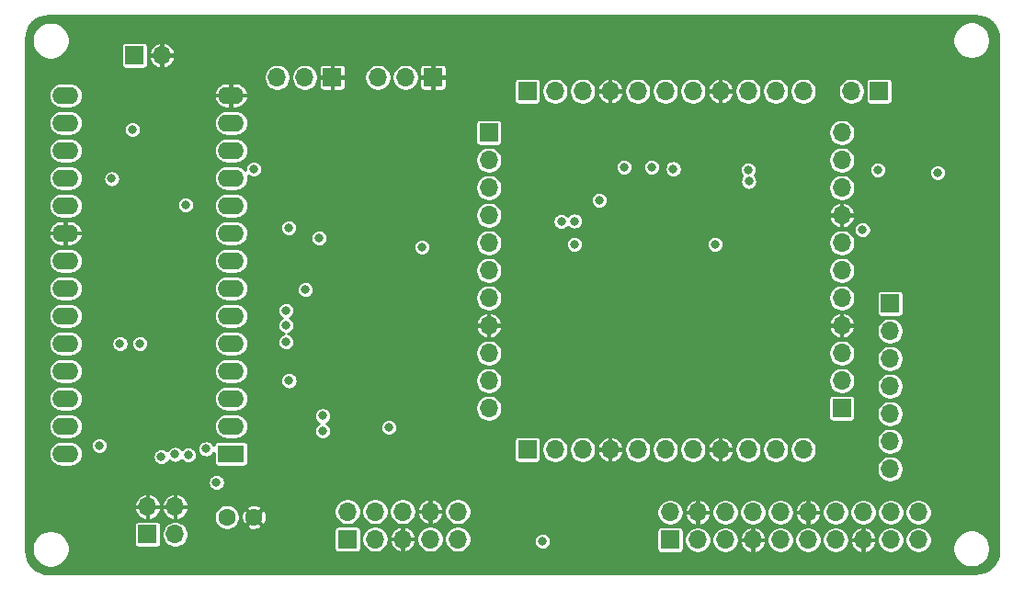
<source format=gbr>
%TF.GenerationSoftware,KiCad,Pcbnew,(5.1.10)-1*%
%TF.CreationDate,2021-06-15T10:47:19-05:00*%
%TF.ProjectId,gd 6502 proto pcb,67642036-3530-4322-9070-726f746f2070,rev?*%
%TF.SameCoordinates,Original*%
%TF.FileFunction,Copper,L3,Inr*%
%TF.FilePolarity,Positive*%
%FSLAX46Y46*%
G04 Gerber Fmt 4.6, Leading zero omitted, Abs format (unit mm)*
G04 Created by KiCad (PCBNEW (5.1.10)-1) date 2021-06-15 10:47:19*
%MOMM*%
%LPD*%
G01*
G04 APERTURE LIST*
%TA.AperFunction,ComponentPad*%
%ADD10O,1.700000X1.700000*%
%TD*%
%TA.AperFunction,ComponentPad*%
%ADD11R,1.700000X1.700000*%
%TD*%
%TA.AperFunction,ComponentPad*%
%ADD12O,2.400000X1.600000*%
%TD*%
%TA.AperFunction,ComponentPad*%
%ADD13R,2.400000X1.600000*%
%TD*%
%TA.AperFunction,ComponentPad*%
%ADD14C,1.600000*%
%TD*%
%TA.AperFunction,ViaPad*%
%ADD15C,0.800000*%
%TD*%
%TA.AperFunction,Conductor*%
%ADD16C,0.254000*%
%TD*%
%TA.AperFunction,Conductor*%
%ADD17C,0.100000*%
%TD*%
G04 APERTURE END LIST*
D10*
%TO.N,GND*%
%TO.C,J1*%
X147510500Y-107886500D03*
%TO.N,+5V*%
X147510500Y-110426500D03*
%TO.N,GND*%
X144970500Y-107886500D03*
D11*
%TO.N,+5V*%
X144970500Y-110426500D03*
%TD*%
D10*
%TO.N,/3A*%
%TO.C,J10*%
X213360000Y-104394000D03*
%TO.N,/3B*%
X213360000Y-101854000D03*
%TO.N,/3Y*%
X213360000Y-99314000D03*
%TO.N,/4A*%
X213360000Y-96774000D03*
%TO.N,/4B*%
X213360000Y-94234000D03*
%TO.N,/4Y*%
X213360000Y-91694000D03*
D11*
%TO.N,/PH1*%
X213360000Y-89154000D03*
%TD*%
D10*
%TO.N,/A6*%
%TO.C,J2*%
X176403000Y-98806000D03*
%TO.N,/A5*%
X176403000Y-96266000D03*
%TO.N,/A4*%
X176403000Y-93726000D03*
%TO.N,GND*%
X176403000Y-91186000D03*
%TO.N,/A3*%
X176403000Y-88646000D03*
%TO.N,/A2*%
X176403000Y-86106000D03*
%TO.N,/A1*%
X176403000Y-83566000D03*
%TO.N,/A0*%
X176403000Y-81026000D03*
%TO.N,+5V*%
X176403000Y-78486000D03*
%TO.N,/~SYNC*%
X176403000Y-75946000D03*
D11*
%TO.N,/~NMI*%
X176403000Y-73406000D03*
%TD*%
D10*
%TO.N,/A15*%
%TO.C,J11*%
X205359000Y-102616000D03*
%TO.N,/A14*%
X202819000Y-102616000D03*
%TO.N,/A13*%
X200279000Y-102616000D03*
%TO.N,GND*%
X197739000Y-102616000D03*
%TO.N,/A12*%
X195199000Y-102616000D03*
%TO.N,/A11*%
X192659000Y-102616000D03*
%TO.N,/A10*%
X190119000Y-102616000D03*
%TO.N,GND*%
X187579000Y-102616000D03*
%TO.N,/A9*%
X185039000Y-102616000D03*
%TO.N,/A8*%
X182499000Y-102616000D03*
D11*
%TO.N,/A7*%
X179959000Y-102616000D03*
%TD*%
D10*
%TO.N,/PH0*%
%TO.C,J4*%
X205359000Y-69596000D03*
%TO.N,/SOB*%
X202819000Y-69596000D03*
%TO.N,/PHI2O*%
X200279000Y-69596000D03*
%TO.N,GND*%
X197739000Y-69596000D03*
%TO.N,/~RES*%
X195199000Y-69596000D03*
%TO.N,/VPB*%
X192659000Y-69596000D03*
%TO.N,/RDY*%
X190119000Y-69596000D03*
%TO.N,GND*%
X187579000Y-69596000D03*
%TO.N,/PHI1O*%
X185039000Y-69596000D03*
%TO.N,/~IRQ*%
X182499000Y-69596000D03*
D11*
%TO.N,/MLB*%
X179959000Y-69596000D03*
%TD*%
D10*
%TO.N,/RWB*%
%TO.C,J3*%
X208915000Y-73406000D03*
%TO.N,/D0*%
X208915000Y-75946000D03*
%TO.N,/D1*%
X208915000Y-78486000D03*
%TO.N,GND*%
X208915000Y-81026000D03*
%TO.N,/D2*%
X208915000Y-83566000D03*
%TO.N,/D3*%
X208915000Y-86106000D03*
%TO.N,/D4*%
X208915000Y-88646000D03*
%TO.N,GND*%
X208915000Y-91186000D03*
%TO.N,/D5*%
X208915000Y-93726000D03*
%TO.N,/D6*%
X208915000Y-96266000D03*
D11*
%TO.N,/D7*%
X208915000Y-98806000D03*
%TD*%
D10*
%TO.N,GND*%
%TO.C,J12*%
X146304000Y-66294000D03*
D11*
%TO.N,/~RCMEN*%
X143764000Y-66294000D03*
%TD*%
D12*
%TO.N,+5V*%
%TO.C,U1*%
X137414000Y-102997000D03*
%TO.N,GND*%
X152654000Y-69977000D03*
%TO.N,+5V*%
X137414000Y-100457000D03*
%TO.N,/D2*%
X152654000Y-72517000D03*
%TO.N,/BA13*%
X137414000Y-97917000D03*
%TO.N,/D1*%
X152654000Y-75057000D03*
%TO.N,/BA8*%
X137414000Y-95377000D03*
%TO.N,/D0*%
X152654000Y-77597000D03*
%TO.N,/BA9*%
X137414000Y-92837000D03*
%TO.N,/BA0*%
X152654000Y-80137000D03*
%TO.N,/BA11*%
X137414000Y-90297000D03*
%TO.N,/BA1*%
X152654000Y-82677000D03*
%TO.N,/~RCMEN*%
X137414000Y-87757000D03*
%TO.N,/BA2*%
X152654000Y-85217000D03*
%TO.N,/BA10*%
X137414000Y-85217000D03*
%TO.N,/BA3*%
X152654000Y-87757000D03*
%TO.N,GND*%
X137414000Y-82677000D03*
%TO.N,/BA4*%
X152654000Y-90297000D03*
%TO.N,/D7*%
X137414000Y-80137000D03*
%TO.N,/BA5*%
X152654000Y-92837000D03*
%TO.N,/D6*%
X137414000Y-77597000D03*
%TO.N,/BA6*%
X152654000Y-95377000D03*
%TO.N,/D5*%
X137414000Y-75057000D03*
%TO.N,/BA7*%
X152654000Y-97917000D03*
%TO.N,/D4*%
X137414000Y-72517000D03*
%TO.N,/BA12*%
X152654000Y-100457000D03*
%TO.N,/D3*%
X137414000Y-69977000D03*
D13*
%TO.N,+5V*%
X152654000Y-102997000D03*
%TD*%
D10*
%TO.N,/PH0_ALT*%
%TO.C,J9*%
X209804000Y-69596000D03*
D11*
%TO.N,/DMA*%
X212344000Y-69596000D03*
%TD*%
D10*
%TO.N,+5V*%
%TO.C,J8*%
X156908500Y-68326000D03*
%TO.N,/ROMG*%
X159448500Y-68326000D03*
D11*
%TO.N,GND*%
X161988500Y-68326000D03*
%TD*%
D10*
%TO.N,+5V*%
%TO.C,J7*%
X166179500Y-68326000D03*
%TO.N,/ROMDIR*%
X168719500Y-68326000D03*
D11*
%TO.N,GND*%
X171259500Y-68326000D03*
%TD*%
D10*
%TO.N,/D7*%
%TO.C,J6*%
X173545500Y-108331000D03*
%TO.N,/D6*%
X173545500Y-110871000D03*
%TO.N,GND*%
X171005500Y-108331000D03*
%TO.N,/D4*%
X171005500Y-110871000D03*
%TO.N,/D5*%
X168465500Y-108331000D03*
%TO.N,GND*%
X168465500Y-110871000D03*
%TO.N,/D3*%
X165925500Y-108331000D03*
%TO.N,/D2*%
X165925500Y-110871000D03*
%TO.N,/D1*%
X163385500Y-108331000D03*
D11*
%TO.N,/D0*%
X163385500Y-110871000D03*
%TD*%
D10*
%TO.N,/A15*%
%TO.C,J5*%
X215963500Y-108394500D03*
%TO.N,/A14*%
X215963500Y-110934500D03*
%TO.N,/A13*%
X213423500Y-108394500D03*
%TO.N,/A12*%
X213423500Y-110934500D03*
%TO.N,/A11*%
X210883500Y-108394500D03*
%TO.N,GND*%
X210883500Y-110934500D03*
%TO.N,/A9*%
X208343500Y-108394500D03*
%TO.N,/A10*%
X208343500Y-110934500D03*
%TO.N,GND*%
X205803500Y-108394500D03*
%TO.N,/A8*%
X205803500Y-110934500D03*
%TO.N,/A7*%
X203263500Y-108394500D03*
%TO.N,/A6*%
X203263500Y-110934500D03*
%TO.N,/A5*%
X200723500Y-108394500D03*
%TO.N,GND*%
X200723500Y-110934500D03*
%TO.N,/A3*%
X198183500Y-108394500D03*
%TO.N,/A4*%
X198183500Y-110934500D03*
%TO.N,GND*%
X195643500Y-108394500D03*
%TO.N,/A2*%
X195643500Y-110934500D03*
%TO.N,/A1*%
X193103500Y-108394500D03*
D11*
%TO.N,/A0*%
X193103500Y-110934500D03*
%TD*%
D14*
%TO.N,GND*%
%TO.C,C2*%
X154773000Y-108839000D03*
%TO.N,+5V*%
X152273000Y-108839000D03*
%TD*%
D15*
%TO.N,GND*%
X192913000Y-93599000D03*
X192659000Y-81661000D03*
X202565000Y-85471000D03*
X181991000Y-85979000D03*
X215773000Y-76771500D03*
X212598000Y-86804500D03*
X155892500Y-105791000D03*
X165671500Y-101155500D03*
X166179500Y-85090000D03*
X170688000Y-71628000D03*
%TO.N,+5V*%
X184277000Y-83693000D03*
X186563000Y-79629000D03*
X193389210Y-76743694D03*
X197231000Y-83693000D03*
X200352709Y-77908964D03*
X217741500Y-77089000D03*
X212217000Y-76835000D03*
X151320500Y-105664000D03*
X161099500Y-100901500D03*
X160782000Y-83121500D03*
%TO.N,/A0*%
X181356000Y-111061500D03*
%TO.N,/D7*%
X150368000Y-102552500D03*
X148463000Y-80073500D03*
%TO.N,/D6*%
X140525500Y-102235000D03*
X141668500Y-77660500D03*
%TO.N,/D5*%
X147510500Y-103060500D03*
%TO.N,/D4*%
X148717000Y-103124000D03*
%TO.N,/D3*%
X146240500Y-103251000D03*
X143582846Y-73144673D03*
%TO.N,/D2*%
X154749500Y-76771500D03*
%TO.N,/~IRQ*%
X188849000Y-76581002D03*
%TO.N,/~NMI*%
X184277000Y-81557500D03*
X183078837Y-81589163D03*
%TO.N,/RDY*%
X191389000Y-76581000D03*
%TO.N,/ROMDIR*%
X170243500Y-83947000D03*
X167195500Y-100584000D03*
%TO.N,/ROMG*%
X157988000Y-82169000D03*
X161099500Y-99504500D03*
%TO.N,/PH0_ALT*%
X210825411Y-82359500D03*
%TO.N,Net-(JP1-Pad2)*%
X200279000Y-76835000D03*
%TO.N,/BA9*%
X157734000Y-89789000D03*
X142430500Y-92837000D03*
%TO.N,/BA8*%
X159512000Y-87884000D03*
X144272000Y-92837000D03*
%TO.N,/BA10*%
X157734000Y-91186000D03*
%TO.N,/BA11*%
X157734000Y-92710000D03*
%TO.N,/BA13*%
X157996337Y-96274337D03*
%TD*%
D16*
%TO.N,GND*%
X221648115Y-62678551D02*
X222046462Y-62798819D01*
X222413864Y-62994170D01*
X222736317Y-63257157D01*
X223001553Y-63577773D01*
X223199460Y-63943795D01*
X223322506Y-64341291D01*
X223368000Y-64774137D01*
X223368001Y-111867136D01*
X223325449Y-112301115D01*
X223205181Y-112699464D01*
X223009831Y-113066862D01*
X222746845Y-113389315D01*
X222426226Y-113654554D01*
X222060204Y-113852461D01*
X221662708Y-113975506D01*
X221229843Y-114021002D01*
X135909794Y-114046394D01*
X135475885Y-114003849D01*
X135077536Y-113883581D01*
X134710138Y-113688231D01*
X134387685Y-113425245D01*
X134122446Y-113104626D01*
X133924539Y-112738604D01*
X133801494Y-112341108D01*
X133756000Y-111908263D01*
X133756000Y-111589511D01*
X134319000Y-111589511D01*
X134319000Y-111930489D01*
X134385521Y-112264914D01*
X134516007Y-112579936D01*
X134705444Y-112863448D01*
X134946552Y-113104556D01*
X135230064Y-113293993D01*
X135545086Y-113424479D01*
X135879511Y-113491000D01*
X136220489Y-113491000D01*
X136554914Y-113424479D01*
X136869936Y-113293993D01*
X137153448Y-113104556D01*
X137394556Y-112863448D01*
X137583993Y-112579936D01*
X137714479Y-112264914D01*
X137781000Y-111930489D01*
X137781000Y-111589511D01*
X137714479Y-111255086D01*
X137583993Y-110940064D01*
X137394556Y-110656552D01*
X137153448Y-110415444D01*
X136869936Y-110226007D01*
X136554914Y-110095521D01*
X136220489Y-110029000D01*
X135879511Y-110029000D01*
X135545086Y-110095521D01*
X135230064Y-110226007D01*
X134946552Y-110415444D01*
X134705444Y-110656552D01*
X134516007Y-110940064D01*
X134385521Y-111255086D01*
X134319000Y-111589511D01*
X133756000Y-111589511D01*
X133756000Y-109576500D01*
X143737657Y-109576500D01*
X143737657Y-111276500D01*
X143745013Y-111351189D01*
X143766799Y-111423008D01*
X143802178Y-111489196D01*
X143849789Y-111547211D01*
X143907804Y-111594822D01*
X143973992Y-111630201D01*
X144045811Y-111651987D01*
X144120500Y-111659343D01*
X145820500Y-111659343D01*
X145895189Y-111651987D01*
X145967008Y-111630201D01*
X146033196Y-111594822D01*
X146091211Y-111547211D01*
X146138822Y-111489196D01*
X146174201Y-111423008D01*
X146195987Y-111351189D01*
X146203343Y-111276500D01*
X146203343Y-110305257D01*
X146279500Y-110305257D01*
X146279500Y-110547743D01*
X146326807Y-110785569D01*
X146419602Y-111009597D01*
X146554320Y-111211217D01*
X146725783Y-111382680D01*
X146927403Y-111517398D01*
X147151431Y-111610193D01*
X147389257Y-111657500D01*
X147631743Y-111657500D01*
X147869569Y-111610193D01*
X148093597Y-111517398D01*
X148295217Y-111382680D01*
X148466680Y-111211217D01*
X148601398Y-111009597D01*
X148694193Y-110785569D01*
X148741500Y-110547743D01*
X148741500Y-110305257D01*
X148694193Y-110067431D01*
X148601398Y-109843403D01*
X148466680Y-109641783D01*
X148295217Y-109470320D01*
X148093597Y-109335602D01*
X147869569Y-109242807D01*
X147631743Y-109195500D01*
X147389257Y-109195500D01*
X147151431Y-109242807D01*
X146927403Y-109335602D01*
X146725783Y-109470320D01*
X146554320Y-109641783D01*
X146419602Y-109843403D01*
X146326807Y-110067431D01*
X146279500Y-110305257D01*
X146203343Y-110305257D01*
X146203343Y-109576500D01*
X146195987Y-109501811D01*
X146174201Y-109429992D01*
X146138822Y-109363804D01*
X146091211Y-109305789D01*
X146033196Y-109258178D01*
X145967008Y-109222799D01*
X145895189Y-109201013D01*
X145820500Y-109193657D01*
X144120500Y-109193657D01*
X144045811Y-109201013D01*
X143973992Y-109222799D01*
X143907804Y-109258178D01*
X143849789Y-109305789D01*
X143802178Y-109363804D01*
X143766799Y-109429992D01*
X143745013Y-109501811D01*
X143737657Y-109576500D01*
X133756000Y-109576500D01*
X133756000Y-108141533D01*
X143766205Y-108141533D01*
X143839100Y-108371579D01*
X143955474Y-108582984D01*
X144110855Y-108767623D01*
X144299271Y-108918401D01*
X144513482Y-109029524D01*
X144715467Y-109090792D01*
X144907000Y-109020473D01*
X144907000Y-107950000D01*
X145034000Y-107950000D01*
X145034000Y-109020473D01*
X145225533Y-109090792D01*
X145427518Y-109029524D01*
X145641729Y-108918401D01*
X145830145Y-108767623D01*
X145985526Y-108582984D01*
X146101900Y-108371579D01*
X146174795Y-108141533D01*
X146306205Y-108141533D01*
X146379100Y-108371579D01*
X146495474Y-108582984D01*
X146650855Y-108767623D01*
X146839271Y-108918401D01*
X147053482Y-109029524D01*
X147255467Y-109090792D01*
X147447000Y-109020473D01*
X147447000Y-107950000D01*
X147574000Y-107950000D01*
X147574000Y-109020473D01*
X147765533Y-109090792D01*
X147967518Y-109029524D01*
X148181729Y-108918401D01*
X148370145Y-108767623D01*
X148407964Y-108722682D01*
X151092000Y-108722682D01*
X151092000Y-108955318D01*
X151137386Y-109183485D01*
X151226412Y-109398413D01*
X151355658Y-109591843D01*
X151520157Y-109756342D01*
X151713587Y-109885588D01*
X151928515Y-109974614D01*
X152156682Y-110020000D01*
X152389318Y-110020000D01*
X152617485Y-109974614D01*
X152832413Y-109885588D01*
X153025843Y-109756342D01*
X153127810Y-109654375D01*
X154047427Y-109654375D01*
X154127839Y-109835021D01*
X154334549Y-109941747D01*
X154558108Y-110006096D01*
X154789926Y-110025594D01*
X154830611Y-110021000D01*
X162152657Y-110021000D01*
X162152657Y-111721000D01*
X162160013Y-111795689D01*
X162181799Y-111867508D01*
X162217178Y-111933696D01*
X162264789Y-111991711D01*
X162322804Y-112039322D01*
X162388992Y-112074701D01*
X162460811Y-112096487D01*
X162535500Y-112103843D01*
X164235500Y-112103843D01*
X164310189Y-112096487D01*
X164382008Y-112074701D01*
X164448196Y-112039322D01*
X164506211Y-111991711D01*
X164553822Y-111933696D01*
X164589201Y-111867508D01*
X164610987Y-111795689D01*
X164618343Y-111721000D01*
X164618343Y-110749757D01*
X164694500Y-110749757D01*
X164694500Y-110992243D01*
X164741807Y-111230069D01*
X164834602Y-111454097D01*
X164969320Y-111655717D01*
X165140783Y-111827180D01*
X165342403Y-111961898D01*
X165566431Y-112054693D01*
X165804257Y-112102000D01*
X166046743Y-112102000D01*
X166284569Y-112054693D01*
X166508597Y-111961898D01*
X166710217Y-111827180D01*
X166881680Y-111655717D01*
X167016398Y-111454097D01*
X167109193Y-111230069D01*
X167129887Y-111126033D01*
X167261205Y-111126033D01*
X167334100Y-111356079D01*
X167450474Y-111567484D01*
X167605855Y-111752123D01*
X167794271Y-111902901D01*
X168008482Y-112014024D01*
X168210467Y-112075292D01*
X168402000Y-112004973D01*
X168402000Y-110934500D01*
X168529000Y-110934500D01*
X168529000Y-112004973D01*
X168720533Y-112075292D01*
X168922518Y-112014024D01*
X169136729Y-111902901D01*
X169325145Y-111752123D01*
X169480526Y-111567484D01*
X169596900Y-111356079D01*
X169669795Y-111126033D01*
X169599614Y-110934500D01*
X168529000Y-110934500D01*
X168402000Y-110934500D01*
X167331386Y-110934500D01*
X167261205Y-111126033D01*
X167129887Y-111126033D01*
X167156500Y-110992243D01*
X167156500Y-110749757D01*
X167129888Y-110615967D01*
X167261205Y-110615967D01*
X167331386Y-110807500D01*
X168402000Y-110807500D01*
X168402000Y-109737027D01*
X168529000Y-109737027D01*
X168529000Y-110807500D01*
X169599614Y-110807500D01*
X169620772Y-110749757D01*
X169774500Y-110749757D01*
X169774500Y-110992243D01*
X169821807Y-111230069D01*
X169914602Y-111454097D01*
X170049320Y-111655717D01*
X170220783Y-111827180D01*
X170422403Y-111961898D01*
X170646431Y-112054693D01*
X170884257Y-112102000D01*
X171126743Y-112102000D01*
X171364569Y-112054693D01*
X171588597Y-111961898D01*
X171790217Y-111827180D01*
X171961680Y-111655717D01*
X172096398Y-111454097D01*
X172189193Y-111230069D01*
X172236500Y-110992243D01*
X172236500Y-110749757D01*
X172314500Y-110749757D01*
X172314500Y-110992243D01*
X172361807Y-111230069D01*
X172454602Y-111454097D01*
X172589320Y-111655717D01*
X172760783Y-111827180D01*
X172962403Y-111961898D01*
X173186431Y-112054693D01*
X173424257Y-112102000D01*
X173666743Y-112102000D01*
X173904569Y-112054693D01*
X174128597Y-111961898D01*
X174330217Y-111827180D01*
X174501680Y-111655717D01*
X174636398Y-111454097D01*
X174729193Y-111230069D01*
X174776500Y-110992243D01*
X174776500Y-110984578D01*
X180575000Y-110984578D01*
X180575000Y-111138422D01*
X180605013Y-111289309D01*
X180663887Y-111431442D01*
X180749358Y-111559359D01*
X180858141Y-111668142D01*
X180986058Y-111753613D01*
X181128191Y-111812487D01*
X181279078Y-111842500D01*
X181432922Y-111842500D01*
X181583809Y-111812487D01*
X181725942Y-111753613D01*
X181853859Y-111668142D01*
X181962642Y-111559359D01*
X182048113Y-111431442D01*
X182106987Y-111289309D01*
X182137000Y-111138422D01*
X182137000Y-110984578D01*
X182106987Y-110833691D01*
X182048113Y-110691558D01*
X181962642Y-110563641D01*
X181853859Y-110454858D01*
X181725942Y-110369387D01*
X181583809Y-110310513D01*
X181432922Y-110280500D01*
X181279078Y-110280500D01*
X181128191Y-110310513D01*
X180986058Y-110369387D01*
X180858141Y-110454858D01*
X180749358Y-110563641D01*
X180663887Y-110691558D01*
X180605013Y-110833691D01*
X180575000Y-110984578D01*
X174776500Y-110984578D01*
X174776500Y-110749757D01*
X174729193Y-110511931D01*
X174636398Y-110287903D01*
X174501680Y-110086283D01*
X174499897Y-110084500D01*
X191870657Y-110084500D01*
X191870657Y-111784500D01*
X191878013Y-111859189D01*
X191899799Y-111931008D01*
X191935178Y-111997196D01*
X191982789Y-112055211D01*
X192040804Y-112102822D01*
X192106992Y-112138201D01*
X192178811Y-112159987D01*
X192253500Y-112167343D01*
X193953500Y-112167343D01*
X194028189Y-112159987D01*
X194100008Y-112138201D01*
X194166196Y-112102822D01*
X194224211Y-112055211D01*
X194271822Y-111997196D01*
X194307201Y-111931008D01*
X194328987Y-111859189D01*
X194336343Y-111784500D01*
X194336343Y-110813257D01*
X194412500Y-110813257D01*
X194412500Y-111055743D01*
X194459807Y-111293569D01*
X194552602Y-111517597D01*
X194687320Y-111719217D01*
X194858783Y-111890680D01*
X195060403Y-112025398D01*
X195284431Y-112118193D01*
X195522257Y-112165500D01*
X195764743Y-112165500D01*
X196002569Y-112118193D01*
X196226597Y-112025398D01*
X196428217Y-111890680D01*
X196599680Y-111719217D01*
X196734398Y-111517597D01*
X196827193Y-111293569D01*
X196874500Y-111055743D01*
X196874500Y-110813257D01*
X196952500Y-110813257D01*
X196952500Y-111055743D01*
X196999807Y-111293569D01*
X197092602Y-111517597D01*
X197227320Y-111719217D01*
X197398783Y-111890680D01*
X197600403Y-112025398D01*
X197824431Y-112118193D01*
X198062257Y-112165500D01*
X198304743Y-112165500D01*
X198542569Y-112118193D01*
X198766597Y-112025398D01*
X198968217Y-111890680D01*
X199139680Y-111719217D01*
X199274398Y-111517597D01*
X199367193Y-111293569D01*
X199387887Y-111189533D01*
X199519205Y-111189533D01*
X199592100Y-111419579D01*
X199708474Y-111630984D01*
X199863855Y-111815623D01*
X200052271Y-111966401D01*
X200266482Y-112077524D01*
X200468467Y-112138792D01*
X200660000Y-112068473D01*
X200660000Y-110998000D01*
X200787000Y-110998000D01*
X200787000Y-112068473D01*
X200978533Y-112138792D01*
X201180518Y-112077524D01*
X201394729Y-111966401D01*
X201583145Y-111815623D01*
X201738526Y-111630984D01*
X201854900Y-111419579D01*
X201927795Y-111189533D01*
X201857614Y-110998000D01*
X200787000Y-110998000D01*
X200660000Y-110998000D01*
X199589386Y-110998000D01*
X199519205Y-111189533D01*
X199387887Y-111189533D01*
X199414500Y-111055743D01*
X199414500Y-110813257D01*
X199387888Y-110679467D01*
X199519205Y-110679467D01*
X199589386Y-110871000D01*
X200660000Y-110871000D01*
X200660000Y-109800527D01*
X200787000Y-109800527D01*
X200787000Y-110871000D01*
X201857614Y-110871000D01*
X201878772Y-110813257D01*
X202032500Y-110813257D01*
X202032500Y-111055743D01*
X202079807Y-111293569D01*
X202172602Y-111517597D01*
X202307320Y-111719217D01*
X202478783Y-111890680D01*
X202680403Y-112025398D01*
X202904431Y-112118193D01*
X203142257Y-112165500D01*
X203384743Y-112165500D01*
X203622569Y-112118193D01*
X203846597Y-112025398D01*
X204048217Y-111890680D01*
X204219680Y-111719217D01*
X204354398Y-111517597D01*
X204447193Y-111293569D01*
X204494500Y-111055743D01*
X204494500Y-110813257D01*
X204572500Y-110813257D01*
X204572500Y-111055743D01*
X204619807Y-111293569D01*
X204712602Y-111517597D01*
X204847320Y-111719217D01*
X205018783Y-111890680D01*
X205220403Y-112025398D01*
X205444431Y-112118193D01*
X205682257Y-112165500D01*
X205924743Y-112165500D01*
X206162569Y-112118193D01*
X206386597Y-112025398D01*
X206588217Y-111890680D01*
X206759680Y-111719217D01*
X206894398Y-111517597D01*
X206987193Y-111293569D01*
X207034500Y-111055743D01*
X207034500Y-110813257D01*
X207112500Y-110813257D01*
X207112500Y-111055743D01*
X207159807Y-111293569D01*
X207252602Y-111517597D01*
X207387320Y-111719217D01*
X207558783Y-111890680D01*
X207760403Y-112025398D01*
X207984431Y-112118193D01*
X208222257Y-112165500D01*
X208464743Y-112165500D01*
X208702569Y-112118193D01*
X208926597Y-112025398D01*
X209128217Y-111890680D01*
X209299680Y-111719217D01*
X209434398Y-111517597D01*
X209527193Y-111293569D01*
X209547887Y-111189533D01*
X209679205Y-111189533D01*
X209752100Y-111419579D01*
X209868474Y-111630984D01*
X210023855Y-111815623D01*
X210212271Y-111966401D01*
X210426482Y-112077524D01*
X210628467Y-112138792D01*
X210820000Y-112068473D01*
X210820000Y-110998000D01*
X210947000Y-110998000D01*
X210947000Y-112068473D01*
X211138533Y-112138792D01*
X211340518Y-112077524D01*
X211554729Y-111966401D01*
X211743145Y-111815623D01*
X211898526Y-111630984D01*
X212014900Y-111419579D01*
X212087795Y-111189533D01*
X212017614Y-110998000D01*
X210947000Y-110998000D01*
X210820000Y-110998000D01*
X209749386Y-110998000D01*
X209679205Y-111189533D01*
X209547887Y-111189533D01*
X209574500Y-111055743D01*
X209574500Y-110813257D01*
X209547888Y-110679467D01*
X209679205Y-110679467D01*
X209749386Y-110871000D01*
X210820000Y-110871000D01*
X210820000Y-109800527D01*
X210947000Y-109800527D01*
X210947000Y-110871000D01*
X212017614Y-110871000D01*
X212038772Y-110813257D01*
X212192500Y-110813257D01*
X212192500Y-111055743D01*
X212239807Y-111293569D01*
X212332602Y-111517597D01*
X212467320Y-111719217D01*
X212638783Y-111890680D01*
X212840403Y-112025398D01*
X213064431Y-112118193D01*
X213302257Y-112165500D01*
X213544743Y-112165500D01*
X213782569Y-112118193D01*
X214006597Y-112025398D01*
X214208217Y-111890680D01*
X214379680Y-111719217D01*
X214514398Y-111517597D01*
X214607193Y-111293569D01*
X214654500Y-111055743D01*
X214654500Y-110813257D01*
X214732500Y-110813257D01*
X214732500Y-111055743D01*
X214779807Y-111293569D01*
X214872602Y-111517597D01*
X215007320Y-111719217D01*
X215178783Y-111890680D01*
X215380403Y-112025398D01*
X215604431Y-112118193D01*
X215842257Y-112165500D01*
X216084743Y-112165500D01*
X216322569Y-112118193D01*
X216546597Y-112025398D01*
X216748217Y-111890680D01*
X216919680Y-111719217D01*
X217023318Y-111564111D01*
X219122000Y-111564111D01*
X219122000Y-111905089D01*
X219188521Y-112239514D01*
X219319007Y-112554536D01*
X219508444Y-112838048D01*
X219749552Y-113079156D01*
X220033064Y-113268593D01*
X220348086Y-113399079D01*
X220682511Y-113465600D01*
X221023489Y-113465600D01*
X221357914Y-113399079D01*
X221672936Y-113268593D01*
X221956448Y-113079156D01*
X222197556Y-112838048D01*
X222386993Y-112554536D01*
X222517479Y-112239514D01*
X222584000Y-111905089D01*
X222584000Y-111564111D01*
X222517479Y-111229686D01*
X222386993Y-110914664D01*
X222197556Y-110631152D01*
X221956448Y-110390044D01*
X221672936Y-110200607D01*
X221357914Y-110070121D01*
X221023489Y-110003600D01*
X220682511Y-110003600D01*
X220348086Y-110070121D01*
X220033064Y-110200607D01*
X219749552Y-110390044D01*
X219508444Y-110631152D01*
X219319007Y-110914664D01*
X219188521Y-111229686D01*
X219122000Y-111564111D01*
X217023318Y-111564111D01*
X217054398Y-111517597D01*
X217147193Y-111293569D01*
X217194500Y-111055743D01*
X217194500Y-110813257D01*
X217147193Y-110575431D01*
X217054398Y-110351403D01*
X216919680Y-110149783D01*
X216748217Y-109978320D01*
X216546597Y-109843602D01*
X216322569Y-109750807D01*
X216084743Y-109703500D01*
X215842257Y-109703500D01*
X215604431Y-109750807D01*
X215380403Y-109843602D01*
X215178783Y-109978320D01*
X215007320Y-110149783D01*
X214872602Y-110351403D01*
X214779807Y-110575431D01*
X214732500Y-110813257D01*
X214654500Y-110813257D01*
X214607193Y-110575431D01*
X214514398Y-110351403D01*
X214379680Y-110149783D01*
X214208217Y-109978320D01*
X214006597Y-109843602D01*
X213782569Y-109750807D01*
X213544743Y-109703500D01*
X213302257Y-109703500D01*
X213064431Y-109750807D01*
X212840403Y-109843602D01*
X212638783Y-109978320D01*
X212467320Y-110149783D01*
X212332602Y-110351403D01*
X212239807Y-110575431D01*
X212192500Y-110813257D01*
X212038772Y-110813257D01*
X212087795Y-110679467D01*
X212014900Y-110449421D01*
X211898526Y-110238016D01*
X211743145Y-110053377D01*
X211554729Y-109902599D01*
X211340518Y-109791476D01*
X211138533Y-109730208D01*
X210947000Y-109800527D01*
X210820000Y-109800527D01*
X210628467Y-109730208D01*
X210426482Y-109791476D01*
X210212271Y-109902599D01*
X210023855Y-110053377D01*
X209868474Y-110238016D01*
X209752100Y-110449421D01*
X209679205Y-110679467D01*
X209547888Y-110679467D01*
X209527193Y-110575431D01*
X209434398Y-110351403D01*
X209299680Y-110149783D01*
X209128217Y-109978320D01*
X208926597Y-109843602D01*
X208702569Y-109750807D01*
X208464743Y-109703500D01*
X208222257Y-109703500D01*
X207984431Y-109750807D01*
X207760403Y-109843602D01*
X207558783Y-109978320D01*
X207387320Y-110149783D01*
X207252602Y-110351403D01*
X207159807Y-110575431D01*
X207112500Y-110813257D01*
X207034500Y-110813257D01*
X206987193Y-110575431D01*
X206894398Y-110351403D01*
X206759680Y-110149783D01*
X206588217Y-109978320D01*
X206386597Y-109843602D01*
X206162569Y-109750807D01*
X205924743Y-109703500D01*
X205682257Y-109703500D01*
X205444431Y-109750807D01*
X205220403Y-109843602D01*
X205018783Y-109978320D01*
X204847320Y-110149783D01*
X204712602Y-110351403D01*
X204619807Y-110575431D01*
X204572500Y-110813257D01*
X204494500Y-110813257D01*
X204447193Y-110575431D01*
X204354398Y-110351403D01*
X204219680Y-110149783D01*
X204048217Y-109978320D01*
X203846597Y-109843602D01*
X203622569Y-109750807D01*
X203384743Y-109703500D01*
X203142257Y-109703500D01*
X202904431Y-109750807D01*
X202680403Y-109843602D01*
X202478783Y-109978320D01*
X202307320Y-110149783D01*
X202172602Y-110351403D01*
X202079807Y-110575431D01*
X202032500Y-110813257D01*
X201878772Y-110813257D01*
X201927795Y-110679467D01*
X201854900Y-110449421D01*
X201738526Y-110238016D01*
X201583145Y-110053377D01*
X201394729Y-109902599D01*
X201180518Y-109791476D01*
X200978533Y-109730208D01*
X200787000Y-109800527D01*
X200660000Y-109800527D01*
X200468467Y-109730208D01*
X200266482Y-109791476D01*
X200052271Y-109902599D01*
X199863855Y-110053377D01*
X199708474Y-110238016D01*
X199592100Y-110449421D01*
X199519205Y-110679467D01*
X199387888Y-110679467D01*
X199367193Y-110575431D01*
X199274398Y-110351403D01*
X199139680Y-110149783D01*
X198968217Y-109978320D01*
X198766597Y-109843602D01*
X198542569Y-109750807D01*
X198304743Y-109703500D01*
X198062257Y-109703500D01*
X197824431Y-109750807D01*
X197600403Y-109843602D01*
X197398783Y-109978320D01*
X197227320Y-110149783D01*
X197092602Y-110351403D01*
X196999807Y-110575431D01*
X196952500Y-110813257D01*
X196874500Y-110813257D01*
X196827193Y-110575431D01*
X196734398Y-110351403D01*
X196599680Y-110149783D01*
X196428217Y-109978320D01*
X196226597Y-109843602D01*
X196002569Y-109750807D01*
X195764743Y-109703500D01*
X195522257Y-109703500D01*
X195284431Y-109750807D01*
X195060403Y-109843602D01*
X194858783Y-109978320D01*
X194687320Y-110149783D01*
X194552602Y-110351403D01*
X194459807Y-110575431D01*
X194412500Y-110813257D01*
X194336343Y-110813257D01*
X194336343Y-110084500D01*
X194328987Y-110009811D01*
X194307201Y-109937992D01*
X194271822Y-109871804D01*
X194224211Y-109813789D01*
X194166196Y-109766178D01*
X194100008Y-109730799D01*
X194028189Y-109709013D01*
X193953500Y-109701657D01*
X192253500Y-109701657D01*
X192178811Y-109709013D01*
X192106992Y-109730799D01*
X192040804Y-109766178D01*
X191982789Y-109813789D01*
X191935178Y-109871804D01*
X191899799Y-109937992D01*
X191878013Y-110009811D01*
X191870657Y-110084500D01*
X174499897Y-110084500D01*
X174330217Y-109914820D01*
X174128597Y-109780102D01*
X173904569Y-109687307D01*
X173666743Y-109640000D01*
X173424257Y-109640000D01*
X173186431Y-109687307D01*
X172962403Y-109780102D01*
X172760783Y-109914820D01*
X172589320Y-110086283D01*
X172454602Y-110287903D01*
X172361807Y-110511931D01*
X172314500Y-110749757D01*
X172236500Y-110749757D01*
X172189193Y-110511931D01*
X172096398Y-110287903D01*
X171961680Y-110086283D01*
X171790217Y-109914820D01*
X171588597Y-109780102D01*
X171364569Y-109687307D01*
X171126743Y-109640000D01*
X170884257Y-109640000D01*
X170646431Y-109687307D01*
X170422403Y-109780102D01*
X170220783Y-109914820D01*
X170049320Y-110086283D01*
X169914602Y-110287903D01*
X169821807Y-110511931D01*
X169774500Y-110749757D01*
X169620772Y-110749757D01*
X169669795Y-110615967D01*
X169596900Y-110385921D01*
X169480526Y-110174516D01*
X169325145Y-109989877D01*
X169136729Y-109839099D01*
X168922518Y-109727976D01*
X168720533Y-109666708D01*
X168529000Y-109737027D01*
X168402000Y-109737027D01*
X168210467Y-109666708D01*
X168008482Y-109727976D01*
X167794271Y-109839099D01*
X167605855Y-109989877D01*
X167450474Y-110174516D01*
X167334100Y-110385921D01*
X167261205Y-110615967D01*
X167129888Y-110615967D01*
X167109193Y-110511931D01*
X167016398Y-110287903D01*
X166881680Y-110086283D01*
X166710217Y-109914820D01*
X166508597Y-109780102D01*
X166284569Y-109687307D01*
X166046743Y-109640000D01*
X165804257Y-109640000D01*
X165566431Y-109687307D01*
X165342403Y-109780102D01*
X165140783Y-109914820D01*
X164969320Y-110086283D01*
X164834602Y-110287903D01*
X164741807Y-110511931D01*
X164694500Y-110749757D01*
X164618343Y-110749757D01*
X164618343Y-110021000D01*
X164610987Y-109946311D01*
X164589201Y-109874492D01*
X164553822Y-109808304D01*
X164506211Y-109750289D01*
X164448196Y-109702678D01*
X164382008Y-109667299D01*
X164310189Y-109645513D01*
X164235500Y-109638157D01*
X162535500Y-109638157D01*
X162460811Y-109645513D01*
X162388992Y-109667299D01*
X162322804Y-109702678D01*
X162264789Y-109750289D01*
X162217178Y-109808304D01*
X162181799Y-109874492D01*
X162160013Y-109946311D01*
X162152657Y-110021000D01*
X154830611Y-110021000D01*
X155021093Y-109999492D01*
X155242727Y-109928793D01*
X155418161Y-109835021D01*
X155498573Y-109654375D01*
X154773000Y-108928803D01*
X154047427Y-109654375D01*
X153127810Y-109654375D01*
X153190342Y-109591843D01*
X153319588Y-109398413D01*
X153408614Y-109183485D01*
X153454000Y-108955318D01*
X153454000Y-108855926D01*
X153586406Y-108855926D01*
X153612508Y-109087093D01*
X153683207Y-109308727D01*
X153776979Y-109484161D01*
X153957625Y-109564573D01*
X154683197Y-108839000D01*
X154862803Y-108839000D01*
X155588375Y-109564573D01*
X155769021Y-109484161D01*
X155875747Y-109277451D01*
X155940096Y-109053892D01*
X155959594Y-108822074D01*
X155933492Y-108590907D01*
X155862793Y-108369273D01*
X155777530Y-108209757D01*
X162154500Y-108209757D01*
X162154500Y-108452243D01*
X162201807Y-108690069D01*
X162294602Y-108914097D01*
X162429320Y-109115717D01*
X162600783Y-109287180D01*
X162802403Y-109421898D01*
X163026431Y-109514693D01*
X163264257Y-109562000D01*
X163506743Y-109562000D01*
X163744569Y-109514693D01*
X163968597Y-109421898D01*
X164170217Y-109287180D01*
X164341680Y-109115717D01*
X164476398Y-108914097D01*
X164569193Y-108690069D01*
X164616500Y-108452243D01*
X164616500Y-108209757D01*
X164694500Y-108209757D01*
X164694500Y-108452243D01*
X164741807Y-108690069D01*
X164834602Y-108914097D01*
X164969320Y-109115717D01*
X165140783Y-109287180D01*
X165342403Y-109421898D01*
X165566431Y-109514693D01*
X165804257Y-109562000D01*
X166046743Y-109562000D01*
X166284569Y-109514693D01*
X166508597Y-109421898D01*
X166710217Y-109287180D01*
X166881680Y-109115717D01*
X167016398Y-108914097D01*
X167109193Y-108690069D01*
X167156500Y-108452243D01*
X167156500Y-108209757D01*
X167234500Y-108209757D01*
X167234500Y-108452243D01*
X167281807Y-108690069D01*
X167374602Y-108914097D01*
X167509320Y-109115717D01*
X167680783Y-109287180D01*
X167882403Y-109421898D01*
X168106431Y-109514693D01*
X168344257Y-109562000D01*
X168586743Y-109562000D01*
X168824569Y-109514693D01*
X169048597Y-109421898D01*
X169250217Y-109287180D01*
X169421680Y-109115717D01*
X169556398Y-108914097D01*
X169649193Y-108690069D01*
X169669887Y-108586033D01*
X169801205Y-108586033D01*
X169874100Y-108816079D01*
X169990474Y-109027484D01*
X170145855Y-109212123D01*
X170334271Y-109362901D01*
X170548482Y-109474024D01*
X170750467Y-109535292D01*
X170942000Y-109464973D01*
X170942000Y-108394500D01*
X171069000Y-108394500D01*
X171069000Y-109464973D01*
X171260533Y-109535292D01*
X171462518Y-109474024D01*
X171676729Y-109362901D01*
X171865145Y-109212123D01*
X172020526Y-109027484D01*
X172136900Y-108816079D01*
X172209795Y-108586033D01*
X172139614Y-108394500D01*
X171069000Y-108394500D01*
X170942000Y-108394500D01*
X169871386Y-108394500D01*
X169801205Y-108586033D01*
X169669887Y-108586033D01*
X169696500Y-108452243D01*
X169696500Y-108209757D01*
X169669888Y-108075967D01*
X169801205Y-108075967D01*
X169871386Y-108267500D01*
X170942000Y-108267500D01*
X170942000Y-107197027D01*
X171069000Y-107197027D01*
X171069000Y-108267500D01*
X172139614Y-108267500D01*
X172160772Y-108209757D01*
X172314500Y-108209757D01*
X172314500Y-108452243D01*
X172361807Y-108690069D01*
X172454602Y-108914097D01*
X172589320Y-109115717D01*
X172760783Y-109287180D01*
X172962403Y-109421898D01*
X173186431Y-109514693D01*
X173424257Y-109562000D01*
X173666743Y-109562000D01*
X173904569Y-109514693D01*
X174128597Y-109421898D01*
X174330217Y-109287180D01*
X174501680Y-109115717D01*
X174636398Y-108914097D01*
X174729193Y-108690069D01*
X174776500Y-108452243D01*
X174776500Y-108273257D01*
X191872500Y-108273257D01*
X191872500Y-108515743D01*
X191919807Y-108753569D01*
X192012602Y-108977597D01*
X192147320Y-109179217D01*
X192318783Y-109350680D01*
X192520403Y-109485398D01*
X192744431Y-109578193D01*
X192982257Y-109625500D01*
X193224743Y-109625500D01*
X193462569Y-109578193D01*
X193686597Y-109485398D01*
X193888217Y-109350680D01*
X194059680Y-109179217D01*
X194194398Y-108977597D01*
X194287193Y-108753569D01*
X194307887Y-108649533D01*
X194439205Y-108649533D01*
X194512100Y-108879579D01*
X194628474Y-109090984D01*
X194783855Y-109275623D01*
X194972271Y-109426401D01*
X195186482Y-109537524D01*
X195388467Y-109598792D01*
X195580000Y-109528473D01*
X195580000Y-108458000D01*
X195707000Y-108458000D01*
X195707000Y-109528473D01*
X195898533Y-109598792D01*
X196100518Y-109537524D01*
X196314729Y-109426401D01*
X196503145Y-109275623D01*
X196658526Y-109090984D01*
X196774900Y-108879579D01*
X196847795Y-108649533D01*
X196777614Y-108458000D01*
X195707000Y-108458000D01*
X195580000Y-108458000D01*
X194509386Y-108458000D01*
X194439205Y-108649533D01*
X194307887Y-108649533D01*
X194334500Y-108515743D01*
X194334500Y-108273257D01*
X194307888Y-108139467D01*
X194439205Y-108139467D01*
X194509386Y-108331000D01*
X195580000Y-108331000D01*
X195580000Y-107260527D01*
X195707000Y-107260527D01*
X195707000Y-108331000D01*
X196777614Y-108331000D01*
X196798772Y-108273257D01*
X196952500Y-108273257D01*
X196952500Y-108515743D01*
X196999807Y-108753569D01*
X197092602Y-108977597D01*
X197227320Y-109179217D01*
X197398783Y-109350680D01*
X197600403Y-109485398D01*
X197824431Y-109578193D01*
X198062257Y-109625500D01*
X198304743Y-109625500D01*
X198542569Y-109578193D01*
X198766597Y-109485398D01*
X198968217Y-109350680D01*
X199139680Y-109179217D01*
X199274398Y-108977597D01*
X199367193Y-108753569D01*
X199414500Y-108515743D01*
X199414500Y-108273257D01*
X199492500Y-108273257D01*
X199492500Y-108515743D01*
X199539807Y-108753569D01*
X199632602Y-108977597D01*
X199767320Y-109179217D01*
X199938783Y-109350680D01*
X200140403Y-109485398D01*
X200364431Y-109578193D01*
X200602257Y-109625500D01*
X200844743Y-109625500D01*
X201082569Y-109578193D01*
X201306597Y-109485398D01*
X201508217Y-109350680D01*
X201679680Y-109179217D01*
X201814398Y-108977597D01*
X201907193Y-108753569D01*
X201954500Y-108515743D01*
X201954500Y-108273257D01*
X202032500Y-108273257D01*
X202032500Y-108515743D01*
X202079807Y-108753569D01*
X202172602Y-108977597D01*
X202307320Y-109179217D01*
X202478783Y-109350680D01*
X202680403Y-109485398D01*
X202904431Y-109578193D01*
X203142257Y-109625500D01*
X203384743Y-109625500D01*
X203622569Y-109578193D01*
X203846597Y-109485398D01*
X204048217Y-109350680D01*
X204219680Y-109179217D01*
X204354398Y-108977597D01*
X204447193Y-108753569D01*
X204467887Y-108649533D01*
X204599205Y-108649533D01*
X204672100Y-108879579D01*
X204788474Y-109090984D01*
X204943855Y-109275623D01*
X205132271Y-109426401D01*
X205346482Y-109537524D01*
X205548467Y-109598792D01*
X205740000Y-109528473D01*
X205740000Y-108458000D01*
X205867000Y-108458000D01*
X205867000Y-109528473D01*
X206058533Y-109598792D01*
X206260518Y-109537524D01*
X206474729Y-109426401D01*
X206663145Y-109275623D01*
X206818526Y-109090984D01*
X206934900Y-108879579D01*
X207007795Y-108649533D01*
X206937614Y-108458000D01*
X205867000Y-108458000D01*
X205740000Y-108458000D01*
X204669386Y-108458000D01*
X204599205Y-108649533D01*
X204467887Y-108649533D01*
X204494500Y-108515743D01*
X204494500Y-108273257D01*
X204467888Y-108139467D01*
X204599205Y-108139467D01*
X204669386Y-108331000D01*
X205740000Y-108331000D01*
X205740000Y-107260527D01*
X205867000Y-107260527D01*
X205867000Y-108331000D01*
X206937614Y-108331000D01*
X206958772Y-108273257D01*
X207112500Y-108273257D01*
X207112500Y-108515743D01*
X207159807Y-108753569D01*
X207252602Y-108977597D01*
X207387320Y-109179217D01*
X207558783Y-109350680D01*
X207760403Y-109485398D01*
X207984431Y-109578193D01*
X208222257Y-109625500D01*
X208464743Y-109625500D01*
X208702569Y-109578193D01*
X208926597Y-109485398D01*
X209128217Y-109350680D01*
X209299680Y-109179217D01*
X209434398Y-108977597D01*
X209527193Y-108753569D01*
X209574500Y-108515743D01*
X209574500Y-108273257D01*
X209652500Y-108273257D01*
X209652500Y-108515743D01*
X209699807Y-108753569D01*
X209792602Y-108977597D01*
X209927320Y-109179217D01*
X210098783Y-109350680D01*
X210300403Y-109485398D01*
X210524431Y-109578193D01*
X210762257Y-109625500D01*
X211004743Y-109625500D01*
X211242569Y-109578193D01*
X211466597Y-109485398D01*
X211668217Y-109350680D01*
X211839680Y-109179217D01*
X211974398Y-108977597D01*
X212067193Y-108753569D01*
X212114500Y-108515743D01*
X212114500Y-108273257D01*
X212192500Y-108273257D01*
X212192500Y-108515743D01*
X212239807Y-108753569D01*
X212332602Y-108977597D01*
X212467320Y-109179217D01*
X212638783Y-109350680D01*
X212840403Y-109485398D01*
X213064431Y-109578193D01*
X213302257Y-109625500D01*
X213544743Y-109625500D01*
X213782569Y-109578193D01*
X214006597Y-109485398D01*
X214208217Y-109350680D01*
X214379680Y-109179217D01*
X214514398Y-108977597D01*
X214607193Y-108753569D01*
X214654500Y-108515743D01*
X214654500Y-108273257D01*
X214732500Y-108273257D01*
X214732500Y-108515743D01*
X214779807Y-108753569D01*
X214872602Y-108977597D01*
X215007320Y-109179217D01*
X215178783Y-109350680D01*
X215380403Y-109485398D01*
X215604431Y-109578193D01*
X215842257Y-109625500D01*
X216084743Y-109625500D01*
X216322569Y-109578193D01*
X216546597Y-109485398D01*
X216748217Y-109350680D01*
X216919680Y-109179217D01*
X217054398Y-108977597D01*
X217147193Y-108753569D01*
X217194500Y-108515743D01*
X217194500Y-108273257D01*
X217147193Y-108035431D01*
X217054398Y-107811403D01*
X216919680Y-107609783D01*
X216748217Y-107438320D01*
X216546597Y-107303602D01*
X216322569Y-107210807D01*
X216084743Y-107163500D01*
X215842257Y-107163500D01*
X215604431Y-107210807D01*
X215380403Y-107303602D01*
X215178783Y-107438320D01*
X215007320Y-107609783D01*
X214872602Y-107811403D01*
X214779807Y-108035431D01*
X214732500Y-108273257D01*
X214654500Y-108273257D01*
X214607193Y-108035431D01*
X214514398Y-107811403D01*
X214379680Y-107609783D01*
X214208217Y-107438320D01*
X214006597Y-107303602D01*
X213782569Y-107210807D01*
X213544743Y-107163500D01*
X213302257Y-107163500D01*
X213064431Y-107210807D01*
X212840403Y-107303602D01*
X212638783Y-107438320D01*
X212467320Y-107609783D01*
X212332602Y-107811403D01*
X212239807Y-108035431D01*
X212192500Y-108273257D01*
X212114500Y-108273257D01*
X212067193Y-108035431D01*
X211974398Y-107811403D01*
X211839680Y-107609783D01*
X211668217Y-107438320D01*
X211466597Y-107303602D01*
X211242569Y-107210807D01*
X211004743Y-107163500D01*
X210762257Y-107163500D01*
X210524431Y-107210807D01*
X210300403Y-107303602D01*
X210098783Y-107438320D01*
X209927320Y-107609783D01*
X209792602Y-107811403D01*
X209699807Y-108035431D01*
X209652500Y-108273257D01*
X209574500Y-108273257D01*
X209527193Y-108035431D01*
X209434398Y-107811403D01*
X209299680Y-107609783D01*
X209128217Y-107438320D01*
X208926597Y-107303602D01*
X208702569Y-107210807D01*
X208464743Y-107163500D01*
X208222257Y-107163500D01*
X207984431Y-107210807D01*
X207760403Y-107303602D01*
X207558783Y-107438320D01*
X207387320Y-107609783D01*
X207252602Y-107811403D01*
X207159807Y-108035431D01*
X207112500Y-108273257D01*
X206958772Y-108273257D01*
X207007795Y-108139467D01*
X206934900Y-107909421D01*
X206818526Y-107698016D01*
X206663145Y-107513377D01*
X206474729Y-107362599D01*
X206260518Y-107251476D01*
X206058533Y-107190208D01*
X205867000Y-107260527D01*
X205740000Y-107260527D01*
X205548467Y-107190208D01*
X205346482Y-107251476D01*
X205132271Y-107362599D01*
X204943855Y-107513377D01*
X204788474Y-107698016D01*
X204672100Y-107909421D01*
X204599205Y-108139467D01*
X204467888Y-108139467D01*
X204447193Y-108035431D01*
X204354398Y-107811403D01*
X204219680Y-107609783D01*
X204048217Y-107438320D01*
X203846597Y-107303602D01*
X203622569Y-107210807D01*
X203384743Y-107163500D01*
X203142257Y-107163500D01*
X202904431Y-107210807D01*
X202680403Y-107303602D01*
X202478783Y-107438320D01*
X202307320Y-107609783D01*
X202172602Y-107811403D01*
X202079807Y-108035431D01*
X202032500Y-108273257D01*
X201954500Y-108273257D01*
X201907193Y-108035431D01*
X201814398Y-107811403D01*
X201679680Y-107609783D01*
X201508217Y-107438320D01*
X201306597Y-107303602D01*
X201082569Y-107210807D01*
X200844743Y-107163500D01*
X200602257Y-107163500D01*
X200364431Y-107210807D01*
X200140403Y-107303602D01*
X199938783Y-107438320D01*
X199767320Y-107609783D01*
X199632602Y-107811403D01*
X199539807Y-108035431D01*
X199492500Y-108273257D01*
X199414500Y-108273257D01*
X199367193Y-108035431D01*
X199274398Y-107811403D01*
X199139680Y-107609783D01*
X198968217Y-107438320D01*
X198766597Y-107303602D01*
X198542569Y-107210807D01*
X198304743Y-107163500D01*
X198062257Y-107163500D01*
X197824431Y-107210807D01*
X197600403Y-107303602D01*
X197398783Y-107438320D01*
X197227320Y-107609783D01*
X197092602Y-107811403D01*
X196999807Y-108035431D01*
X196952500Y-108273257D01*
X196798772Y-108273257D01*
X196847795Y-108139467D01*
X196774900Y-107909421D01*
X196658526Y-107698016D01*
X196503145Y-107513377D01*
X196314729Y-107362599D01*
X196100518Y-107251476D01*
X195898533Y-107190208D01*
X195707000Y-107260527D01*
X195580000Y-107260527D01*
X195388467Y-107190208D01*
X195186482Y-107251476D01*
X194972271Y-107362599D01*
X194783855Y-107513377D01*
X194628474Y-107698016D01*
X194512100Y-107909421D01*
X194439205Y-108139467D01*
X194307888Y-108139467D01*
X194287193Y-108035431D01*
X194194398Y-107811403D01*
X194059680Y-107609783D01*
X193888217Y-107438320D01*
X193686597Y-107303602D01*
X193462569Y-107210807D01*
X193224743Y-107163500D01*
X192982257Y-107163500D01*
X192744431Y-107210807D01*
X192520403Y-107303602D01*
X192318783Y-107438320D01*
X192147320Y-107609783D01*
X192012602Y-107811403D01*
X191919807Y-108035431D01*
X191872500Y-108273257D01*
X174776500Y-108273257D01*
X174776500Y-108209757D01*
X174729193Y-107971931D01*
X174636398Y-107747903D01*
X174501680Y-107546283D01*
X174330217Y-107374820D01*
X174128597Y-107240102D01*
X173904569Y-107147307D01*
X173666743Y-107100000D01*
X173424257Y-107100000D01*
X173186431Y-107147307D01*
X172962403Y-107240102D01*
X172760783Y-107374820D01*
X172589320Y-107546283D01*
X172454602Y-107747903D01*
X172361807Y-107971931D01*
X172314500Y-108209757D01*
X172160772Y-108209757D01*
X172209795Y-108075967D01*
X172136900Y-107845921D01*
X172020526Y-107634516D01*
X171865145Y-107449877D01*
X171676729Y-107299099D01*
X171462518Y-107187976D01*
X171260533Y-107126708D01*
X171069000Y-107197027D01*
X170942000Y-107197027D01*
X170750467Y-107126708D01*
X170548482Y-107187976D01*
X170334271Y-107299099D01*
X170145855Y-107449877D01*
X169990474Y-107634516D01*
X169874100Y-107845921D01*
X169801205Y-108075967D01*
X169669888Y-108075967D01*
X169649193Y-107971931D01*
X169556398Y-107747903D01*
X169421680Y-107546283D01*
X169250217Y-107374820D01*
X169048597Y-107240102D01*
X168824569Y-107147307D01*
X168586743Y-107100000D01*
X168344257Y-107100000D01*
X168106431Y-107147307D01*
X167882403Y-107240102D01*
X167680783Y-107374820D01*
X167509320Y-107546283D01*
X167374602Y-107747903D01*
X167281807Y-107971931D01*
X167234500Y-108209757D01*
X167156500Y-108209757D01*
X167109193Y-107971931D01*
X167016398Y-107747903D01*
X166881680Y-107546283D01*
X166710217Y-107374820D01*
X166508597Y-107240102D01*
X166284569Y-107147307D01*
X166046743Y-107100000D01*
X165804257Y-107100000D01*
X165566431Y-107147307D01*
X165342403Y-107240102D01*
X165140783Y-107374820D01*
X164969320Y-107546283D01*
X164834602Y-107747903D01*
X164741807Y-107971931D01*
X164694500Y-108209757D01*
X164616500Y-108209757D01*
X164569193Y-107971931D01*
X164476398Y-107747903D01*
X164341680Y-107546283D01*
X164170217Y-107374820D01*
X163968597Y-107240102D01*
X163744569Y-107147307D01*
X163506743Y-107100000D01*
X163264257Y-107100000D01*
X163026431Y-107147307D01*
X162802403Y-107240102D01*
X162600783Y-107374820D01*
X162429320Y-107546283D01*
X162294602Y-107747903D01*
X162201807Y-107971931D01*
X162154500Y-108209757D01*
X155777530Y-108209757D01*
X155769021Y-108193839D01*
X155588375Y-108113427D01*
X154862803Y-108839000D01*
X154683197Y-108839000D01*
X153957625Y-108113427D01*
X153776979Y-108193839D01*
X153670253Y-108400549D01*
X153605904Y-108624108D01*
X153586406Y-108855926D01*
X153454000Y-108855926D01*
X153454000Y-108722682D01*
X153408614Y-108494515D01*
X153319588Y-108279587D01*
X153190342Y-108086157D01*
X153127810Y-108023625D01*
X154047427Y-108023625D01*
X154773000Y-108749197D01*
X155498573Y-108023625D01*
X155418161Y-107842979D01*
X155211451Y-107736253D01*
X154987892Y-107671904D01*
X154756074Y-107652406D01*
X154524907Y-107678508D01*
X154303273Y-107749207D01*
X154127839Y-107842979D01*
X154047427Y-108023625D01*
X153127810Y-108023625D01*
X153025843Y-107921658D01*
X152832413Y-107792412D01*
X152617485Y-107703386D01*
X152389318Y-107658000D01*
X152156682Y-107658000D01*
X151928515Y-107703386D01*
X151713587Y-107792412D01*
X151520157Y-107921658D01*
X151355658Y-108086157D01*
X151226412Y-108279587D01*
X151137386Y-108494515D01*
X151092000Y-108722682D01*
X148407964Y-108722682D01*
X148525526Y-108582984D01*
X148641900Y-108371579D01*
X148714795Y-108141533D01*
X148644614Y-107950000D01*
X147574000Y-107950000D01*
X147447000Y-107950000D01*
X146376386Y-107950000D01*
X146306205Y-108141533D01*
X146174795Y-108141533D01*
X146104614Y-107950000D01*
X145034000Y-107950000D01*
X144907000Y-107950000D01*
X143836386Y-107950000D01*
X143766205Y-108141533D01*
X133756000Y-108141533D01*
X133756000Y-107631467D01*
X143766205Y-107631467D01*
X143836386Y-107823000D01*
X144907000Y-107823000D01*
X144907000Y-106752527D01*
X145034000Y-106752527D01*
X145034000Y-107823000D01*
X146104614Y-107823000D01*
X146174795Y-107631467D01*
X146306205Y-107631467D01*
X146376386Y-107823000D01*
X147447000Y-107823000D01*
X147447000Y-106752527D01*
X147574000Y-106752527D01*
X147574000Y-107823000D01*
X148644614Y-107823000D01*
X148714795Y-107631467D01*
X148641900Y-107401421D01*
X148525526Y-107190016D01*
X148370145Y-107005377D01*
X148181729Y-106854599D01*
X147967518Y-106743476D01*
X147765533Y-106682208D01*
X147574000Y-106752527D01*
X147447000Y-106752527D01*
X147255467Y-106682208D01*
X147053482Y-106743476D01*
X146839271Y-106854599D01*
X146650855Y-107005377D01*
X146495474Y-107190016D01*
X146379100Y-107401421D01*
X146306205Y-107631467D01*
X146174795Y-107631467D01*
X146101900Y-107401421D01*
X145985526Y-107190016D01*
X145830145Y-107005377D01*
X145641729Y-106854599D01*
X145427518Y-106743476D01*
X145225533Y-106682208D01*
X145034000Y-106752527D01*
X144907000Y-106752527D01*
X144715467Y-106682208D01*
X144513482Y-106743476D01*
X144299271Y-106854599D01*
X144110855Y-107005377D01*
X143955474Y-107190016D01*
X143839100Y-107401421D01*
X143766205Y-107631467D01*
X133756000Y-107631467D01*
X133756000Y-105587078D01*
X150539500Y-105587078D01*
X150539500Y-105740922D01*
X150569513Y-105891809D01*
X150628387Y-106033942D01*
X150713858Y-106161859D01*
X150822641Y-106270642D01*
X150950558Y-106356113D01*
X151092691Y-106414987D01*
X151243578Y-106445000D01*
X151397422Y-106445000D01*
X151548309Y-106414987D01*
X151690442Y-106356113D01*
X151818359Y-106270642D01*
X151927142Y-106161859D01*
X152012613Y-106033942D01*
X152071487Y-105891809D01*
X152101500Y-105740922D01*
X152101500Y-105587078D01*
X152071487Y-105436191D01*
X152012613Y-105294058D01*
X151927142Y-105166141D01*
X151818359Y-105057358D01*
X151690442Y-104971887D01*
X151548309Y-104913013D01*
X151397422Y-104883000D01*
X151243578Y-104883000D01*
X151092691Y-104913013D01*
X150950558Y-104971887D01*
X150822641Y-105057358D01*
X150713858Y-105166141D01*
X150628387Y-105294058D01*
X150569513Y-105436191D01*
X150539500Y-105587078D01*
X133756000Y-105587078D01*
X133756000Y-104272757D01*
X212129000Y-104272757D01*
X212129000Y-104515243D01*
X212176307Y-104753069D01*
X212269102Y-104977097D01*
X212403820Y-105178717D01*
X212575283Y-105350180D01*
X212776903Y-105484898D01*
X213000931Y-105577693D01*
X213238757Y-105625000D01*
X213481243Y-105625000D01*
X213719069Y-105577693D01*
X213943097Y-105484898D01*
X214144717Y-105350180D01*
X214316180Y-105178717D01*
X214450898Y-104977097D01*
X214543693Y-104753069D01*
X214591000Y-104515243D01*
X214591000Y-104272757D01*
X214543693Y-104034931D01*
X214450898Y-103810903D01*
X214316180Y-103609283D01*
X214144717Y-103437820D01*
X213943097Y-103303102D01*
X213719069Y-103210307D01*
X213481243Y-103163000D01*
X213238757Y-103163000D01*
X213000931Y-103210307D01*
X212776903Y-103303102D01*
X212575283Y-103437820D01*
X212403820Y-103609283D01*
X212269102Y-103810903D01*
X212176307Y-104034931D01*
X212129000Y-104272757D01*
X133756000Y-104272757D01*
X133756000Y-102997000D01*
X135827286Y-102997000D01*
X135850088Y-103228516D01*
X135917619Y-103451136D01*
X136027283Y-103656303D01*
X136174866Y-103836134D01*
X136354697Y-103983717D01*
X136559864Y-104093381D01*
X136782484Y-104160912D01*
X136955984Y-104178000D01*
X137872016Y-104178000D01*
X138045516Y-104160912D01*
X138268136Y-104093381D01*
X138473303Y-103983717D01*
X138653134Y-103836134D01*
X138800717Y-103656303D01*
X138910381Y-103451136D01*
X138977912Y-103228516D01*
X138983273Y-103174078D01*
X145459500Y-103174078D01*
X145459500Y-103327922D01*
X145489513Y-103478809D01*
X145548387Y-103620942D01*
X145633858Y-103748859D01*
X145742641Y-103857642D01*
X145870558Y-103943113D01*
X146012691Y-104001987D01*
X146163578Y-104032000D01*
X146317422Y-104032000D01*
X146468309Y-104001987D01*
X146610442Y-103943113D01*
X146738359Y-103857642D01*
X146847142Y-103748859D01*
X146932613Y-103620942D01*
X146942521Y-103597022D01*
X147012641Y-103667142D01*
X147140558Y-103752613D01*
X147282691Y-103811487D01*
X147433578Y-103841500D01*
X147587422Y-103841500D01*
X147738309Y-103811487D01*
X147880442Y-103752613D01*
X148008359Y-103667142D01*
X148087641Y-103587860D01*
X148110358Y-103621859D01*
X148219141Y-103730642D01*
X148347058Y-103816113D01*
X148489191Y-103874987D01*
X148640078Y-103905000D01*
X148793922Y-103905000D01*
X148944809Y-103874987D01*
X149086942Y-103816113D01*
X149214859Y-103730642D01*
X149323642Y-103621859D01*
X149409113Y-103493942D01*
X149467987Y-103351809D01*
X149498000Y-103200922D01*
X149498000Y-103047078D01*
X149467987Y-102896191D01*
X149409113Y-102754058D01*
X149323642Y-102626141D01*
X149214859Y-102517358D01*
X149152331Y-102475578D01*
X149587000Y-102475578D01*
X149587000Y-102629422D01*
X149617013Y-102780309D01*
X149675887Y-102922442D01*
X149761358Y-103050359D01*
X149870141Y-103159142D01*
X149998058Y-103244613D01*
X150140191Y-103303487D01*
X150291078Y-103333500D01*
X150444922Y-103333500D01*
X150595809Y-103303487D01*
X150737942Y-103244613D01*
X150865859Y-103159142D01*
X150974642Y-103050359D01*
X151060113Y-102922442D01*
X151071157Y-102895780D01*
X151071157Y-103797000D01*
X151078513Y-103871689D01*
X151100299Y-103943508D01*
X151135678Y-104009696D01*
X151183289Y-104067711D01*
X151241304Y-104115322D01*
X151307492Y-104150701D01*
X151379311Y-104172487D01*
X151454000Y-104179843D01*
X153854000Y-104179843D01*
X153928689Y-104172487D01*
X154000508Y-104150701D01*
X154066696Y-104115322D01*
X154124711Y-104067711D01*
X154172322Y-104009696D01*
X154207701Y-103943508D01*
X154229487Y-103871689D01*
X154236843Y-103797000D01*
X154236843Y-102197000D01*
X154229487Y-102122311D01*
X154207701Y-102050492D01*
X154172322Y-101984304D01*
X154124711Y-101926289D01*
X154066696Y-101878678D01*
X154000508Y-101843299D01*
X153928689Y-101821513D01*
X153854000Y-101814157D01*
X151454000Y-101814157D01*
X151379311Y-101821513D01*
X151307492Y-101843299D01*
X151241304Y-101878678D01*
X151183289Y-101926289D01*
X151135678Y-101984304D01*
X151100299Y-102050492D01*
X151078513Y-102122311D01*
X151071157Y-102197000D01*
X151071157Y-102209220D01*
X151060113Y-102182558D01*
X150974642Y-102054641D01*
X150865859Y-101945858D01*
X150737942Y-101860387D01*
X150595809Y-101801513D01*
X150444922Y-101771500D01*
X150291078Y-101771500D01*
X150140191Y-101801513D01*
X149998058Y-101860387D01*
X149870141Y-101945858D01*
X149761358Y-102054641D01*
X149675887Y-102182558D01*
X149617013Y-102324691D01*
X149587000Y-102475578D01*
X149152331Y-102475578D01*
X149086942Y-102431887D01*
X148944809Y-102373013D01*
X148793922Y-102343000D01*
X148640078Y-102343000D01*
X148489191Y-102373013D01*
X148347058Y-102431887D01*
X148219141Y-102517358D01*
X148139859Y-102596640D01*
X148117142Y-102562641D01*
X148008359Y-102453858D01*
X147880442Y-102368387D01*
X147738309Y-102309513D01*
X147587422Y-102279500D01*
X147433578Y-102279500D01*
X147282691Y-102309513D01*
X147140558Y-102368387D01*
X147012641Y-102453858D01*
X146903858Y-102562641D01*
X146818387Y-102690558D01*
X146808479Y-102714478D01*
X146738359Y-102644358D01*
X146610442Y-102558887D01*
X146468309Y-102500013D01*
X146317422Y-102470000D01*
X146163578Y-102470000D01*
X146012691Y-102500013D01*
X145870558Y-102558887D01*
X145742641Y-102644358D01*
X145633858Y-102753141D01*
X145548387Y-102881058D01*
X145489513Y-103023191D01*
X145459500Y-103174078D01*
X138983273Y-103174078D01*
X139000714Y-102997000D01*
X138977912Y-102765484D01*
X138910381Y-102542864D01*
X138800717Y-102337697D01*
X138653308Y-102158078D01*
X139744500Y-102158078D01*
X139744500Y-102311922D01*
X139774513Y-102462809D01*
X139833387Y-102604942D01*
X139918858Y-102732859D01*
X140027641Y-102841642D01*
X140155558Y-102927113D01*
X140297691Y-102985987D01*
X140448578Y-103016000D01*
X140602422Y-103016000D01*
X140753309Y-102985987D01*
X140895442Y-102927113D01*
X141023359Y-102841642D01*
X141132142Y-102732859D01*
X141217613Y-102604942D01*
X141276487Y-102462809D01*
X141306500Y-102311922D01*
X141306500Y-102158078D01*
X141276487Y-102007191D01*
X141217613Y-101865058D01*
X141151425Y-101766000D01*
X178726157Y-101766000D01*
X178726157Y-103466000D01*
X178733513Y-103540689D01*
X178755299Y-103612508D01*
X178790678Y-103678696D01*
X178838289Y-103736711D01*
X178896304Y-103784322D01*
X178962492Y-103819701D01*
X179034311Y-103841487D01*
X179109000Y-103848843D01*
X180809000Y-103848843D01*
X180883689Y-103841487D01*
X180955508Y-103819701D01*
X181021696Y-103784322D01*
X181079711Y-103736711D01*
X181127322Y-103678696D01*
X181162701Y-103612508D01*
X181184487Y-103540689D01*
X181191843Y-103466000D01*
X181191843Y-102494757D01*
X181268000Y-102494757D01*
X181268000Y-102737243D01*
X181315307Y-102975069D01*
X181408102Y-103199097D01*
X181542820Y-103400717D01*
X181714283Y-103572180D01*
X181915903Y-103706898D01*
X182139931Y-103799693D01*
X182377757Y-103847000D01*
X182620243Y-103847000D01*
X182858069Y-103799693D01*
X183082097Y-103706898D01*
X183283717Y-103572180D01*
X183455180Y-103400717D01*
X183589898Y-103199097D01*
X183682693Y-102975069D01*
X183730000Y-102737243D01*
X183730000Y-102494757D01*
X183808000Y-102494757D01*
X183808000Y-102737243D01*
X183855307Y-102975069D01*
X183948102Y-103199097D01*
X184082820Y-103400717D01*
X184254283Y-103572180D01*
X184455903Y-103706898D01*
X184679931Y-103799693D01*
X184917757Y-103847000D01*
X185160243Y-103847000D01*
X185398069Y-103799693D01*
X185622097Y-103706898D01*
X185823717Y-103572180D01*
X185995180Y-103400717D01*
X186129898Y-103199097D01*
X186222693Y-102975069D01*
X186243387Y-102871033D01*
X186374705Y-102871033D01*
X186447600Y-103101079D01*
X186563974Y-103312484D01*
X186719355Y-103497123D01*
X186907771Y-103647901D01*
X187121982Y-103759024D01*
X187323967Y-103820292D01*
X187515500Y-103749973D01*
X187515500Y-102679500D01*
X187642500Y-102679500D01*
X187642500Y-103749973D01*
X187834033Y-103820292D01*
X188036018Y-103759024D01*
X188250229Y-103647901D01*
X188438645Y-103497123D01*
X188594026Y-103312484D01*
X188710400Y-103101079D01*
X188783295Y-102871033D01*
X188713114Y-102679500D01*
X187642500Y-102679500D01*
X187515500Y-102679500D01*
X186444886Y-102679500D01*
X186374705Y-102871033D01*
X186243387Y-102871033D01*
X186270000Y-102737243D01*
X186270000Y-102494757D01*
X186243388Y-102360967D01*
X186374705Y-102360967D01*
X186444886Y-102552500D01*
X187515500Y-102552500D01*
X187515500Y-101482027D01*
X187642500Y-101482027D01*
X187642500Y-102552500D01*
X188713114Y-102552500D01*
X188734272Y-102494757D01*
X188888000Y-102494757D01*
X188888000Y-102737243D01*
X188935307Y-102975069D01*
X189028102Y-103199097D01*
X189162820Y-103400717D01*
X189334283Y-103572180D01*
X189535903Y-103706898D01*
X189759931Y-103799693D01*
X189997757Y-103847000D01*
X190240243Y-103847000D01*
X190478069Y-103799693D01*
X190702097Y-103706898D01*
X190903717Y-103572180D01*
X191075180Y-103400717D01*
X191209898Y-103199097D01*
X191302693Y-102975069D01*
X191350000Y-102737243D01*
X191350000Y-102494757D01*
X191428000Y-102494757D01*
X191428000Y-102737243D01*
X191475307Y-102975069D01*
X191568102Y-103199097D01*
X191702820Y-103400717D01*
X191874283Y-103572180D01*
X192075903Y-103706898D01*
X192299931Y-103799693D01*
X192537757Y-103847000D01*
X192780243Y-103847000D01*
X193018069Y-103799693D01*
X193242097Y-103706898D01*
X193443717Y-103572180D01*
X193615180Y-103400717D01*
X193749898Y-103199097D01*
X193842693Y-102975069D01*
X193890000Y-102737243D01*
X193890000Y-102494757D01*
X193968000Y-102494757D01*
X193968000Y-102737243D01*
X194015307Y-102975069D01*
X194108102Y-103199097D01*
X194242820Y-103400717D01*
X194414283Y-103572180D01*
X194615903Y-103706898D01*
X194839931Y-103799693D01*
X195077757Y-103847000D01*
X195320243Y-103847000D01*
X195558069Y-103799693D01*
X195782097Y-103706898D01*
X195983717Y-103572180D01*
X196155180Y-103400717D01*
X196289898Y-103199097D01*
X196382693Y-102975069D01*
X196403387Y-102871033D01*
X196534705Y-102871033D01*
X196607600Y-103101079D01*
X196723974Y-103312484D01*
X196879355Y-103497123D01*
X197067771Y-103647901D01*
X197281982Y-103759024D01*
X197483967Y-103820292D01*
X197675500Y-103749973D01*
X197675500Y-102679500D01*
X197802500Y-102679500D01*
X197802500Y-103749973D01*
X197994033Y-103820292D01*
X198196018Y-103759024D01*
X198410229Y-103647901D01*
X198598645Y-103497123D01*
X198754026Y-103312484D01*
X198870400Y-103101079D01*
X198943295Y-102871033D01*
X198873114Y-102679500D01*
X197802500Y-102679500D01*
X197675500Y-102679500D01*
X196604886Y-102679500D01*
X196534705Y-102871033D01*
X196403387Y-102871033D01*
X196430000Y-102737243D01*
X196430000Y-102494757D01*
X196403388Y-102360967D01*
X196534705Y-102360967D01*
X196604886Y-102552500D01*
X197675500Y-102552500D01*
X197675500Y-101482027D01*
X197802500Y-101482027D01*
X197802500Y-102552500D01*
X198873114Y-102552500D01*
X198894272Y-102494757D01*
X199048000Y-102494757D01*
X199048000Y-102737243D01*
X199095307Y-102975069D01*
X199188102Y-103199097D01*
X199322820Y-103400717D01*
X199494283Y-103572180D01*
X199695903Y-103706898D01*
X199919931Y-103799693D01*
X200157757Y-103847000D01*
X200400243Y-103847000D01*
X200638069Y-103799693D01*
X200862097Y-103706898D01*
X201063717Y-103572180D01*
X201235180Y-103400717D01*
X201369898Y-103199097D01*
X201462693Y-102975069D01*
X201510000Y-102737243D01*
X201510000Y-102494757D01*
X201588000Y-102494757D01*
X201588000Y-102737243D01*
X201635307Y-102975069D01*
X201728102Y-103199097D01*
X201862820Y-103400717D01*
X202034283Y-103572180D01*
X202235903Y-103706898D01*
X202459931Y-103799693D01*
X202697757Y-103847000D01*
X202940243Y-103847000D01*
X203178069Y-103799693D01*
X203402097Y-103706898D01*
X203603717Y-103572180D01*
X203775180Y-103400717D01*
X203909898Y-103199097D01*
X204002693Y-102975069D01*
X204050000Y-102737243D01*
X204050000Y-102494757D01*
X204128000Y-102494757D01*
X204128000Y-102737243D01*
X204175307Y-102975069D01*
X204268102Y-103199097D01*
X204402820Y-103400717D01*
X204574283Y-103572180D01*
X204775903Y-103706898D01*
X204999931Y-103799693D01*
X205237757Y-103847000D01*
X205480243Y-103847000D01*
X205718069Y-103799693D01*
X205942097Y-103706898D01*
X206143717Y-103572180D01*
X206315180Y-103400717D01*
X206449898Y-103199097D01*
X206542693Y-102975069D01*
X206590000Y-102737243D01*
X206590000Y-102494757D01*
X206542693Y-102256931D01*
X206449898Y-102032903D01*
X206315180Y-101831283D01*
X206216654Y-101732757D01*
X212129000Y-101732757D01*
X212129000Y-101975243D01*
X212176307Y-102213069D01*
X212269102Y-102437097D01*
X212403820Y-102638717D01*
X212575283Y-102810180D01*
X212776903Y-102944898D01*
X213000931Y-103037693D01*
X213238757Y-103085000D01*
X213481243Y-103085000D01*
X213719069Y-103037693D01*
X213943097Y-102944898D01*
X214144717Y-102810180D01*
X214316180Y-102638717D01*
X214450898Y-102437097D01*
X214543693Y-102213069D01*
X214591000Y-101975243D01*
X214591000Y-101732757D01*
X214543693Y-101494931D01*
X214450898Y-101270903D01*
X214316180Y-101069283D01*
X214144717Y-100897820D01*
X213943097Y-100763102D01*
X213719069Y-100670307D01*
X213481243Y-100623000D01*
X213238757Y-100623000D01*
X213000931Y-100670307D01*
X212776903Y-100763102D01*
X212575283Y-100897820D01*
X212403820Y-101069283D01*
X212269102Y-101270903D01*
X212176307Y-101494931D01*
X212129000Y-101732757D01*
X206216654Y-101732757D01*
X206143717Y-101659820D01*
X205942097Y-101525102D01*
X205718069Y-101432307D01*
X205480243Y-101385000D01*
X205237757Y-101385000D01*
X204999931Y-101432307D01*
X204775903Y-101525102D01*
X204574283Y-101659820D01*
X204402820Y-101831283D01*
X204268102Y-102032903D01*
X204175307Y-102256931D01*
X204128000Y-102494757D01*
X204050000Y-102494757D01*
X204002693Y-102256931D01*
X203909898Y-102032903D01*
X203775180Y-101831283D01*
X203603717Y-101659820D01*
X203402097Y-101525102D01*
X203178069Y-101432307D01*
X202940243Y-101385000D01*
X202697757Y-101385000D01*
X202459931Y-101432307D01*
X202235903Y-101525102D01*
X202034283Y-101659820D01*
X201862820Y-101831283D01*
X201728102Y-102032903D01*
X201635307Y-102256931D01*
X201588000Y-102494757D01*
X201510000Y-102494757D01*
X201462693Y-102256931D01*
X201369898Y-102032903D01*
X201235180Y-101831283D01*
X201063717Y-101659820D01*
X200862097Y-101525102D01*
X200638069Y-101432307D01*
X200400243Y-101385000D01*
X200157757Y-101385000D01*
X199919931Y-101432307D01*
X199695903Y-101525102D01*
X199494283Y-101659820D01*
X199322820Y-101831283D01*
X199188102Y-102032903D01*
X199095307Y-102256931D01*
X199048000Y-102494757D01*
X198894272Y-102494757D01*
X198943295Y-102360967D01*
X198870400Y-102130921D01*
X198754026Y-101919516D01*
X198598645Y-101734877D01*
X198410229Y-101584099D01*
X198196018Y-101472976D01*
X197994033Y-101411708D01*
X197802500Y-101482027D01*
X197675500Y-101482027D01*
X197483967Y-101411708D01*
X197281982Y-101472976D01*
X197067771Y-101584099D01*
X196879355Y-101734877D01*
X196723974Y-101919516D01*
X196607600Y-102130921D01*
X196534705Y-102360967D01*
X196403388Y-102360967D01*
X196382693Y-102256931D01*
X196289898Y-102032903D01*
X196155180Y-101831283D01*
X195983717Y-101659820D01*
X195782097Y-101525102D01*
X195558069Y-101432307D01*
X195320243Y-101385000D01*
X195077757Y-101385000D01*
X194839931Y-101432307D01*
X194615903Y-101525102D01*
X194414283Y-101659820D01*
X194242820Y-101831283D01*
X194108102Y-102032903D01*
X194015307Y-102256931D01*
X193968000Y-102494757D01*
X193890000Y-102494757D01*
X193842693Y-102256931D01*
X193749898Y-102032903D01*
X193615180Y-101831283D01*
X193443717Y-101659820D01*
X193242097Y-101525102D01*
X193018069Y-101432307D01*
X192780243Y-101385000D01*
X192537757Y-101385000D01*
X192299931Y-101432307D01*
X192075903Y-101525102D01*
X191874283Y-101659820D01*
X191702820Y-101831283D01*
X191568102Y-102032903D01*
X191475307Y-102256931D01*
X191428000Y-102494757D01*
X191350000Y-102494757D01*
X191302693Y-102256931D01*
X191209898Y-102032903D01*
X191075180Y-101831283D01*
X190903717Y-101659820D01*
X190702097Y-101525102D01*
X190478069Y-101432307D01*
X190240243Y-101385000D01*
X189997757Y-101385000D01*
X189759931Y-101432307D01*
X189535903Y-101525102D01*
X189334283Y-101659820D01*
X189162820Y-101831283D01*
X189028102Y-102032903D01*
X188935307Y-102256931D01*
X188888000Y-102494757D01*
X188734272Y-102494757D01*
X188783295Y-102360967D01*
X188710400Y-102130921D01*
X188594026Y-101919516D01*
X188438645Y-101734877D01*
X188250229Y-101584099D01*
X188036018Y-101472976D01*
X187834033Y-101411708D01*
X187642500Y-101482027D01*
X187515500Y-101482027D01*
X187323967Y-101411708D01*
X187121982Y-101472976D01*
X186907771Y-101584099D01*
X186719355Y-101734877D01*
X186563974Y-101919516D01*
X186447600Y-102130921D01*
X186374705Y-102360967D01*
X186243388Y-102360967D01*
X186222693Y-102256931D01*
X186129898Y-102032903D01*
X185995180Y-101831283D01*
X185823717Y-101659820D01*
X185622097Y-101525102D01*
X185398069Y-101432307D01*
X185160243Y-101385000D01*
X184917757Y-101385000D01*
X184679931Y-101432307D01*
X184455903Y-101525102D01*
X184254283Y-101659820D01*
X184082820Y-101831283D01*
X183948102Y-102032903D01*
X183855307Y-102256931D01*
X183808000Y-102494757D01*
X183730000Y-102494757D01*
X183682693Y-102256931D01*
X183589898Y-102032903D01*
X183455180Y-101831283D01*
X183283717Y-101659820D01*
X183082097Y-101525102D01*
X182858069Y-101432307D01*
X182620243Y-101385000D01*
X182377757Y-101385000D01*
X182139931Y-101432307D01*
X181915903Y-101525102D01*
X181714283Y-101659820D01*
X181542820Y-101831283D01*
X181408102Y-102032903D01*
X181315307Y-102256931D01*
X181268000Y-102494757D01*
X181191843Y-102494757D01*
X181191843Y-101766000D01*
X181184487Y-101691311D01*
X181162701Y-101619492D01*
X181127322Y-101553304D01*
X181079711Y-101495289D01*
X181021696Y-101447678D01*
X180955508Y-101412299D01*
X180883689Y-101390513D01*
X180809000Y-101383157D01*
X179109000Y-101383157D01*
X179034311Y-101390513D01*
X178962492Y-101412299D01*
X178896304Y-101447678D01*
X178838289Y-101495289D01*
X178790678Y-101553304D01*
X178755299Y-101619492D01*
X178733513Y-101691311D01*
X178726157Y-101766000D01*
X141151425Y-101766000D01*
X141132142Y-101737141D01*
X141023359Y-101628358D01*
X140895442Y-101542887D01*
X140753309Y-101484013D01*
X140602422Y-101454000D01*
X140448578Y-101454000D01*
X140297691Y-101484013D01*
X140155558Y-101542887D01*
X140027641Y-101628358D01*
X139918858Y-101737141D01*
X139833387Y-101865058D01*
X139774513Y-102007191D01*
X139744500Y-102158078D01*
X138653308Y-102158078D01*
X138653134Y-102157866D01*
X138473303Y-102010283D01*
X138268136Y-101900619D01*
X138045516Y-101833088D01*
X137872016Y-101816000D01*
X136955984Y-101816000D01*
X136782484Y-101833088D01*
X136559864Y-101900619D01*
X136354697Y-102010283D01*
X136174866Y-102157866D01*
X136027283Y-102337697D01*
X135917619Y-102542864D01*
X135850088Y-102765484D01*
X135827286Y-102997000D01*
X133756000Y-102997000D01*
X133756000Y-100457000D01*
X135827286Y-100457000D01*
X135850088Y-100688516D01*
X135917619Y-100911136D01*
X136027283Y-101116303D01*
X136174866Y-101296134D01*
X136354697Y-101443717D01*
X136559864Y-101553381D01*
X136782484Y-101620912D01*
X136955984Y-101638000D01*
X137872016Y-101638000D01*
X138045516Y-101620912D01*
X138268136Y-101553381D01*
X138473303Y-101443717D01*
X138653134Y-101296134D01*
X138800717Y-101116303D01*
X138910381Y-100911136D01*
X138977912Y-100688516D01*
X139000714Y-100457000D01*
X151067286Y-100457000D01*
X151090088Y-100688516D01*
X151157619Y-100911136D01*
X151267283Y-101116303D01*
X151414866Y-101296134D01*
X151594697Y-101443717D01*
X151799864Y-101553381D01*
X152022484Y-101620912D01*
X152195984Y-101638000D01*
X153112016Y-101638000D01*
X153285516Y-101620912D01*
X153508136Y-101553381D01*
X153713303Y-101443717D01*
X153893134Y-101296134D01*
X154040717Y-101116303D01*
X154150381Y-100911136D01*
X154217912Y-100688516D01*
X154240714Y-100457000D01*
X154217912Y-100225484D01*
X154150381Y-100002864D01*
X154040717Y-99797697D01*
X153893134Y-99617866D01*
X153713303Y-99470283D01*
X153633408Y-99427578D01*
X160318500Y-99427578D01*
X160318500Y-99581422D01*
X160348513Y-99732309D01*
X160407387Y-99874442D01*
X160492858Y-100002359D01*
X160601641Y-100111142D01*
X160729558Y-100196613D01*
X160744977Y-100203000D01*
X160729558Y-100209387D01*
X160601641Y-100294858D01*
X160492858Y-100403641D01*
X160407387Y-100531558D01*
X160348513Y-100673691D01*
X160318500Y-100824578D01*
X160318500Y-100978422D01*
X160348513Y-101129309D01*
X160407387Y-101271442D01*
X160492858Y-101399359D01*
X160601641Y-101508142D01*
X160729558Y-101593613D01*
X160871691Y-101652487D01*
X161022578Y-101682500D01*
X161176422Y-101682500D01*
X161327309Y-101652487D01*
X161469442Y-101593613D01*
X161597359Y-101508142D01*
X161706142Y-101399359D01*
X161791613Y-101271442D01*
X161850487Y-101129309D01*
X161880500Y-100978422D01*
X161880500Y-100824578D01*
X161850487Y-100673691D01*
X161791613Y-100531558D01*
X161775257Y-100507078D01*
X166414500Y-100507078D01*
X166414500Y-100660922D01*
X166444513Y-100811809D01*
X166503387Y-100953942D01*
X166588858Y-101081859D01*
X166697641Y-101190642D01*
X166825558Y-101276113D01*
X166967691Y-101334987D01*
X167118578Y-101365000D01*
X167272422Y-101365000D01*
X167423309Y-101334987D01*
X167565442Y-101276113D01*
X167693359Y-101190642D01*
X167802142Y-101081859D01*
X167887613Y-100953942D01*
X167946487Y-100811809D01*
X167976500Y-100660922D01*
X167976500Y-100507078D01*
X167946487Y-100356191D01*
X167887613Y-100214058D01*
X167802142Y-100086141D01*
X167693359Y-99977358D01*
X167565442Y-99891887D01*
X167423309Y-99833013D01*
X167272422Y-99803000D01*
X167118578Y-99803000D01*
X166967691Y-99833013D01*
X166825558Y-99891887D01*
X166697641Y-99977358D01*
X166588858Y-100086141D01*
X166503387Y-100214058D01*
X166444513Y-100356191D01*
X166414500Y-100507078D01*
X161775257Y-100507078D01*
X161706142Y-100403641D01*
X161597359Y-100294858D01*
X161469442Y-100209387D01*
X161454023Y-100203000D01*
X161469442Y-100196613D01*
X161597359Y-100111142D01*
X161706142Y-100002359D01*
X161791613Y-99874442D01*
X161850487Y-99732309D01*
X161880500Y-99581422D01*
X161880500Y-99427578D01*
X161850487Y-99276691D01*
X161791613Y-99134558D01*
X161706142Y-99006641D01*
X161597359Y-98897858D01*
X161469442Y-98812387D01*
X161327309Y-98753513D01*
X161176422Y-98723500D01*
X161022578Y-98723500D01*
X160871691Y-98753513D01*
X160729558Y-98812387D01*
X160601641Y-98897858D01*
X160492858Y-99006641D01*
X160407387Y-99134558D01*
X160348513Y-99276691D01*
X160318500Y-99427578D01*
X153633408Y-99427578D01*
X153508136Y-99360619D01*
X153285516Y-99293088D01*
X153112016Y-99276000D01*
X152195984Y-99276000D01*
X152022484Y-99293088D01*
X151799864Y-99360619D01*
X151594697Y-99470283D01*
X151414866Y-99617866D01*
X151267283Y-99797697D01*
X151157619Y-100002864D01*
X151090088Y-100225484D01*
X151067286Y-100457000D01*
X139000714Y-100457000D01*
X138977912Y-100225484D01*
X138910381Y-100002864D01*
X138800717Y-99797697D01*
X138653134Y-99617866D01*
X138473303Y-99470283D01*
X138268136Y-99360619D01*
X138045516Y-99293088D01*
X137872016Y-99276000D01*
X136955984Y-99276000D01*
X136782484Y-99293088D01*
X136559864Y-99360619D01*
X136354697Y-99470283D01*
X136174866Y-99617866D01*
X136027283Y-99797697D01*
X135917619Y-100002864D01*
X135850088Y-100225484D01*
X135827286Y-100457000D01*
X133756000Y-100457000D01*
X133756000Y-97917000D01*
X135827286Y-97917000D01*
X135850088Y-98148516D01*
X135917619Y-98371136D01*
X136027283Y-98576303D01*
X136174866Y-98756134D01*
X136354697Y-98903717D01*
X136559864Y-99013381D01*
X136782484Y-99080912D01*
X136955984Y-99098000D01*
X137872016Y-99098000D01*
X138045516Y-99080912D01*
X138268136Y-99013381D01*
X138473303Y-98903717D01*
X138653134Y-98756134D01*
X138800717Y-98576303D01*
X138910381Y-98371136D01*
X138977912Y-98148516D01*
X139000714Y-97917000D01*
X151067286Y-97917000D01*
X151090088Y-98148516D01*
X151157619Y-98371136D01*
X151267283Y-98576303D01*
X151414866Y-98756134D01*
X151594697Y-98903717D01*
X151799864Y-99013381D01*
X152022484Y-99080912D01*
X152195984Y-99098000D01*
X153112016Y-99098000D01*
X153285516Y-99080912D01*
X153508136Y-99013381D01*
X153713303Y-98903717D01*
X153893134Y-98756134D01*
X153951711Y-98684757D01*
X175172000Y-98684757D01*
X175172000Y-98927243D01*
X175219307Y-99165069D01*
X175312102Y-99389097D01*
X175446820Y-99590717D01*
X175618283Y-99762180D01*
X175819903Y-99896898D01*
X176043931Y-99989693D01*
X176281757Y-100037000D01*
X176524243Y-100037000D01*
X176762069Y-99989693D01*
X176986097Y-99896898D01*
X177187717Y-99762180D01*
X177359180Y-99590717D01*
X177493898Y-99389097D01*
X177586693Y-99165069D01*
X177634000Y-98927243D01*
X177634000Y-98684757D01*
X177586693Y-98446931D01*
X177493898Y-98222903D01*
X177359180Y-98021283D01*
X177293897Y-97956000D01*
X207682157Y-97956000D01*
X207682157Y-99656000D01*
X207689513Y-99730689D01*
X207711299Y-99802508D01*
X207746678Y-99868696D01*
X207794289Y-99926711D01*
X207852304Y-99974322D01*
X207918492Y-100009701D01*
X207990311Y-100031487D01*
X208065000Y-100038843D01*
X209765000Y-100038843D01*
X209839689Y-100031487D01*
X209911508Y-100009701D01*
X209977696Y-99974322D01*
X210035711Y-99926711D01*
X210083322Y-99868696D01*
X210118701Y-99802508D01*
X210140487Y-99730689D01*
X210147843Y-99656000D01*
X210147843Y-99192757D01*
X212129000Y-99192757D01*
X212129000Y-99435243D01*
X212176307Y-99673069D01*
X212269102Y-99897097D01*
X212403820Y-100098717D01*
X212575283Y-100270180D01*
X212776903Y-100404898D01*
X213000931Y-100497693D01*
X213238757Y-100545000D01*
X213481243Y-100545000D01*
X213719069Y-100497693D01*
X213943097Y-100404898D01*
X214144717Y-100270180D01*
X214316180Y-100098717D01*
X214450898Y-99897097D01*
X214543693Y-99673069D01*
X214591000Y-99435243D01*
X214591000Y-99192757D01*
X214543693Y-98954931D01*
X214450898Y-98730903D01*
X214316180Y-98529283D01*
X214144717Y-98357820D01*
X213943097Y-98223102D01*
X213719069Y-98130307D01*
X213481243Y-98083000D01*
X213238757Y-98083000D01*
X213000931Y-98130307D01*
X212776903Y-98223102D01*
X212575283Y-98357820D01*
X212403820Y-98529283D01*
X212269102Y-98730903D01*
X212176307Y-98954931D01*
X212129000Y-99192757D01*
X210147843Y-99192757D01*
X210147843Y-97956000D01*
X210140487Y-97881311D01*
X210118701Y-97809492D01*
X210083322Y-97743304D01*
X210035711Y-97685289D01*
X209977696Y-97637678D01*
X209911508Y-97602299D01*
X209839689Y-97580513D01*
X209765000Y-97573157D01*
X208065000Y-97573157D01*
X207990311Y-97580513D01*
X207918492Y-97602299D01*
X207852304Y-97637678D01*
X207794289Y-97685289D01*
X207746678Y-97743304D01*
X207711299Y-97809492D01*
X207689513Y-97881311D01*
X207682157Y-97956000D01*
X177293897Y-97956000D01*
X177187717Y-97849820D01*
X176986097Y-97715102D01*
X176762069Y-97622307D01*
X176524243Y-97575000D01*
X176281757Y-97575000D01*
X176043931Y-97622307D01*
X175819903Y-97715102D01*
X175618283Y-97849820D01*
X175446820Y-98021283D01*
X175312102Y-98222903D01*
X175219307Y-98446931D01*
X175172000Y-98684757D01*
X153951711Y-98684757D01*
X154040717Y-98576303D01*
X154150381Y-98371136D01*
X154217912Y-98148516D01*
X154240714Y-97917000D01*
X154217912Y-97685484D01*
X154150381Y-97462864D01*
X154040717Y-97257697D01*
X153893134Y-97077866D01*
X153713303Y-96930283D01*
X153508136Y-96820619D01*
X153285516Y-96753088D01*
X153112016Y-96736000D01*
X152195984Y-96736000D01*
X152022484Y-96753088D01*
X151799864Y-96820619D01*
X151594697Y-96930283D01*
X151414866Y-97077866D01*
X151267283Y-97257697D01*
X151157619Y-97462864D01*
X151090088Y-97685484D01*
X151067286Y-97917000D01*
X139000714Y-97917000D01*
X138977912Y-97685484D01*
X138910381Y-97462864D01*
X138800717Y-97257697D01*
X138653134Y-97077866D01*
X138473303Y-96930283D01*
X138268136Y-96820619D01*
X138045516Y-96753088D01*
X137872016Y-96736000D01*
X136955984Y-96736000D01*
X136782484Y-96753088D01*
X136559864Y-96820619D01*
X136354697Y-96930283D01*
X136174866Y-97077866D01*
X136027283Y-97257697D01*
X135917619Y-97462864D01*
X135850088Y-97685484D01*
X135827286Y-97917000D01*
X133756000Y-97917000D01*
X133756000Y-95377000D01*
X135827286Y-95377000D01*
X135850088Y-95608516D01*
X135917619Y-95831136D01*
X136027283Y-96036303D01*
X136174866Y-96216134D01*
X136354697Y-96363717D01*
X136559864Y-96473381D01*
X136782484Y-96540912D01*
X136955984Y-96558000D01*
X137872016Y-96558000D01*
X138045516Y-96540912D01*
X138268136Y-96473381D01*
X138473303Y-96363717D01*
X138653134Y-96216134D01*
X138800717Y-96036303D01*
X138910381Y-95831136D01*
X138977912Y-95608516D01*
X139000714Y-95377000D01*
X151067286Y-95377000D01*
X151090088Y-95608516D01*
X151157619Y-95831136D01*
X151267283Y-96036303D01*
X151414866Y-96216134D01*
X151594697Y-96363717D01*
X151799864Y-96473381D01*
X152022484Y-96540912D01*
X152195984Y-96558000D01*
X153112016Y-96558000D01*
X153285516Y-96540912D01*
X153508136Y-96473381D01*
X153713303Y-96363717D01*
X153893134Y-96216134D01*
X153908496Y-96197415D01*
X157215337Y-96197415D01*
X157215337Y-96351259D01*
X157245350Y-96502146D01*
X157304224Y-96644279D01*
X157389695Y-96772196D01*
X157498478Y-96880979D01*
X157626395Y-96966450D01*
X157768528Y-97025324D01*
X157919415Y-97055337D01*
X158073259Y-97055337D01*
X158224146Y-97025324D01*
X158366279Y-96966450D01*
X158494196Y-96880979D01*
X158602979Y-96772196D01*
X158688450Y-96644279D01*
X158747324Y-96502146D01*
X158777337Y-96351259D01*
X158777337Y-96197415D01*
X158766863Y-96144757D01*
X175172000Y-96144757D01*
X175172000Y-96387243D01*
X175219307Y-96625069D01*
X175312102Y-96849097D01*
X175446820Y-97050717D01*
X175618283Y-97222180D01*
X175819903Y-97356898D01*
X176043931Y-97449693D01*
X176281757Y-97497000D01*
X176524243Y-97497000D01*
X176762069Y-97449693D01*
X176986097Y-97356898D01*
X177187717Y-97222180D01*
X177359180Y-97050717D01*
X177493898Y-96849097D01*
X177586693Y-96625069D01*
X177634000Y-96387243D01*
X177634000Y-96144757D01*
X207684000Y-96144757D01*
X207684000Y-96387243D01*
X207731307Y-96625069D01*
X207824102Y-96849097D01*
X207958820Y-97050717D01*
X208130283Y-97222180D01*
X208331903Y-97356898D01*
X208555931Y-97449693D01*
X208793757Y-97497000D01*
X209036243Y-97497000D01*
X209274069Y-97449693D01*
X209498097Y-97356898D01*
X209699717Y-97222180D01*
X209871180Y-97050717D01*
X210005898Y-96849097D01*
X210087224Y-96652757D01*
X212129000Y-96652757D01*
X212129000Y-96895243D01*
X212176307Y-97133069D01*
X212269102Y-97357097D01*
X212403820Y-97558717D01*
X212575283Y-97730180D01*
X212776903Y-97864898D01*
X213000931Y-97957693D01*
X213238757Y-98005000D01*
X213481243Y-98005000D01*
X213719069Y-97957693D01*
X213943097Y-97864898D01*
X214144717Y-97730180D01*
X214316180Y-97558717D01*
X214450898Y-97357097D01*
X214543693Y-97133069D01*
X214591000Y-96895243D01*
X214591000Y-96652757D01*
X214543693Y-96414931D01*
X214450898Y-96190903D01*
X214316180Y-95989283D01*
X214144717Y-95817820D01*
X213943097Y-95683102D01*
X213719069Y-95590307D01*
X213481243Y-95543000D01*
X213238757Y-95543000D01*
X213000931Y-95590307D01*
X212776903Y-95683102D01*
X212575283Y-95817820D01*
X212403820Y-95989283D01*
X212269102Y-96190903D01*
X212176307Y-96414931D01*
X212129000Y-96652757D01*
X210087224Y-96652757D01*
X210098693Y-96625069D01*
X210146000Y-96387243D01*
X210146000Y-96144757D01*
X210098693Y-95906931D01*
X210005898Y-95682903D01*
X209871180Y-95481283D01*
X209699717Y-95309820D01*
X209498097Y-95175102D01*
X209274069Y-95082307D01*
X209036243Y-95035000D01*
X208793757Y-95035000D01*
X208555931Y-95082307D01*
X208331903Y-95175102D01*
X208130283Y-95309820D01*
X207958820Y-95481283D01*
X207824102Y-95682903D01*
X207731307Y-95906931D01*
X207684000Y-96144757D01*
X177634000Y-96144757D01*
X177586693Y-95906931D01*
X177493898Y-95682903D01*
X177359180Y-95481283D01*
X177187717Y-95309820D01*
X176986097Y-95175102D01*
X176762069Y-95082307D01*
X176524243Y-95035000D01*
X176281757Y-95035000D01*
X176043931Y-95082307D01*
X175819903Y-95175102D01*
X175618283Y-95309820D01*
X175446820Y-95481283D01*
X175312102Y-95682903D01*
X175219307Y-95906931D01*
X175172000Y-96144757D01*
X158766863Y-96144757D01*
X158747324Y-96046528D01*
X158688450Y-95904395D01*
X158602979Y-95776478D01*
X158494196Y-95667695D01*
X158366279Y-95582224D01*
X158224146Y-95523350D01*
X158073259Y-95493337D01*
X157919415Y-95493337D01*
X157768528Y-95523350D01*
X157626395Y-95582224D01*
X157498478Y-95667695D01*
X157389695Y-95776478D01*
X157304224Y-95904395D01*
X157245350Y-96046528D01*
X157215337Y-96197415D01*
X153908496Y-96197415D01*
X154040717Y-96036303D01*
X154150381Y-95831136D01*
X154217912Y-95608516D01*
X154240714Y-95377000D01*
X154217912Y-95145484D01*
X154150381Y-94922864D01*
X154040717Y-94717697D01*
X153893134Y-94537866D01*
X153713303Y-94390283D01*
X153508136Y-94280619D01*
X153285516Y-94213088D01*
X153112016Y-94196000D01*
X152195984Y-94196000D01*
X152022484Y-94213088D01*
X151799864Y-94280619D01*
X151594697Y-94390283D01*
X151414866Y-94537866D01*
X151267283Y-94717697D01*
X151157619Y-94922864D01*
X151090088Y-95145484D01*
X151067286Y-95377000D01*
X139000714Y-95377000D01*
X138977912Y-95145484D01*
X138910381Y-94922864D01*
X138800717Y-94717697D01*
X138653134Y-94537866D01*
X138473303Y-94390283D01*
X138268136Y-94280619D01*
X138045516Y-94213088D01*
X137872016Y-94196000D01*
X136955984Y-94196000D01*
X136782484Y-94213088D01*
X136559864Y-94280619D01*
X136354697Y-94390283D01*
X136174866Y-94537866D01*
X136027283Y-94717697D01*
X135917619Y-94922864D01*
X135850088Y-95145484D01*
X135827286Y-95377000D01*
X133756000Y-95377000D01*
X133756000Y-92837000D01*
X135827286Y-92837000D01*
X135850088Y-93068516D01*
X135917619Y-93291136D01*
X136027283Y-93496303D01*
X136174866Y-93676134D01*
X136354697Y-93823717D01*
X136559864Y-93933381D01*
X136782484Y-94000912D01*
X136955984Y-94018000D01*
X137872016Y-94018000D01*
X138045516Y-94000912D01*
X138268136Y-93933381D01*
X138473303Y-93823717D01*
X138653134Y-93676134D01*
X138800717Y-93496303D01*
X138910381Y-93291136D01*
X138977912Y-93068516D01*
X139000714Y-92837000D01*
X138993138Y-92760078D01*
X141649500Y-92760078D01*
X141649500Y-92913922D01*
X141679513Y-93064809D01*
X141738387Y-93206942D01*
X141823858Y-93334859D01*
X141932641Y-93443642D01*
X142060558Y-93529113D01*
X142202691Y-93587987D01*
X142353578Y-93618000D01*
X142507422Y-93618000D01*
X142658309Y-93587987D01*
X142800442Y-93529113D01*
X142928359Y-93443642D01*
X143037142Y-93334859D01*
X143122613Y-93206942D01*
X143181487Y-93064809D01*
X143211500Y-92913922D01*
X143211500Y-92760078D01*
X143491000Y-92760078D01*
X143491000Y-92913922D01*
X143521013Y-93064809D01*
X143579887Y-93206942D01*
X143665358Y-93334859D01*
X143774141Y-93443642D01*
X143902058Y-93529113D01*
X144044191Y-93587987D01*
X144195078Y-93618000D01*
X144348922Y-93618000D01*
X144499809Y-93587987D01*
X144641942Y-93529113D01*
X144769859Y-93443642D01*
X144878642Y-93334859D01*
X144964113Y-93206942D01*
X145022987Y-93064809D01*
X145053000Y-92913922D01*
X145053000Y-92837000D01*
X151067286Y-92837000D01*
X151090088Y-93068516D01*
X151157619Y-93291136D01*
X151267283Y-93496303D01*
X151414866Y-93676134D01*
X151594697Y-93823717D01*
X151799864Y-93933381D01*
X152022484Y-94000912D01*
X152195984Y-94018000D01*
X153112016Y-94018000D01*
X153285516Y-94000912D01*
X153508136Y-93933381D01*
X153713303Y-93823717D01*
X153893134Y-93676134D01*
X153951711Y-93604757D01*
X175172000Y-93604757D01*
X175172000Y-93847243D01*
X175219307Y-94085069D01*
X175312102Y-94309097D01*
X175446820Y-94510717D01*
X175618283Y-94682180D01*
X175819903Y-94816898D01*
X176043931Y-94909693D01*
X176281757Y-94957000D01*
X176524243Y-94957000D01*
X176762069Y-94909693D01*
X176986097Y-94816898D01*
X177187717Y-94682180D01*
X177359180Y-94510717D01*
X177493898Y-94309097D01*
X177586693Y-94085069D01*
X177634000Y-93847243D01*
X177634000Y-93604757D01*
X207684000Y-93604757D01*
X207684000Y-93847243D01*
X207731307Y-94085069D01*
X207824102Y-94309097D01*
X207958820Y-94510717D01*
X208130283Y-94682180D01*
X208331903Y-94816898D01*
X208555931Y-94909693D01*
X208793757Y-94957000D01*
X209036243Y-94957000D01*
X209274069Y-94909693D01*
X209498097Y-94816898D01*
X209699717Y-94682180D01*
X209871180Y-94510717D01*
X210005898Y-94309097D01*
X210087224Y-94112757D01*
X212129000Y-94112757D01*
X212129000Y-94355243D01*
X212176307Y-94593069D01*
X212269102Y-94817097D01*
X212403820Y-95018717D01*
X212575283Y-95190180D01*
X212776903Y-95324898D01*
X213000931Y-95417693D01*
X213238757Y-95465000D01*
X213481243Y-95465000D01*
X213719069Y-95417693D01*
X213943097Y-95324898D01*
X214144717Y-95190180D01*
X214316180Y-95018717D01*
X214450898Y-94817097D01*
X214543693Y-94593069D01*
X214591000Y-94355243D01*
X214591000Y-94112757D01*
X214543693Y-93874931D01*
X214450898Y-93650903D01*
X214316180Y-93449283D01*
X214144717Y-93277820D01*
X213943097Y-93143102D01*
X213719069Y-93050307D01*
X213481243Y-93003000D01*
X213238757Y-93003000D01*
X213000931Y-93050307D01*
X212776903Y-93143102D01*
X212575283Y-93277820D01*
X212403820Y-93449283D01*
X212269102Y-93650903D01*
X212176307Y-93874931D01*
X212129000Y-94112757D01*
X210087224Y-94112757D01*
X210098693Y-94085069D01*
X210146000Y-93847243D01*
X210146000Y-93604757D01*
X210098693Y-93366931D01*
X210005898Y-93142903D01*
X209871180Y-92941283D01*
X209699717Y-92769820D01*
X209498097Y-92635102D01*
X209274069Y-92542307D01*
X209036243Y-92495000D01*
X208793757Y-92495000D01*
X208555931Y-92542307D01*
X208331903Y-92635102D01*
X208130283Y-92769820D01*
X207958820Y-92941283D01*
X207824102Y-93142903D01*
X207731307Y-93366931D01*
X207684000Y-93604757D01*
X177634000Y-93604757D01*
X177586693Y-93366931D01*
X177493898Y-93142903D01*
X177359180Y-92941283D01*
X177187717Y-92769820D01*
X176986097Y-92635102D01*
X176762069Y-92542307D01*
X176524243Y-92495000D01*
X176281757Y-92495000D01*
X176043931Y-92542307D01*
X175819903Y-92635102D01*
X175618283Y-92769820D01*
X175446820Y-92941283D01*
X175312102Y-93142903D01*
X175219307Y-93366931D01*
X175172000Y-93604757D01*
X153951711Y-93604757D01*
X154040717Y-93496303D01*
X154150381Y-93291136D01*
X154217912Y-93068516D01*
X154240714Y-92837000D01*
X154217912Y-92605484D01*
X154150381Y-92382864D01*
X154040717Y-92177697D01*
X153893134Y-91997866D01*
X153713303Y-91850283D01*
X153508136Y-91740619D01*
X153285516Y-91673088D01*
X153112016Y-91656000D01*
X152195984Y-91656000D01*
X152022484Y-91673088D01*
X151799864Y-91740619D01*
X151594697Y-91850283D01*
X151414866Y-91997866D01*
X151267283Y-92177697D01*
X151157619Y-92382864D01*
X151090088Y-92605484D01*
X151067286Y-92837000D01*
X145053000Y-92837000D01*
X145053000Y-92760078D01*
X145022987Y-92609191D01*
X144964113Y-92467058D01*
X144878642Y-92339141D01*
X144769859Y-92230358D01*
X144641942Y-92144887D01*
X144499809Y-92086013D01*
X144348922Y-92056000D01*
X144195078Y-92056000D01*
X144044191Y-92086013D01*
X143902058Y-92144887D01*
X143774141Y-92230358D01*
X143665358Y-92339141D01*
X143579887Y-92467058D01*
X143521013Y-92609191D01*
X143491000Y-92760078D01*
X143211500Y-92760078D01*
X143181487Y-92609191D01*
X143122613Y-92467058D01*
X143037142Y-92339141D01*
X142928359Y-92230358D01*
X142800442Y-92144887D01*
X142658309Y-92086013D01*
X142507422Y-92056000D01*
X142353578Y-92056000D01*
X142202691Y-92086013D01*
X142060558Y-92144887D01*
X141932641Y-92230358D01*
X141823858Y-92339141D01*
X141738387Y-92467058D01*
X141679513Y-92609191D01*
X141649500Y-92760078D01*
X138993138Y-92760078D01*
X138977912Y-92605484D01*
X138910381Y-92382864D01*
X138800717Y-92177697D01*
X138653134Y-91997866D01*
X138473303Y-91850283D01*
X138268136Y-91740619D01*
X138045516Y-91673088D01*
X137872016Y-91656000D01*
X136955984Y-91656000D01*
X136782484Y-91673088D01*
X136559864Y-91740619D01*
X136354697Y-91850283D01*
X136174866Y-91997866D01*
X136027283Y-92177697D01*
X135917619Y-92382864D01*
X135850088Y-92605484D01*
X135827286Y-92837000D01*
X133756000Y-92837000D01*
X133756000Y-90297000D01*
X135827286Y-90297000D01*
X135850088Y-90528516D01*
X135917619Y-90751136D01*
X136027283Y-90956303D01*
X136174866Y-91136134D01*
X136354697Y-91283717D01*
X136559864Y-91393381D01*
X136782484Y-91460912D01*
X136955984Y-91478000D01*
X137872016Y-91478000D01*
X138045516Y-91460912D01*
X138268136Y-91393381D01*
X138473303Y-91283717D01*
X138653134Y-91136134D01*
X138800717Y-90956303D01*
X138910381Y-90751136D01*
X138977912Y-90528516D01*
X139000714Y-90297000D01*
X151067286Y-90297000D01*
X151090088Y-90528516D01*
X151157619Y-90751136D01*
X151267283Y-90956303D01*
X151414866Y-91136134D01*
X151594697Y-91283717D01*
X151799864Y-91393381D01*
X152022484Y-91460912D01*
X152195984Y-91478000D01*
X153112016Y-91478000D01*
X153285516Y-91460912D01*
X153508136Y-91393381D01*
X153713303Y-91283717D01*
X153893134Y-91136134D01*
X154040717Y-90956303D01*
X154150381Y-90751136D01*
X154217912Y-90528516D01*
X154240714Y-90297000D01*
X154217912Y-90065484D01*
X154150381Y-89842864D01*
X154080475Y-89712078D01*
X156953000Y-89712078D01*
X156953000Y-89865922D01*
X156983013Y-90016809D01*
X157041887Y-90158942D01*
X157127358Y-90286859D01*
X157236141Y-90395642D01*
X157364058Y-90481113D01*
X157379477Y-90487500D01*
X157364058Y-90493887D01*
X157236141Y-90579358D01*
X157127358Y-90688141D01*
X157041887Y-90816058D01*
X156983013Y-90958191D01*
X156953000Y-91109078D01*
X156953000Y-91262922D01*
X156983013Y-91413809D01*
X157041887Y-91555942D01*
X157127358Y-91683859D01*
X157236141Y-91792642D01*
X157364058Y-91878113D01*
X157506191Y-91936987D01*
X157561558Y-91948000D01*
X157506191Y-91959013D01*
X157364058Y-92017887D01*
X157236141Y-92103358D01*
X157127358Y-92212141D01*
X157041887Y-92340058D01*
X156983013Y-92482191D01*
X156953000Y-92633078D01*
X156953000Y-92786922D01*
X156983013Y-92937809D01*
X157041887Y-93079942D01*
X157127358Y-93207859D01*
X157236141Y-93316642D01*
X157364058Y-93402113D01*
X157506191Y-93460987D01*
X157657078Y-93491000D01*
X157810922Y-93491000D01*
X157961809Y-93460987D01*
X158103942Y-93402113D01*
X158231859Y-93316642D01*
X158340642Y-93207859D01*
X158426113Y-93079942D01*
X158484987Y-92937809D01*
X158515000Y-92786922D01*
X158515000Y-92633078D01*
X158484987Y-92482191D01*
X158426113Y-92340058D01*
X158340642Y-92212141D01*
X158231859Y-92103358D01*
X158103942Y-92017887D01*
X157961809Y-91959013D01*
X157906442Y-91948000D01*
X157961809Y-91936987D01*
X158103942Y-91878113D01*
X158231859Y-91792642D01*
X158340642Y-91683859D01*
X158426113Y-91555942D01*
X158473710Y-91441033D01*
X175198708Y-91441033D01*
X175259976Y-91643018D01*
X175371099Y-91857229D01*
X175521877Y-92045645D01*
X175706516Y-92201026D01*
X175917921Y-92317400D01*
X176147967Y-92390295D01*
X176339500Y-92320114D01*
X176339500Y-91249500D01*
X176466500Y-91249500D01*
X176466500Y-92320114D01*
X176658033Y-92390295D01*
X176888079Y-92317400D01*
X177099484Y-92201026D01*
X177284123Y-92045645D01*
X177434901Y-91857229D01*
X177546024Y-91643018D01*
X177607292Y-91441033D01*
X207710708Y-91441033D01*
X207771976Y-91643018D01*
X207883099Y-91857229D01*
X208033877Y-92045645D01*
X208218516Y-92201026D01*
X208429921Y-92317400D01*
X208659967Y-92390295D01*
X208851500Y-92320114D01*
X208851500Y-91249500D01*
X208978500Y-91249500D01*
X208978500Y-92320114D01*
X209170033Y-92390295D01*
X209400079Y-92317400D01*
X209611484Y-92201026D01*
X209796123Y-92045645D01*
X209946901Y-91857229D01*
X210058024Y-91643018D01*
X210079336Y-91572757D01*
X212129000Y-91572757D01*
X212129000Y-91815243D01*
X212176307Y-92053069D01*
X212269102Y-92277097D01*
X212403820Y-92478717D01*
X212575283Y-92650180D01*
X212776903Y-92784898D01*
X213000931Y-92877693D01*
X213238757Y-92925000D01*
X213481243Y-92925000D01*
X213719069Y-92877693D01*
X213943097Y-92784898D01*
X214144717Y-92650180D01*
X214316180Y-92478717D01*
X214450898Y-92277097D01*
X214543693Y-92053069D01*
X214591000Y-91815243D01*
X214591000Y-91572757D01*
X214543693Y-91334931D01*
X214450898Y-91110903D01*
X214316180Y-90909283D01*
X214144717Y-90737820D01*
X213943097Y-90603102D01*
X213719069Y-90510307D01*
X213481243Y-90463000D01*
X213238757Y-90463000D01*
X213000931Y-90510307D01*
X212776903Y-90603102D01*
X212575283Y-90737820D01*
X212403820Y-90909283D01*
X212269102Y-91110903D01*
X212176307Y-91334931D01*
X212129000Y-91572757D01*
X210079336Y-91572757D01*
X210119292Y-91441033D01*
X210048973Y-91249500D01*
X208978500Y-91249500D01*
X208851500Y-91249500D01*
X207781027Y-91249500D01*
X207710708Y-91441033D01*
X177607292Y-91441033D01*
X177536973Y-91249500D01*
X176466500Y-91249500D01*
X176339500Y-91249500D01*
X175269027Y-91249500D01*
X175198708Y-91441033D01*
X158473710Y-91441033D01*
X158484987Y-91413809D01*
X158515000Y-91262922D01*
X158515000Y-91109078D01*
X158484987Y-90958191D01*
X158473711Y-90930967D01*
X175198708Y-90930967D01*
X175269027Y-91122500D01*
X176339500Y-91122500D01*
X176339500Y-90051886D01*
X176466500Y-90051886D01*
X176466500Y-91122500D01*
X177536973Y-91122500D01*
X177607292Y-90930967D01*
X207710708Y-90930967D01*
X207781027Y-91122500D01*
X208851500Y-91122500D01*
X208851500Y-90051886D01*
X208978500Y-90051886D01*
X208978500Y-91122500D01*
X210048973Y-91122500D01*
X210119292Y-90930967D01*
X210058024Y-90728982D01*
X209946901Y-90514771D01*
X209796123Y-90326355D01*
X209611484Y-90170974D01*
X209400079Y-90054600D01*
X209170033Y-89981705D01*
X208978500Y-90051886D01*
X208851500Y-90051886D01*
X208659967Y-89981705D01*
X208429921Y-90054600D01*
X208218516Y-90170974D01*
X208033877Y-90326355D01*
X207883099Y-90514771D01*
X207771976Y-90728982D01*
X207710708Y-90930967D01*
X177607292Y-90930967D01*
X177546024Y-90728982D01*
X177434901Y-90514771D01*
X177284123Y-90326355D01*
X177099484Y-90170974D01*
X176888079Y-90054600D01*
X176658033Y-89981705D01*
X176466500Y-90051886D01*
X176339500Y-90051886D01*
X176147967Y-89981705D01*
X175917921Y-90054600D01*
X175706516Y-90170974D01*
X175521877Y-90326355D01*
X175371099Y-90514771D01*
X175259976Y-90728982D01*
X175198708Y-90930967D01*
X158473711Y-90930967D01*
X158426113Y-90816058D01*
X158340642Y-90688141D01*
X158231859Y-90579358D01*
X158103942Y-90493887D01*
X158088523Y-90487500D01*
X158103942Y-90481113D01*
X158231859Y-90395642D01*
X158340642Y-90286859D01*
X158426113Y-90158942D01*
X158484987Y-90016809D01*
X158515000Y-89865922D01*
X158515000Y-89712078D01*
X158484987Y-89561191D01*
X158426113Y-89419058D01*
X158340642Y-89291141D01*
X158231859Y-89182358D01*
X158103942Y-89096887D01*
X157961809Y-89038013D01*
X157810922Y-89008000D01*
X157657078Y-89008000D01*
X157506191Y-89038013D01*
X157364058Y-89096887D01*
X157236141Y-89182358D01*
X157127358Y-89291141D01*
X157041887Y-89419058D01*
X156983013Y-89561191D01*
X156953000Y-89712078D01*
X154080475Y-89712078D01*
X154040717Y-89637697D01*
X153893134Y-89457866D01*
X153713303Y-89310283D01*
X153508136Y-89200619D01*
X153285516Y-89133088D01*
X153112016Y-89116000D01*
X152195984Y-89116000D01*
X152022484Y-89133088D01*
X151799864Y-89200619D01*
X151594697Y-89310283D01*
X151414866Y-89457866D01*
X151267283Y-89637697D01*
X151157619Y-89842864D01*
X151090088Y-90065484D01*
X151067286Y-90297000D01*
X139000714Y-90297000D01*
X138977912Y-90065484D01*
X138910381Y-89842864D01*
X138800717Y-89637697D01*
X138653134Y-89457866D01*
X138473303Y-89310283D01*
X138268136Y-89200619D01*
X138045516Y-89133088D01*
X137872016Y-89116000D01*
X136955984Y-89116000D01*
X136782484Y-89133088D01*
X136559864Y-89200619D01*
X136354697Y-89310283D01*
X136174866Y-89457866D01*
X136027283Y-89637697D01*
X135917619Y-89842864D01*
X135850088Y-90065484D01*
X135827286Y-90297000D01*
X133756000Y-90297000D01*
X133756000Y-87757000D01*
X135827286Y-87757000D01*
X135850088Y-87988516D01*
X135917619Y-88211136D01*
X136027283Y-88416303D01*
X136174866Y-88596134D01*
X136354697Y-88743717D01*
X136559864Y-88853381D01*
X136782484Y-88920912D01*
X136955984Y-88938000D01*
X137872016Y-88938000D01*
X138045516Y-88920912D01*
X138268136Y-88853381D01*
X138473303Y-88743717D01*
X138653134Y-88596134D01*
X138800717Y-88416303D01*
X138910381Y-88211136D01*
X138977912Y-87988516D01*
X139000714Y-87757000D01*
X151067286Y-87757000D01*
X151090088Y-87988516D01*
X151157619Y-88211136D01*
X151267283Y-88416303D01*
X151414866Y-88596134D01*
X151594697Y-88743717D01*
X151799864Y-88853381D01*
X152022484Y-88920912D01*
X152195984Y-88938000D01*
X153112016Y-88938000D01*
X153285516Y-88920912D01*
X153508136Y-88853381D01*
X153713303Y-88743717D01*
X153893134Y-88596134D01*
X154040717Y-88416303D01*
X154150381Y-88211136D01*
X154217912Y-87988516D01*
X154235781Y-87807078D01*
X158731000Y-87807078D01*
X158731000Y-87960922D01*
X158761013Y-88111809D01*
X158819887Y-88253942D01*
X158905358Y-88381859D01*
X159014141Y-88490642D01*
X159142058Y-88576113D01*
X159284191Y-88634987D01*
X159435078Y-88665000D01*
X159588922Y-88665000D01*
X159739809Y-88634987D01*
X159881942Y-88576113D01*
X159958802Y-88524757D01*
X175172000Y-88524757D01*
X175172000Y-88767243D01*
X175219307Y-89005069D01*
X175312102Y-89229097D01*
X175446820Y-89430717D01*
X175618283Y-89602180D01*
X175819903Y-89736898D01*
X176043931Y-89829693D01*
X176281757Y-89877000D01*
X176524243Y-89877000D01*
X176762069Y-89829693D01*
X176986097Y-89736898D01*
X177187717Y-89602180D01*
X177359180Y-89430717D01*
X177493898Y-89229097D01*
X177586693Y-89005069D01*
X177634000Y-88767243D01*
X177634000Y-88524757D01*
X207684000Y-88524757D01*
X207684000Y-88767243D01*
X207731307Y-89005069D01*
X207824102Y-89229097D01*
X207958820Y-89430717D01*
X208130283Y-89602180D01*
X208331903Y-89736898D01*
X208555931Y-89829693D01*
X208793757Y-89877000D01*
X209036243Y-89877000D01*
X209274069Y-89829693D01*
X209498097Y-89736898D01*
X209699717Y-89602180D01*
X209871180Y-89430717D01*
X210005898Y-89229097D01*
X210098693Y-89005069D01*
X210146000Y-88767243D01*
X210146000Y-88524757D01*
X210102089Y-88304000D01*
X212127157Y-88304000D01*
X212127157Y-90004000D01*
X212134513Y-90078689D01*
X212156299Y-90150508D01*
X212191678Y-90216696D01*
X212239289Y-90274711D01*
X212297304Y-90322322D01*
X212363492Y-90357701D01*
X212435311Y-90379487D01*
X212510000Y-90386843D01*
X214210000Y-90386843D01*
X214284689Y-90379487D01*
X214356508Y-90357701D01*
X214422696Y-90322322D01*
X214480711Y-90274711D01*
X214528322Y-90216696D01*
X214563701Y-90150508D01*
X214585487Y-90078689D01*
X214592843Y-90004000D01*
X214592843Y-88304000D01*
X214585487Y-88229311D01*
X214563701Y-88157492D01*
X214528322Y-88091304D01*
X214480711Y-88033289D01*
X214422696Y-87985678D01*
X214356508Y-87950299D01*
X214284689Y-87928513D01*
X214210000Y-87921157D01*
X212510000Y-87921157D01*
X212435311Y-87928513D01*
X212363492Y-87950299D01*
X212297304Y-87985678D01*
X212239289Y-88033289D01*
X212191678Y-88091304D01*
X212156299Y-88157492D01*
X212134513Y-88229311D01*
X212127157Y-88304000D01*
X210102089Y-88304000D01*
X210098693Y-88286931D01*
X210005898Y-88062903D01*
X209871180Y-87861283D01*
X209699717Y-87689820D01*
X209498097Y-87555102D01*
X209274069Y-87462307D01*
X209036243Y-87415000D01*
X208793757Y-87415000D01*
X208555931Y-87462307D01*
X208331903Y-87555102D01*
X208130283Y-87689820D01*
X207958820Y-87861283D01*
X207824102Y-88062903D01*
X207731307Y-88286931D01*
X207684000Y-88524757D01*
X177634000Y-88524757D01*
X177586693Y-88286931D01*
X177493898Y-88062903D01*
X177359180Y-87861283D01*
X177187717Y-87689820D01*
X176986097Y-87555102D01*
X176762069Y-87462307D01*
X176524243Y-87415000D01*
X176281757Y-87415000D01*
X176043931Y-87462307D01*
X175819903Y-87555102D01*
X175618283Y-87689820D01*
X175446820Y-87861283D01*
X175312102Y-88062903D01*
X175219307Y-88286931D01*
X175172000Y-88524757D01*
X159958802Y-88524757D01*
X160009859Y-88490642D01*
X160118642Y-88381859D01*
X160204113Y-88253942D01*
X160262987Y-88111809D01*
X160293000Y-87960922D01*
X160293000Y-87807078D01*
X160262987Y-87656191D01*
X160204113Y-87514058D01*
X160118642Y-87386141D01*
X160009859Y-87277358D01*
X159881942Y-87191887D01*
X159739809Y-87133013D01*
X159588922Y-87103000D01*
X159435078Y-87103000D01*
X159284191Y-87133013D01*
X159142058Y-87191887D01*
X159014141Y-87277358D01*
X158905358Y-87386141D01*
X158819887Y-87514058D01*
X158761013Y-87656191D01*
X158731000Y-87807078D01*
X154235781Y-87807078D01*
X154240714Y-87757000D01*
X154217912Y-87525484D01*
X154150381Y-87302864D01*
X154040717Y-87097697D01*
X153893134Y-86917866D01*
X153713303Y-86770283D01*
X153508136Y-86660619D01*
X153285516Y-86593088D01*
X153112016Y-86576000D01*
X152195984Y-86576000D01*
X152022484Y-86593088D01*
X151799864Y-86660619D01*
X151594697Y-86770283D01*
X151414866Y-86917866D01*
X151267283Y-87097697D01*
X151157619Y-87302864D01*
X151090088Y-87525484D01*
X151067286Y-87757000D01*
X139000714Y-87757000D01*
X138977912Y-87525484D01*
X138910381Y-87302864D01*
X138800717Y-87097697D01*
X138653134Y-86917866D01*
X138473303Y-86770283D01*
X138268136Y-86660619D01*
X138045516Y-86593088D01*
X137872016Y-86576000D01*
X136955984Y-86576000D01*
X136782484Y-86593088D01*
X136559864Y-86660619D01*
X136354697Y-86770283D01*
X136174866Y-86917866D01*
X136027283Y-87097697D01*
X135917619Y-87302864D01*
X135850088Y-87525484D01*
X135827286Y-87757000D01*
X133756000Y-87757000D01*
X133756000Y-85217000D01*
X135827286Y-85217000D01*
X135850088Y-85448516D01*
X135917619Y-85671136D01*
X136027283Y-85876303D01*
X136174866Y-86056134D01*
X136354697Y-86203717D01*
X136559864Y-86313381D01*
X136782484Y-86380912D01*
X136955984Y-86398000D01*
X137872016Y-86398000D01*
X138045516Y-86380912D01*
X138268136Y-86313381D01*
X138473303Y-86203717D01*
X138653134Y-86056134D01*
X138800717Y-85876303D01*
X138910381Y-85671136D01*
X138977912Y-85448516D01*
X139000714Y-85217000D01*
X151067286Y-85217000D01*
X151090088Y-85448516D01*
X151157619Y-85671136D01*
X151267283Y-85876303D01*
X151414866Y-86056134D01*
X151594697Y-86203717D01*
X151799864Y-86313381D01*
X152022484Y-86380912D01*
X152195984Y-86398000D01*
X153112016Y-86398000D01*
X153285516Y-86380912D01*
X153508136Y-86313381D01*
X153713303Y-86203717D01*
X153893134Y-86056134D01*
X153951711Y-85984757D01*
X175172000Y-85984757D01*
X175172000Y-86227243D01*
X175219307Y-86465069D01*
X175312102Y-86689097D01*
X175446820Y-86890717D01*
X175618283Y-87062180D01*
X175819903Y-87196898D01*
X176043931Y-87289693D01*
X176281757Y-87337000D01*
X176524243Y-87337000D01*
X176762069Y-87289693D01*
X176986097Y-87196898D01*
X177187717Y-87062180D01*
X177359180Y-86890717D01*
X177493898Y-86689097D01*
X177586693Y-86465069D01*
X177634000Y-86227243D01*
X177634000Y-85984757D01*
X207684000Y-85984757D01*
X207684000Y-86227243D01*
X207731307Y-86465069D01*
X207824102Y-86689097D01*
X207958820Y-86890717D01*
X208130283Y-87062180D01*
X208331903Y-87196898D01*
X208555931Y-87289693D01*
X208793757Y-87337000D01*
X209036243Y-87337000D01*
X209274069Y-87289693D01*
X209498097Y-87196898D01*
X209699717Y-87062180D01*
X209871180Y-86890717D01*
X210005898Y-86689097D01*
X210098693Y-86465069D01*
X210146000Y-86227243D01*
X210146000Y-85984757D01*
X210098693Y-85746931D01*
X210005898Y-85522903D01*
X209871180Y-85321283D01*
X209699717Y-85149820D01*
X209498097Y-85015102D01*
X209274069Y-84922307D01*
X209036243Y-84875000D01*
X208793757Y-84875000D01*
X208555931Y-84922307D01*
X208331903Y-85015102D01*
X208130283Y-85149820D01*
X207958820Y-85321283D01*
X207824102Y-85522903D01*
X207731307Y-85746931D01*
X207684000Y-85984757D01*
X177634000Y-85984757D01*
X177586693Y-85746931D01*
X177493898Y-85522903D01*
X177359180Y-85321283D01*
X177187717Y-85149820D01*
X176986097Y-85015102D01*
X176762069Y-84922307D01*
X176524243Y-84875000D01*
X176281757Y-84875000D01*
X176043931Y-84922307D01*
X175819903Y-85015102D01*
X175618283Y-85149820D01*
X175446820Y-85321283D01*
X175312102Y-85522903D01*
X175219307Y-85746931D01*
X175172000Y-85984757D01*
X153951711Y-85984757D01*
X154040717Y-85876303D01*
X154150381Y-85671136D01*
X154217912Y-85448516D01*
X154240714Y-85217000D01*
X154217912Y-84985484D01*
X154150381Y-84762864D01*
X154040717Y-84557697D01*
X153893134Y-84377866D01*
X153713303Y-84230283D01*
X153508136Y-84120619D01*
X153285516Y-84053088D01*
X153112016Y-84036000D01*
X152195984Y-84036000D01*
X152022484Y-84053088D01*
X151799864Y-84120619D01*
X151594697Y-84230283D01*
X151414866Y-84377866D01*
X151267283Y-84557697D01*
X151157619Y-84762864D01*
X151090088Y-84985484D01*
X151067286Y-85217000D01*
X139000714Y-85217000D01*
X138977912Y-84985484D01*
X138910381Y-84762864D01*
X138800717Y-84557697D01*
X138653134Y-84377866D01*
X138473303Y-84230283D01*
X138268136Y-84120619D01*
X138045516Y-84053088D01*
X137872016Y-84036000D01*
X136955984Y-84036000D01*
X136782484Y-84053088D01*
X136559864Y-84120619D01*
X136354697Y-84230283D01*
X136174866Y-84377866D01*
X136027283Y-84557697D01*
X135917619Y-84762864D01*
X135850088Y-84985484D01*
X135827286Y-85217000D01*
X133756000Y-85217000D01*
X133756000Y-82924200D01*
X135859161Y-82924200D01*
X135898598Y-83070282D01*
X135996756Y-83280329D01*
X136134006Y-83467191D01*
X136305073Y-83623686D01*
X136503384Y-83743801D01*
X136721318Y-83822919D01*
X136950500Y-83858000D01*
X137350500Y-83858000D01*
X137350500Y-82740500D01*
X137477500Y-82740500D01*
X137477500Y-83858000D01*
X137877500Y-83858000D01*
X138106682Y-83822919D01*
X138324616Y-83743801D01*
X138522927Y-83623686D01*
X138693994Y-83467191D01*
X138831244Y-83280329D01*
X138929402Y-83070282D01*
X138968839Y-82924200D01*
X138897892Y-82740500D01*
X137477500Y-82740500D01*
X137350500Y-82740500D01*
X135930108Y-82740500D01*
X135859161Y-82924200D01*
X133756000Y-82924200D01*
X133756000Y-82677000D01*
X151067286Y-82677000D01*
X151090088Y-82908516D01*
X151157619Y-83131136D01*
X151267283Y-83336303D01*
X151414866Y-83516134D01*
X151594697Y-83663717D01*
X151799864Y-83773381D01*
X152022484Y-83840912D01*
X152195984Y-83858000D01*
X153112016Y-83858000D01*
X153285516Y-83840912D01*
X153508136Y-83773381D01*
X153713303Y-83663717D01*
X153893134Y-83516134D01*
X154040717Y-83336303D01*
X154150381Y-83131136D01*
X154176638Y-83044578D01*
X160001000Y-83044578D01*
X160001000Y-83198422D01*
X160031013Y-83349309D01*
X160089887Y-83491442D01*
X160175358Y-83619359D01*
X160284141Y-83728142D01*
X160412058Y-83813613D01*
X160554191Y-83872487D01*
X160705078Y-83902500D01*
X160858922Y-83902500D01*
X161009809Y-83872487D01*
X161015624Y-83870078D01*
X169462500Y-83870078D01*
X169462500Y-84023922D01*
X169492513Y-84174809D01*
X169551387Y-84316942D01*
X169636858Y-84444859D01*
X169745641Y-84553642D01*
X169873558Y-84639113D01*
X170015691Y-84697987D01*
X170166578Y-84728000D01*
X170320422Y-84728000D01*
X170471309Y-84697987D01*
X170613442Y-84639113D01*
X170741359Y-84553642D01*
X170850142Y-84444859D01*
X170935613Y-84316942D01*
X170994487Y-84174809D01*
X171024500Y-84023922D01*
X171024500Y-83870078D01*
X170994487Y-83719191D01*
X170935613Y-83577058D01*
X170850142Y-83449141D01*
X170845758Y-83444757D01*
X175172000Y-83444757D01*
X175172000Y-83687243D01*
X175219307Y-83925069D01*
X175312102Y-84149097D01*
X175446820Y-84350717D01*
X175618283Y-84522180D01*
X175819903Y-84656898D01*
X176043931Y-84749693D01*
X176281757Y-84797000D01*
X176524243Y-84797000D01*
X176762069Y-84749693D01*
X176986097Y-84656898D01*
X177187717Y-84522180D01*
X177359180Y-84350717D01*
X177493898Y-84149097D01*
X177586693Y-83925069D01*
X177634000Y-83687243D01*
X177634000Y-83616078D01*
X183496000Y-83616078D01*
X183496000Y-83769922D01*
X183526013Y-83920809D01*
X183584887Y-84062942D01*
X183670358Y-84190859D01*
X183779141Y-84299642D01*
X183907058Y-84385113D01*
X184049191Y-84443987D01*
X184200078Y-84474000D01*
X184353922Y-84474000D01*
X184504809Y-84443987D01*
X184646942Y-84385113D01*
X184774859Y-84299642D01*
X184883642Y-84190859D01*
X184969113Y-84062942D01*
X185027987Y-83920809D01*
X185058000Y-83769922D01*
X185058000Y-83616078D01*
X196450000Y-83616078D01*
X196450000Y-83769922D01*
X196480013Y-83920809D01*
X196538887Y-84062942D01*
X196624358Y-84190859D01*
X196733141Y-84299642D01*
X196861058Y-84385113D01*
X197003191Y-84443987D01*
X197154078Y-84474000D01*
X197307922Y-84474000D01*
X197458809Y-84443987D01*
X197600942Y-84385113D01*
X197728859Y-84299642D01*
X197837642Y-84190859D01*
X197923113Y-84062942D01*
X197981987Y-83920809D01*
X198012000Y-83769922D01*
X198012000Y-83616078D01*
X197981987Y-83465191D01*
X197973523Y-83444757D01*
X207684000Y-83444757D01*
X207684000Y-83687243D01*
X207731307Y-83925069D01*
X207824102Y-84149097D01*
X207958820Y-84350717D01*
X208130283Y-84522180D01*
X208331903Y-84656898D01*
X208555931Y-84749693D01*
X208793757Y-84797000D01*
X209036243Y-84797000D01*
X209274069Y-84749693D01*
X209498097Y-84656898D01*
X209699717Y-84522180D01*
X209871180Y-84350717D01*
X210005898Y-84149097D01*
X210098693Y-83925069D01*
X210146000Y-83687243D01*
X210146000Y-83444757D01*
X210098693Y-83206931D01*
X210005898Y-82982903D01*
X209871180Y-82781283D01*
X209699717Y-82609820D01*
X209498097Y-82475102D01*
X209274069Y-82382307D01*
X209036243Y-82335000D01*
X208793757Y-82335000D01*
X208555931Y-82382307D01*
X208331903Y-82475102D01*
X208130283Y-82609820D01*
X207958820Y-82781283D01*
X207824102Y-82982903D01*
X207731307Y-83206931D01*
X207684000Y-83444757D01*
X197973523Y-83444757D01*
X197923113Y-83323058D01*
X197837642Y-83195141D01*
X197728859Y-83086358D01*
X197600942Y-83000887D01*
X197458809Y-82942013D01*
X197307922Y-82912000D01*
X197154078Y-82912000D01*
X197003191Y-82942013D01*
X196861058Y-83000887D01*
X196733141Y-83086358D01*
X196624358Y-83195141D01*
X196538887Y-83323058D01*
X196480013Y-83465191D01*
X196450000Y-83616078D01*
X185058000Y-83616078D01*
X185027987Y-83465191D01*
X184969113Y-83323058D01*
X184883642Y-83195141D01*
X184774859Y-83086358D01*
X184646942Y-83000887D01*
X184504809Y-82942013D01*
X184353922Y-82912000D01*
X184200078Y-82912000D01*
X184049191Y-82942013D01*
X183907058Y-83000887D01*
X183779141Y-83086358D01*
X183670358Y-83195141D01*
X183584887Y-83323058D01*
X183526013Y-83465191D01*
X183496000Y-83616078D01*
X177634000Y-83616078D01*
X177634000Y-83444757D01*
X177586693Y-83206931D01*
X177493898Y-82982903D01*
X177359180Y-82781283D01*
X177187717Y-82609820D01*
X176986097Y-82475102D01*
X176762069Y-82382307D01*
X176524243Y-82335000D01*
X176281757Y-82335000D01*
X176043931Y-82382307D01*
X175819903Y-82475102D01*
X175618283Y-82609820D01*
X175446820Y-82781283D01*
X175312102Y-82982903D01*
X175219307Y-83206931D01*
X175172000Y-83444757D01*
X170845758Y-83444757D01*
X170741359Y-83340358D01*
X170613442Y-83254887D01*
X170471309Y-83196013D01*
X170320422Y-83166000D01*
X170166578Y-83166000D01*
X170015691Y-83196013D01*
X169873558Y-83254887D01*
X169745641Y-83340358D01*
X169636858Y-83449141D01*
X169551387Y-83577058D01*
X169492513Y-83719191D01*
X169462500Y-83870078D01*
X161015624Y-83870078D01*
X161151942Y-83813613D01*
X161279859Y-83728142D01*
X161388642Y-83619359D01*
X161474113Y-83491442D01*
X161532987Y-83349309D01*
X161563000Y-83198422D01*
X161563000Y-83044578D01*
X161532987Y-82893691D01*
X161474113Y-82751558D01*
X161388642Y-82623641D01*
X161279859Y-82514858D01*
X161151942Y-82429387D01*
X161009809Y-82370513D01*
X160858922Y-82340500D01*
X160705078Y-82340500D01*
X160554191Y-82370513D01*
X160412058Y-82429387D01*
X160284141Y-82514858D01*
X160175358Y-82623641D01*
X160089887Y-82751558D01*
X160031013Y-82893691D01*
X160001000Y-83044578D01*
X154176638Y-83044578D01*
X154217912Y-82908516D01*
X154240714Y-82677000D01*
X154217912Y-82445484D01*
X154150381Y-82222864D01*
X154080475Y-82092078D01*
X157207000Y-82092078D01*
X157207000Y-82245922D01*
X157237013Y-82396809D01*
X157295887Y-82538942D01*
X157381358Y-82666859D01*
X157490141Y-82775642D01*
X157618058Y-82861113D01*
X157760191Y-82919987D01*
X157911078Y-82950000D01*
X158064922Y-82950000D01*
X158215809Y-82919987D01*
X158357942Y-82861113D01*
X158485859Y-82775642D01*
X158594642Y-82666859D01*
X158680113Y-82538942D01*
X158738987Y-82396809D01*
X158769000Y-82245922D01*
X158769000Y-82092078D01*
X158738987Y-81941191D01*
X158680113Y-81799058D01*
X158594642Y-81671141D01*
X158485859Y-81562358D01*
X158357942Y-81476887D01*
X158215809Y-81418013D01*
X158064922Y-81388000D01*
X157911078Y-81388000D01*
X157760191Y-81418013D01*
X157618058Y-81476887D01*
X157490141Y-81562358D01*
X157381358Y-81671141D01*
X157295887Y-81799058D01*
X157237013Y-81941191D01*
X157207000Y-82092078D01*
X154080475Y-82092078D01*
X154040717Y-82017697D01*
X153893134Y-81837866D01*
X153713303Y-81690283D01*
X153508136Y-81580619D01*
X153285516Y-81513088D01*
X153112016Y-81496000D01*
X152195984Y-81496000D01*
X152022484Y-81513088D01*
X151799864Y-81580619D01*
X151594697Y-81690283D01*
X151414866Y-81837866D01*
X151267283Y-82017697D01*
X151157619Y-82222864D01*
X151090088Y-82445484D01*
X151067286Y-82677000D01*
X133756000Y-82677000D01*
X133756000Y-82429800D01*
X135859161Y-82429800D01*
X135930108Y-82613500D01*
X137350500Y-82613500D01*
X137350500Y-81496000D01*
X137477500Y-81496000D01*
X137477500Y-82613500D01*
X138897892Y-82613500D01*
X138968839Y-82429800D01*
X138929402Y-82283718D01*
X138831244Y-82073671D01*
X138693994Y-81886809D01*
X138522927Y-81730314D01*
X138324616Y-81610199D01*
X138106682Y-81531081D01*
X137877500Y-81496000D01*
X137477500Y-81496000D01*
X137350500Y-81496000D01*
X136950500Y-81496000D01*
X136721318Y-81531081D01*
X136503384Y-81610199D01*
X136305073Y-81730314D01*
X136134006Y-81886809D01*
X135996756Y-82073671D01*
X135898598Y-82283718D01*
X135859161Y-82429800D01*
X133756000Y-82429800D01*
X133756000Y-80137000D01*
X135827286Y-80137000D01*
X135850088Y-80368516D01*
X135917619Y-80591136D01*
X136027283Y-80796303D01*
X136174866Y-80976134D01*
X136354697Y-81123717D01*
X136559864Y-81233381D01*
X136782484Y-81300912D01*
X136955984Y-81318000D01*
X137872016Y-81318000D01*
X138045516Y-81300912D01*
X138268136Y-81233381D01*
X138473303Y-81123717D01*
X138653134Y-80976134D01*
X138800717Y-80796303D01*
X138910381Y-80591136D01*
X138977912Y-80368516D01*
X139000714Y-80137000D01*
X138986884Y-79996578D01*
X147682000Y-79996578D01*
X147682000Y-80150422D01*
X147712013Y-80301309D01*
X147770887Y-80443442D01*
X147856358Y-80571359D01*
X147965141Y-80680142D01*
X148093058Y-80765613D01*
X148235191Y-80824487D01*
X148386078Y-80854500D01*
X148539922Y-80854500D01*
X148690809Y-80824487D01*
X148832942Y-80765613D01*
X148960859Y-80680142D01*
X149069642Y-80571359D01*
X149155113Y-80443442D01*
X149213987Y-80301309D01*
X149244000Y-80150422D01*
X149244000Y-80137000D01*
X151067286Y-80137000D01*
X151090088Y-80368516D01*
X151157619Y-80591136D01*
X151267283Y-80796303D01*
X151414866Y-80976134D01*
X151594697Y-81123717D01*
X151799864Y-81233381D01*
X152022484Y-81300912D01*
X152195984Y-81318000D01*
X153112016Y-81318000D01*
X153285516Y-81300912D01*
X153508136Y-81233381D01*
X153713303Y-81123717D01*
X153893134Y-80976134D01*
X153951711Y-80904757D01*
X175172000Y-80904757D01*
X175172000Y-81147243D01*
X175219307Y-81385069D01*
X175312102Y-81609097D01*
X175446820Y-81810717D01*
X175618283Y-81982180D01*
X175819903Y-82116898D01*
X176043931Y-82209693D01*
X176281757Y-82257000D01*
X176524243Y-82257000D01*
X176762069Y-82209693D01*
X176986097Y-82116898D01*
X177187717Y-81982180D01*
X177359180Y-81810717D01*
X177493898Y-81609097D01*
X177534016Y-81512241D01*
X182297837Y-81512241D01*
X182297837Y-81666085D01*
X182327850Y-81816972D01*
X182386724Y-81959105D01*
X182472195Y-82087022D01*
X182580978Y-82195805D01*
X182708895Y-82281276D01*
X182851028Y-82340150D01*
X183001915Y-82370163D01*
X183155759Y-82370163D01*
X183306646Y-82340150D01*
X183448779Y-82281276D01*
X183576696Y-82195805D01*
X183685479Y-82087022D01*
X183692105Y-82077106D01*
X183779141Y-82164142D01*
X183907058Y-82249613D01*
X184049191Y-82308487D01*
X184200078Y-82338500D01*
X184353922Y-82338500D01*
X184504809Y-82308487D01*
X184567358Y-82282578D01*
X210044411Y-82282578D01*
X210044411Y-82436422D01*
X210074424Y-82587309D01*
X210133298Y-82729442D01*
X210218769Y-82857359D01*
X210327552Y-82966142D01*
X210455469Y-83051613D01*
X210597602Y-83110487D01*
X210748489Y-83140500D01*
X210902333Y-83140500D01*
X211053220Y-83110487D01*
X211195353Y-83051613D01*
X211323270Y-82966142D01*
X211432053Y-82857359D01*
X211517524Y-82729442D01*
X211576398Y-82587309D01*
X211606411Y-82436422D01*
X211606411Y-82282578D01*
X211576398Y-82131691D01*
X211517524Y-81989558D01*
X211432053Y-81861641D01*
X211323270Y-81752858D01*
X211195353Y-81667387D01*
X211053220Y-81608513D01*
X210902333Y-81578500D01*
X210748489Y-81578500D01*
X210597602Y-81608513D01*
X210455469Y-81667387D01*
X210327552Y-81752858D01*
X210218769Y-81861641D01*
X210133298Y-81989558D01*
X210074424Y-82131691D01*
X210044411Y-82282578D01*
X184567358Y-82282578D01*
X184646942Y-82249613D01*
X184774859Y-82164142D01*
X184883642Y-82055359D01*
X184969113Y-81927442D01*
X185027987Y-81785309D01*
X185058000Y-81634422D01*
X185058000Y-81480578D01*
X185027987Y-81329691D01*
X185007832Y-81281033D01*
X207710708Y-81281033D01*
X207771976Y-81483018D01*
X207883099Y-81697229D01*
X208033877Y-81885645D01*
X208218516Y-82041026D01*
X208429921Y-82157400D01*
X208659967Y-82230295D01*
X208851500Y-82160114D01*
X208851500Y-81089500D01*
X208978500Y-81089500D01*
X208978500Y-82160114D01*
X209170033Y-82230295D01*
X209400079Y-82157400D01*
X209611484Y-82041026D01*
X209796123Y-81885645D01*
X209946901Y-81697229D01*
X210058024Y-81483018D01*
X210119292Y-81281033D01*
X210048973Y-81089500D01*
X208978500Y-81089500D01*
X208851500Y-81089500D01*
X207781027Y-81089500D01*
X207710708Y-81281033D01*
X185007832Y-81281033D01*
X184969113Y-81187558D01*
X184883642Y-81059641D01*
X184774859Y-80950858D01*
X184646942Y-80865387D01*
X184504809Y-80806513D01*
X184353922Y-80776500D01*
X184200078Y-80776500D01*
X184049191Y-80806513D01*
X183907058Y-80865387D01*
X183779141Y-80950858D01*
X183670358Y-81059641D01*
X183663732Y-81069557D01*
X183576696Y-80982521D01*
X183448779Y-80897050D01*
X183306646Y-80838176D01*
X183155759Y-80808163D01*
X183001915Y-80808163D01*
X182851028Y-80838176D01*
X182708895Y-80897050D01*
X182580978Y-80982521D01*
X182472195Y-81091304D01*
X182386724Y-81219221D01*
X182327850Y-81361354D01*
X182297837Y-81512241D01*
X177534016Y-81512241D01*
X177586693Y-81385069D01*
X177634000Y-81147243D01*
X177634000Y-80904757D01*
X177607388Y-80770967D01*
X207710708Y-80770967D01*
X207781027Y-80962500D01*
X208851500Y-80962500D01*
X208851500Y-79891886D01*
X208978500Y-79891886D01*
X208978500Y-80962500D01*
X210048973Y-80962500D01*
X210119292Y-80770967D01*
X210058024Y-80568982D01*
X209946901Y-80354771D01*
X209796123Y-80166355D01*
X209611484Y-80010974D01*
X209400079Y-79894600D01*
X209170033Y-79821705D01*
X208978500Y-79891886D01*
X208851500Y-79891886D01*
X208659967Y-79821705D01*
X208429921Y-79894600D01*
X208218516Y-80010974D01*
X208033877Y-80166355D01*
X207883099Y-80354771D01*
X207771976Y-80568982D01*
X207710708Y-80770967D01*
X177607388Y-80770967D01*
X177586693Y-80666931D01*
X177493898Y-80442903D01*
X177359180Y-80241283D01*
X177187717Y-80069820D01*
X176986097Y-79935102D01*
X176762069Y-79842307D01*
X176524243Y-79795000D01*
X176281757Y-79795000D01*
X176043931Y-79842307D01*
X175819903Y-79935102D01*
X175618283Y-80069820D01*
X175446820Y-80241283D01*
X175312102Y-80442903D01*
X175219307Y-80666931D01*
X175172000Y-80904757D01*
X153951711Y-80904757D01*
X154040717Y-80796303D01*
X154150381Y-80591136D01*
X154217912Y-80368516D01*
X154240714Y-80137000D01*
X154217912Y-79905484D01*
X154150381Y-79682864D01*
X154040717Y-79477697D01*
X153893134Y-79297866D01*
X153713303Y-79150283D01*
X153508136Y-79040619D01*
X153285516Y-78973088D01*
X153112016Y-78956000D01*
X152195984Y-78956000D01*
X152022484Y-78973088D01*
X151799864Y-79040619D01*
X151594697Y-79150283D01*
X151414866Y-79297866D01*
X151267283Y-79477697D01*
X151157619Y-79682864D01*
X151090088Y-79905484D01*
X151067286Y-80137000D01*
X149244000Y-80137000D01*
X149244000Y-79996578D01*
X149213987Y-79845691D01*
X149155113Y-79703558D01*
X149069642Y-79575641D01*
X148960859Y-79466858D01*
X148832942Y-79381387D01*
X148690809Y-79322513D01*
X148539922Y-79292500D01*
X148386078Y-79292500D01*
X148235191Y-79322513D01*
X148093058Y-79381387D01*
X147965141Y-79466858D01*
X147856358Y-79575641D01*
X147770887Y-79703558D01*
X147712013Y-79845691D01*
X147682000Y-79996578D01*
X138986884Y-79996578D01*
X138977912Y-79905484D01*
X138910381Y-79682864D01*
X138800717Y-79477697D01*
X138653134Y-79297866D01*
X138473303Y-79150283D01*
X138268136Y-79040619D01*
X138045516Y-78973088D01*
X137872016Y-78956000D01*
X136955984Y-78956000D01*
X136782484Y-78973088D01*
X136559864Y-79040619D01*
X136354697Y-79150283D01*
X136174866Y-79297866D01*
X136027283Y-79477697D01*
X135917619Y-79682864D01*
X135850088Y-79905484D01*
X135827286Y-80137000D01*
X133756000Y-80137000D01*
X133756000Y-77597000D01*
X135827286Y-77597000D01*
X135850088Y-77828516D01*
X135917619Y-78051136D01*
X136027283Y-78256303D01*
X136174866Y-78436134D01*
X136354697Y-78583717D01*
X136559864Y-78693381D01*
X136782484Y-78760912D01*
X136955984Y-78778000D01*
X137872016Y-78778000D01*
X138045516Y-78760912D01*
X138268136Y-78693381D01*
X138473303Y-78583717D01*
X138653134Y-78436134D01*
X138800717Y-78256303D01*
X138910381Y-78051136D01*
X138977912Y-77828516D01*
X139000714Y-77597000D01*
X138999393Y-77583578D01*
X140887500Y-77583578D01*
X140887500Y-77737422D01*
X140917513Y-77888309D01*
X140976387Y-78030442D01*
X141061858Y-78158359D01*
X141170641Y-78267142D01*
X141298558Y-78352613D01*
X141440691Y-78411487D01*
X141591578Y-78441500D01*
X141745422Y-78441500D01*
X141896309Y-78411487D01*
X142038442Y-78352613D01*
X142166359Y-78267142D01*
X142275142Y-78158359D01*
X142360613Y-78030442D01*
X142419487Y-77888309D01*
X142449500Y-77737422D01*
X142449500Y-77597000D01*
X151067286Y-77597000D01*
X151090088Y-77828516D01*
X151157619Y-78051136D01*
X151267283Y-78256303D01*
X151414866Y-78436134D01*
X151594697Y-78583717D01*
X151799864Y-78693381D01*
X152022484Y-78760912D01*
X152195984Y-78778000D01*
X153112016Y-78778000D01*
X153285516Y-78760912D01*
X153508136Y-78693381D01*
X153713303Y-78583717D01*
X153893134Y-78436134D01*
X153951711Y-78364757D01*
X175172000Y-78364757D01*
X175172000Y-78607243D01*
X175219307Y-78845069D01*
X175312102Y-79069097D01*
X175446820Y-79270717D01*
X175618283Y-79442180D01*
X175819903Y-79576898D01*
X176043931Y-79669693D01*
X176281757Y-79717000D01*
X176524243Y-79717000D01*
X176762069Y-79669693D01*
X176986097Y-79576898D01*
X177023242Y-79552078D01*
X185782000Y-79552078D01*
X185782000Y-79705922D01*
X185812013Y-79856809D01*
X185870887Y-79998942D01*
X185956358Y-80126859D01*
X186065141Y-80235642D01*
X186193058Y-80321113D01*
X186335191Y-80379987D01*
X186486078Y-80410000D01*
X186639922Y-80410000D01*
X186790809Y-80379987D01*
X186932942Y-80321113D01*
X187060859Y-80235642D01*
X187169642Y-80126859D01*
X187255113Y-79998942D01*
X187313987Y-79856809D01*
X187344000Y-79705922D01*
X187344000Y-79552078D01*
X187313987Y-79401191D01*
X187255113Y-79259058D01*
X187169642Y-79131141D01*
X187060859Y-79022358D01*
X186932942Y-78936887D01*
X186790809Y-78878013D01*
X186639922Y-78848000D01*
X186486078Y-78848000D01*
X186335191Y-78878013D01*
X186193058Y-78936887D01*
X186065141Y-79022358D01*
X185956358Y-79131141D01*
X185870887Y-79259058D01*
X185812013Y-79401191D01*
X185782000Y-79552078D01*
X177023242Y-79552078D01*
X177187717Y-79442180D01*
X177359180Y-79270717D01*
X177493898Y-79069097D01*
X177586693Y-78845069D01*
X177634000Y-78607243D01*
X177634000Y-78364757D01*
X177586693Y-78126931D01*
X177493898Y-77902903D01*
X177359180Y-77701283D01*
X177187717Y-77529820D01*
X176986097Y-77395102D01*
X176762069Y-77302307D01*
X176524243Y-77255000D01*
X176281757Y-77255000D01*
X176043931Y-77302307D01*
X175819903Y-77395102D01*
X175618283Y-77529820D01*
X175446820Y-77701283D01*
X175312102Y-77902903D01*
X175219307Y-78126931D01*
X175172000Y-78364757D01*
X153951711Y-78364757D01*
X154040717Y-78256303D01*
X154150381Y-78051136D01*
X154217912Y-77828516D01*
X154240714Y-77597000D01*
X154217912Y-77365484D01*
X154208737Y-77335238D01*
X154251641Y-77378142D01*
X154379558Y-77463613D01*
X154521691Y-77522487D01*
X154672578Y-77552500D01*
X154826422Y-77552500D01*
X154977309Y-77522487D01*
X155119442Y-77463613D01*
X155247359Y-77378142D01*
X155356142Y-77269359D01*
X155441613Y-77141442D01*
X155500487Y-76999309D01*
X155530500Y-76848422D01*
X155530500Y-76694578D01*
X155500487Y-76543691D01*
X155441613Y-76401558D01*
X155356142Y-76273641D01*
X155247359Y-76164858D01*
X155119442Y-76079387D01*
X154977309Y-76020513D01*
X154826422Y-75990500D01*
X154672578Y-75990500D01*
X154521691Y-76020513D01*
X154379558Y-76079387D01*
X154251641Y-76164858D01*
X154142858Y-76273641D01*
X154057387Y-76401558D01*
X153998513Y-76543691D01*
X153968500Y-76694578D01*
X153968500Y-76848422D01*
X153968836Y-76850109D01*
X153893134Y-76757866D01*
X153713303Y-76610283D01*
X153508136Y-76500619D01*
X153285516Y-76433088D01*
X153112016Y-76416000D01*
X152195984Y-76416000D01*
X152022484Y-76433088D01*
X151799864Y-76500619D01*
X151594697Y-76610283D01*
X151414866Y-76757866D01*
X151267283Y-76937697D01*
X151157619Y-77142864D01*
X151090088Y-77365484D01*
X151067286Y-77597000D01*
X142449500Y-77597000D01*
X142449500Y-77583578D01*
X142419487Y-77432691D01*
X142360613Y-77290558D01*
X142275142Y-77162641D01*
X142166359Y-77053858D01*
X142038442Y-76968387D01*
X141896309Y-76909513D01*
X141745422Y-76879500D01*
X141591578Y-76879500D01*
X141440691Y-76909513D01*
X141298558Y-76968387D01*
X141170641Y-77053858D01*
X141061858Y-77162641D01*
X140976387Y-77290558D01*
X140917513Y-77432691D01*
X140887500Y-77583578D01*
X138999393Y-77583578D01*
X138977912Y-77365484D01*
X138910381Y-77142864D01*
X138800717Y-76937697D01*
X138653134Y-76757866D01*
X138473303Y-76610283D01*
X138268136Y-76500619D01*
X138045516Y-76433088D01*
X137872016Y-76416000D01*
X136955984Y-76416000D01*
X136782484Y-76433088D01*
X136559864Y-76500619D01*
X136354697Y-76610283D01*
X136174866Y-76757866D01*
X136027283Y-76937697D01*
X135917619Y-77142864D01*
X135850088Y-77365484D01*
X135827286Y-77597000D01*
X133756000Y-77597000D01*
X133756000Y-75057000D01*
X135827286Y-75057000D01*
X135850088Y-75288516D01*
X135917619Y-75511136D01*
X136027283Y-75716303D01*
X136174866Y-75896134D01*
X136354697Y-76043717D01*
X136559864Y-76153381D01*
X136782484Y-76220912D01*
X136955984Y-76238000D01*
X137872016Y-76238000D01*
X138045516Y-76220912D01*
X138268136Y-76153381D01*
X138473303Y-76043717D01*
X138653134Y-75896134D01*
X138800717Y-75716303D01*
X138910381Y-75511136D01*
X138977912Y-75288516D01*
X139000714Y-75057000D01*
X151067286Y-75057000D01*
X151090088Y-75288516D01*
X151157619Y-75511136D01*
X151267283Y-75716303D01*
X151414866Y-75896134D01*
X151594697Y-76043717D01*
X151799864Y-76153381D01*
X152022484Y-76220912D01*
X152195984Y-76238000D01*
X153112016Y-76238000D01*
X153285516Y-76220912D01*
X153508136Y-76153381D01*
X153713303Y-76043717D01*
X153893134Y-75896134D01*
X153951711Y-75824757D01*
X175172000Y-75824757D01*
X175172000Y-76067243D01*
X175219307Y-76305069D01*
X175312102Y-76529097D01*
X175446820Y-76730717D01*
X175618283Y-76902180D01*
X175819903Y-77036898D01*
X176043931Y-77129693D01*
X176281757Y-77177000D01*
X176524243Y-77177000D01*
X176762069Y-77129693D01*
X176986097Y-77036898D01*
X177187717Y-76902180D01*
X177359180Y-76730717D01*
X177493898Y-76529097D01*
X177504260Y-76504080D01*
X188068000Y-76504080D01*
X188068000Y-76657924D01*
X188098013Y-76808811D01*
X188156887Y-76950944D01*
X188242358Y-77078861D01*
X188351141Y-77187644D01*
X188479058Y-77273115D01*
X188621191Y-77331989D01*
X188772078Y-77362002D01*
X188925922Y-77362002D01*
X189076809Y-77331989D01*
X189218942Y-77273115D01*
X189346859Y-77187644D01*
X189455642Y-77078861D01*
X189541113Y-76950944D01*
X189599987Y-76808811D01*
X189630000Y-76657924D01*
X189630000Y-76504080D01*
X189630000Y-76504078D01*
X190608000Y-76504078D01*
X190608000Y-76657922D01*
X190638013Y-76808809D01*
X190696887Y-76950942D01*
X190782358Y-77078859D01*
X190891141Y-77187642D01*
X191019058Y-77273113D01*
X191161191Y-77331987D01*
X191312078Y-77362000D01*
X191465922Y-77362000D01*
X191616809Y-77331987D01*
X191758942Y-77273113D01*
X191886859Y-77187642D01*
X191995642Y-77078859D01*
X192081113Y-76950942D01*
X192139987Y-76808809D01*
X192168239Y-76666772D01*
X192608210Y-76666772D01*
X192608210Y-76820616D01*
X192638223Y-76971503D01*
X192697097Y-77113636D01*
X192782568Y-77241553D01*
X192891351Y-77350336D01*
X193019268Y-77435807D01*
X193161401Y-77494681D01*
X193312288Y-77524694D01*
X193466132Y-77524694D01*
X193617019Y-77494681D01*
X193759152Y-77435807D01*
X193887069Y-77350336D01*
X193995852Y-77241553D01*
X194081323Y-77113636D01*
X194140197Y-76971503D01*
X194170210Y-76820616D01*
X194170210Y-76758078D01*
X199498000Y-76758078D01*
X199498000Y-76911922D01*
X199528013Y-77062809D01*
X199586887Y-77204942D01*
X199672358Y-77332859D01*
X199748336Y-77408837D01*
X199746067Y-77411105D01*
X199660596Y-77539022D01*
X199601722Y-77681155D01*
X199571709Y-77832042D01*
X199571709Y-77985886D01*
X199601722Y-78136773D01*
X199660596Y-78278906D01*
X199746067Y-78406823D01*
X199854850Y-78515606D01*
X199982767Y-78601077D01*
X200124900Y-78659951D01*
X200275787Y-78689964D01*
X200429631Y-78689964D01*
X200580518Y-78659951D01*
X200722651Y-78601077D01*
X200850568Y-78515606D01*
X200959351Y-78406823D01*
X200987458Y-78364757D01*
X207684000Y-78364757D01*
X207684000Y-78607243D01*
X207731307Y-78845069D01*
X207824102Y-79069097D01*
X207958820Y-79270717D01*
X208130283Y-79442180D01*
X208331903Y-79576898D01*
X208555931Y-79669693D01*
X208793757Y-79717000D01*
X209036243Y-79717000D01*
X209274069Y-79669693D01*
X209498097Y-79576898D01*
X209699717Y-79442180D01*
X209871180Y-79270717D01*
X210005898Y-79069097D01*
X210098693Y-78845069D01*
X210146000Y-78607243D01*
X210146000Y-78364757D01*
X210098693Y-78126931D01*
X210005898Y-77902903D01*
X209871180Y-77701283D01*
X209699717Y-77529820D01*
X209498097Y-77395102D01*
X209274069Y-77302307D01*
X209036243Y-77255000D01*
X208793757Y-77255000D01*
X208555931Y-77302307D01*
X208331903Y-77395102D01*
X208130283Y-77529820D01*
X207958820Y-77701283D01*
X207824102Y-77902903D01*
X207731307Y-78126931D01*
X207684000Y-78364757D01*
X200987458Y-78364757D01*
X201044822Y-78278906D01*
X201103696Y-78136773D01*
X201133709Y-77985886D01*
X201133709Y-77832042D01*
X201103696Y-77681155D01*
X201044822Y-77539022D01*
X200959351Y-77411105D01*
X200883374Y-77335128D01*
X200885642Y-77332859D01*
X200971113Y-77204942D01*
X201029987Y-77062809D01*
X201060000Y-76911922D01*
X201060000Y-76758078D01*
X201029987Y-76607191D01*
X200971113Y-76465058D01*
X200885642Y-76337141D01*
X200776859Y-76228358D01*
X200648942Y-76142887D01*
X200506809Y-76084013D01*
X200355922Y-76054000D01*
X200202078Y-76054000D01*
X200051191Y-76084013D01*
X199909058Y-76142887D01*
X199781141Y-76228358D01*
X199672358Y-76337141D01*
X199586887Y-76465058D01*
X199528013Y-76607191D01*
X199498000Y-76758078D01*
X194170210Y-76758078D01*
X194170210Y-76666772D01*
X194140197Y-76515885D01*
X194081323Y-76373752D01*
X193995852Y-76245835D01*
X193887069Y-76137052D01*
X193759152Y-76051581D01*
X193617019Y-75992707D01*
X193466132Y-75962694D01*
X193312288Y-75962694D01*
X193161401Y-75992707D01*
X193019268Y-76051581D01*
X192891351Y-76137052D01*
X192782568Y-76245835D01*
X192697097Y-76373752D01*
X192638223Y-76515885D01*
X192608210Y-76666772D01*
X192168239Y-76666772D01*
X192170000Y-76657922D01*
X192170000Y-76504078D01*
X192139987Y-76353191D01*
X192081113Y-76211058D01*
X191995642Y-76083141D01*
X191886859Y-75974358D01*
X191758942Y-75888887D01*
X191616809Y-75830013D01*
X191590386Y-75824757D01*
X207684000Y-75824757D01*
X207684000Y-76067243D01*
X207731307Y-76305069D01*
X207824102Y-76529097D01*
X207958820Y-76730717D01*
X208130283Y-76902180D01*
X208331903Y-77036898D01*
X208555931Y-77129693D01*
X208793757Y-77177000D01*
X209036243Y-77177000D01*
X209274069Y-77129693D01*
X209498097Y-77036898D01*
X209699717Y-76902180D01*
X209843819Y-76758078D01*
X211436000Y-76758078D01*
X211436000Y-76911922D01*
X211466013Y-77062809D01*
X211524887Y-77204942D01*
X211610358Y-77332859D01*
X211719141Y-77441642D01*
X211847058Y-77527113D01*
X211989191Y-77585987D01*
X212140078Y-77616000D01*
X212293922Y-77616000D01*
X212444809Y-77585987D01*
X212586942Y-77527113D01*
X212714859Y-77441642D01*
X212823642Y-77332859D01*
X212909113Y-77204942D01*
X212967987Y-77062809D01*
X212978077Y-77012078D01*
X216960500Y-77012078D01*
X216960500Y-77165922D01*
X216990513Y-77316809D01*
X217049387Y-77458942D01*
X217134858Y-77586859D01*
X217243641Y-77695642D01*
X217371558Y-77781113D01*
X217513691Y-77839987D01*
X217664578Y-77870000D01*
X217818422Y-77870000D01*
X217969309Y-77839987D01*
X218111442Y-77781113D01*
X218239359Y-77695642D01*
X218348142Y-77586859D01*
X218433613Y-77458942D01*
X218492487Y-77316809D01*
X218522500Y-77165922D01*
X218522500Y-77012078D01*
X218492487Y-76861191D01*
X218433613Y-76719058D01*
X218348142Y-76591141D01*
X218239359Y-76482358D01*
X218111442Y-76396887D01*
X217969309Y-76338013D01*
X217818422Y-76308000D01*
X217664578Y-76308000D01*
X217513691Y-76338013D01*
X217371558Y-76396887D01*
X217243641Y-76482358D01*
X217134858Y-76591141D01*
X217049387Y-76719058D01*
X216990513Y-76861191D01*
X216960500Y-77012078D01*
X212978077Y-77012078D01*
X212998000Y-76911922D01*
X212998000Y-76758078D01*
X212967987Y-76607191D01*
X212909113Y-76465058D01*
X212823642Y-76337141D01*
X212714859Y-76228358D01*
X212586942Y-76142887D01*
X212444809Y-76084013D01*
X212293922Y-76054000D01*
X212140078Y-76054000D01*
X211989191Y-76084013D01*
X211847058Y-76142887D01*
X211719141Y-76228358D01*
X211610358Y-76337141D01*
X211524887Y-76465058D01*
X211466013Y-76607191D01*
X211436000Y-76758078D01*
X209843819Y-76758078D01*
X209871180Y-76730717D01*
X210005898Y-76529097D01*
X210098693Y-76305069D01*
X210146000Y-76067243D01*
X210146000Y-75824757D01*
X210098693Y-75586931D01*
X210005898Y-75362903D01*
X209871180Y-75161283D01*
X209699717Y-74989820D01*
X209498097Y-74855102D01*
X209274069Y-74762307D01*
X209036243Y-74715000D01*
X208793757Y-74715000D01*
X208555931Y-74762307D01*
X208331903Y-74855102D01*
X208130283Y-74989820D01*
X207958820Y-75161283D01*
X207824102Y-75362903D01*
X207731307Y-75586931D01*
X207684000Y-75824757D01*
X191590386Y-75824757D01*
X191465922Y-75800000D01*
X191312078Y-75800000D01*
X191161191Y-75830013D01*
X191019058Y-75888887D01*
X190891141Y-75974358D01*
X190782358Y-76083141D01*
X190696887Y-76211058D01*
X190638013Y-76353191D01*
X190608000Y-76504078D01*
X189630000Y-76504078D01*
X189599987Y-76353193D01*
X189541113Y-76211060D01*
X189455642Y-76083143D01*
X189346859Y-75974360D01*
X189218942Y-75888889D01*
X189076809Y-75830015D01*
X188925922Y-75800002D01*
X188772078Y-75800002D01*
X188621191Y-75830015D01*
X188479058Y-75888889D01*
X188351141Y-75974360D01*
X188242358Y-76083143D01*
X188156887Y-76211060D01*
X188098013Y-76353193D01*
X188068000Y-76504080D01*
X177504260Y-76504080D01*
X177586693Y-76305069D01*
X177634000Y-76067243D01*
X177634000Y-75824757D01*
X177586693Y-75586931D01*
X177493898Y-75362903D01*
X177359180Y-75161283D01*
X177187717Y-74989820D01*
X176986097Y-74855102D01*
X176762069Y-74762307D01*
X176524243Y-74715000D01*
X176281757Y-74715000D01*
X176043931Y-74762307D01*
X175819903Y-74855102D01*
X175618283Y-74989820D01*
X175446820Y-75161283D01*
X175312102Y-75362903D01*
X175219307Y-75586931D01*
X175172000Y-75824757D01*
X153951711Y-75824757D01*
X154040717Y-75716303D01*
X154150381Y-75511136D01*
X154217912Y-75288516D01*
X154240714Y-75057000D01*
X154217912Y-74825484D01*
X154150381Y-74602864D01*
X154040717Y-74397697D01*
X153893134Y-74217866D01*
X153713303Y-74070283D01*
X153508136Y-73960619D01*
X153285516Y-73893088D01*
X153112016Y-73876000D01*
X152195984Y-73876000D01*
X152022484Y-73893088D01*
X151799864Y-73960619D01*
X151594697Y-74070283D01*
X151414866Y-74217866D01*
X151267283Y-74397697D01*
X151157619Y-74602864D01*
X151090088Y-74825484D01*
X151067286Y-75057000D01*
X139000714Y-75057000D01*
X138977912Y-74825484D01*
X138910381Y-74602864D01*
X138800717Y-74397697D01*
X138653134Y-74217866D01*
X138473303Y-74070283D01*
X138268136Y-73960619D01*
X138045516Y-73893088D01*
X137872016Y-73876000D01*
X136955984Y-73876000D01*
X136782484Y-73893088D01*
X136559864Y-73960619D01*
X136354697Y-74070283D01*
X136174866Y-74217866D01*
X136027283Y-74397697D01*
X135917619Y-74602864D01*
X135850088Y-74825484D01*
X135827286Y-75057000D01*
X133756000Y-75057000D01*
X133756000Y-72517000D01*
X135827286Y-72517000D01*
X135850088Y-72748516D01*
X135917619Y-72971136D01*
X136027283Y-73176303D01*
X136174866Y-73356134D01*
X136354697Y-73503717D01*
X136559864Y-73613381D01*
X136782484Y-73680912D01*
X136955984Y-73698000D01*
X137872016Y-73698000D01*
X138045516Y-73680912D01*
X138268136Y-73613381D01*
X138473303Y-73503717D01*
X138653134Y-73356134D01*
X138800717Y-73176303D01*
X138858739Y-73067751D01*
X142801846Y-73067751D01*
X142801846Y-73221595D01*
X142831859Y-73372482D01*
X142890733Y-73514615D01*
X142976204Y-73642532D01*
X143084987Y-73751315D01*
X143212904Y-73836786D01*
X143355037Y-73895660D01*
X143505924Y-73925673D01*
X143659768Y-73925673D01*
X143810655Y-73895660D01*
X143952788Y-73836786D01*
X144080705Y-73751315D01*
X144189488Y-73642532D01*
X144274959Y-73514615D01*
X144333833Y-73372482D01*
X144363846Y-73221595D01*
X144363846Y-73067751D01*
X144333833Y-72916864D01*
X144274959Y-72774731D01*
X144189488Y-72646814D01*
X144080705Y-72538031D01*
X144049230Y-72517000D01*
X151067286Y-72517000D01*
X151090088Y-72748516D01*
X151157619Y-72971136D01*
X151267283Y-73176303D01*
X151414866Y-73356134D01*
X151594697Y-73503717D01*
X151799864Y-73613381D01*
X152022484Y-73680912D01*
X152195984Y-73698000D01*
X153112016Y-73698000D01*
X153285516Y-73680912D01*
X153508136Y-73613381D01*
X153713303Y-73503717D01*
X153893134Y-73356134D01*
X154040717Y-73176303D01*
X154150381Y-72971136D01*
X154217912Y-72748516D01*
X154236872Y-72556000D01*
X175170157Y-72556000D01*
X175170157Y-74256000D01*
X175177513Y-74330689D01*
X175199299Y-74402508D01*
X175234678Y-74468696D01*
X175282289Y-74526711D01*
X175340304Y-74574322D01*
X175406492Y-74609701D01*
X175478311Y-74631487D01*
X175553000Y-74638843D01*
X177253000Y-74638843D01*
X177327689Y-74631487D01*
X177399508Y-74609701D01*
X177465696Y-74574322D01*
X177523711Y-74526711D01*
X177571322Y-74468696D01*
X177606701Y-74402508D01*
X177628487Y-74330689D01*
X177635843Y-74256000D01*
X177635843Y-73284757D01*
X207684000Y-73284757D01*
X207684000Y-73527243D01*
X207731307Y-73765069D01*
X207824102Y-73989097D01*
X207958820Y-74190717D01*
X208130283Y-74362180D01*
X208331903Y-74496898D01*
X208555931Y-74589693D01*
X208793757Y-74637000D01*
X209036243Y-74637000D01*
X209274069Y-74589693D01*
X209498097Y-74496898D01*
X209699717Y-74362180D01*
X209871180Y-74190717D01*
X210005898Y-73989097D01*
X210098693Y-73765069D01*
X210146000Y-73527243D01*
X210146000Y-73284757D01*
X210098693Y-73046931D01*
X210005898Y-72822903D01*
X209871180Y-72621283D01*
X209699717Y-72449820D01*
X209498097Y-72315102D01*
X209274069Y-72222307D01*
X209036243Y-72175000D01*
X208793757Y-72175000D01*
X208555931Y-72222307D01*
X208331903Y-72315102D01*
X208130283Y-72449820D01*
X207958820Y-72621283D01*
X207824102Y-72822903D01*
X207731307Y-73046931D01*
X207684000Y-73284757D01*
X177635843Y-73284757D01*
X177635843Y-72556000D01*
X177628487Y-72481311D01*
X177606701Y-72409492D01*
X177571322Y-72343304D01*
X177523711Y-72285289D01*
X177465696Y-72237678D01*
X177399508Y-72202299D01*
X177327689Y-72180513D01*
X177253000Y-72173157D01*
X175553000Y-72173157D01*
X175478311Y-72180513D01*
X175406492Y-72202299D01*
X175340304Y-72237678D01*
X175282289Y-72285289D01*
X175234678Y-72343304D01*
X175199299Y-72409492D01*
X175177513Y-72481311D01*
X175170157Y-72556000D01*
X154236872Y-72556000D01*
X154240714Y-72517000D01*
X154217912Y-72285484D01*
X154150381Y-72062864D01*
X154040717Y-71857697D01*
X153893134Y-71677866D01*
X153713303Y-71530283D01*
X153508136Y-71420619D01*
X153285516Y-71353088D01*
X153112016Y-71336000D01*
X152195984Y-71336000D01*
X152022484Y-71353088D01*
X151799864Y-71420619D01*
X151594697Y-71530283D01*
X151414866Y-71677866D01*
X151267283Y-71857697D01*
X151157619Y-72062864D01*
X151090088Y-72285484D01*
X151067286Y-72517000D01*
X144049230Y-72517000D01*
X143952788Y-72452560D01*
X143810655Y-72393686D01*
X143659768Y-72363673D01*
X143505924Y-72363673D01*
X143355037Y-72393686D01*
X143212904Y-72452560D01*
X143084987Y-72538031D01*
X142976204Y-72646814D01*
X142890733Y-72774731D01*
X142831859Y-72916864D01*
X142801846Y-73067751D01*
X138858739Y-73067751D01*
X138910381Y-72971136D01*
X138977912Y-72748516D01*
X139000714Y-72517000D01*
X138977912Y-72285484D01*
X138910381Y-72062864D01*
X138800717Y-71857697D01*
X138653134Y-71677866D01*
X138473303Y-71530283D01*
X138268136Y-71420619D01*
X138045516Y-71353088D01*
X137872016Y-71336000D01*
X136955984Y-71336000D01*
X136782484Y-71353088D01*
X136559864Y-71420619D01*
X136354697Y-71530283D01*
X136174866Y-71677866D01*
X136027283Y-71857697D01*
X135917619Y-72062864D01*
X135850088Y-72285484D01*
X135827286Y-72517000D01*
X133756000Y-72517000D01*
X133756000Y-69977000D01*
X135827286Y-69977000D01*
X135850088Y-70208516D01*
X135917619Y-70431136D01*
X136027283Y-70636303D01*
X136174866Y-70816134D01*
X136354697Y-70963717D01*
X136559864Y-71073381D01*
X136782484Y-71140912D01*
X136955984Y-71158000D01*
X137872016Y-71158000D01*
X138045516Y-71140912D01*
X138268136Y-71073381D01*
X138473303Y-70963717D01*
X138653134Y-70816134D01*
X138800717Y-70636303D01*
X138910381Y-70431136D01*
X138973154Y-70224200D01*
X151099161Y-70224200D01*
X151138598Y-70370282D01*
X151236756Y-70580329D01*
X151374006Y-70767191D01*
X151545073Y-70923686D01*
X151743384Y-71043801D01*
X151961318Y-71122919D01*
X152190500Y-71158000D01*
X152590500Y-71158000D01*
X152590500Y-70040500D01*
X152717500Y-70040500D01*
X152717500Y-71158000D01*
X153117500Y-71158000D01*
X153346682Y-71122919D01*
X153564616Y-71043801D01*
X153762927Y-70923686D01*
X153933994Y-70767191D01*
X154071244Y-70580329D01*
X154169402Y-70370282D01*
X154208839Y-70224200D01*
X154137892Y-70040500D01*
X152717500Y-70040500D01*
X152590500Y-70040500D01*
X151170108Y-70040500D01*
X151099161Y-70224200D01*
X138973154Y-70224200D01*
X138977912Y-70208516D01*
X139000714Y-69977000D01*
X138977912Y-69745484D01*
X138973155Y-69729800D01*
X151099161Y-69729800D01*
X151170108Y-69913500D01*
X152590500Y-69913500D01*
X152590500Y-68796000D01*
X152717500Y-68796000D01*
X152717500Y-69913500D01*
X154137892Y-69913500D01*
X154208839Y-69729800D01*
X154169402Y-69583718D01*
X154071244Y-69373671D01*
X153933994Y-69186809D01*
X153762927Y-69030314D01*
X153564616Y-68910199D01*
X153346682Y-68831081D01*
X153117500Y-68796000D01*
X152717500Y-68796000D01*
X152590500Y-68796000D01*
X152190500Y-68796000D01*
X151961318Y-68831081D01*
X151743384Y-68910199D01*
X151545073Y-69030314D01*
X151374006Y-69186809D01*
X151236756Y-69373671D01*
X151138598Y-69583718D01*
X151099161Y-69729800D01*
X138973155Y-69729800D01*
X138910381Y-69522864D01*
X138800717Y-69317697D01*
X138653134Y-69137866D01*
X138473303Y-68990283D01*
X138268136Y-68880619D01*
X138045516Y-68813088D01*
X137872016Y-68796000D01*
X136955984Y-68796000D01*
X136782484Y-68813088D01*
X136559864Y-68880619D01*
X136354697Y-68990283D01*
X136174866Y-69137866D01*
X136027283Y-69317697D01*
X135917619Y-69522864D01*
X135850088Y-69745484D01*
X135827286Y-69977000D01*
X133756000Y-69977000D01*
X133756000Y-68204757D01*
X155677500Y-68204757D01*
X155677500Y-68447243D01*
X155724807Y-68685069D01*
X155817602Y-68909097D01*
X155952320Y-69110717D01*
X156123783Y-69282180D01*
X156325403Y-69416898D01*
X156549431Y-69509693D01*
X156787257Y-69557000D01*
X157029743Y-69557000D01*
X157267569Y-69509693D01*
X157491597Y-69416898D01*
X157693217Y-69282180D01*
X157864680Y-69110717D01*
X157999398Y-68909097D01*
X158092193Y-68685069D01*
X158139500Y-68447243D01*
X158139500Y-68204757D01*
X158217500Y-68204757D01*
X158217500Y-68447243D01*
X158264807Y-68685069D01*
X158357602Y-68909097D01*
X158492320Y-69110717D01*
X158663783Y-69282180D01*
X158865403Y-69416898D01*
X159089431Y-69509693D01*
X159327257Y-69557000D01*
X159569743Y-69557000D01*
X159807569Y-69509693D01*
X160031597Y-69416898D01*
X160233217Y-69282180D01*
X160339397Y-69176000D01*
X160755657Y-69176000D01*
X160763013Y-69250689D01*
X160784799Y-69322508D01*
X160820178Y-69388696D01*
X160867789Y-69446711D01*
X160925804Y-69494322D01*
X160991992Y-69529701D01*
X161063811Y-69551487D01*
X161138500Y-69558843D01*
X161829750Y-69557000D01*
X161925000Y-69461750D01*
X161925000Y-68389500D01*
X162052000Y-68389500D01*
X162052000Y-69461750D01*
X162147250Y-69557000D01*
X162838500Y-69558843D01*
X162913189Y-69551487D01*
X162985008Y-69529701D01*
X163051196Y-69494322D01*
X163109211Y-69446711D01*
X163156822Y-69388696D01*
X163192201Y-69322508D01*
X163213987Y-69250689D01*
X163221343Y-69176000D01*
X163219500Y-68484750D01*
X163124250Y-68389500D01*
X162052000Y-68389500D01*
X161925000Y-68389500D01*
X160852750Y-68389500D01*
X160757500Y-68484750D01*
X160755657Y-69176000D01*
X160339397Y-69176000D01*
X160404680Y-69110717D01*
X160539398Y-68909097D01*
X160632193Y-68685069D01*
X160679500Y-68447243D01*
X160679500Y-68204757D01*
X160632193Y-67966931D01*
X160539398Y-67742903D01*
X160404680Y-67541283D01*
X160339397Y-67476000D01*
X160755657Y-67476000D01*
X160757500Y-68167250D01*
X160852750Y-68262500D01*
X161925000Y-68262500D01*
X161925000Y-67190250D01*
X162052000Y-67190250D01*
X162052000Y-68262500D01*
X163124250Y-68262500D01*
X163181993Y-68204757D01*
X164948500Y-68204757D01*
X164948500Y-68447243D01*
X164995807Y-68685069D01*
X165088602Y-68909097D01*
X165223320Y-69110717D01*
X165394783Y-69282180D01*
X165596403Y-69416898D01*
X165820431Y-69509693D01*
X166058257Y-69557000D01*
X166300743Y-69557000D01*
X166538569Y-69509693D01*
X166762597Y-69416898D01*
X166964217Y-69282180D01*
X167135680Y-69110717D01*
X167270398Y-68909097D01*
X167363193Y-68685069D01*
X167410500Y-68447243D01*
X167410500Y-68204757D01*
X167488500Y-68204757D01*
X167488500Y-68447243D01*
X167535807Y-68685069D01*
X167628602Y-68909097D01*
X167763320Y-69110717D01*
X167934783Y-69282180D01*
X168136403Y-69416898D01*
X168360431Y-69509693D01*
X168598257Y-69557000D01*
X168840743Y-69557000D01*
X169078569Y-69509693D01*
X169302597Y-69416898D01*
X169504217Y-69282180D01*
X169610397Y-69176000D01*
X170026657Y-69176000D01*
X170034013Y-69250689D01*
X170055799Y-69322508D01*
X170091178Y-69388696D01*
X170138789Y-69446711D01*
X170196804Y-69494322D01*
X170262992Y-69529701D01*
X170334811Y-69551487D01*
X170409500Y-69558843D01*
X171100750Y-69557000D01*
X171196000Y-69461750D01*
X171196000Y-68389500D01*
X171323000Y-68389500D01*
X171323000Y-69461750D01*
X171418250Y-69557000D01*
X172109500Y-69558843D01*
X172184189Y-69551487D01*
X172256008Y-69529701D01*
X172322196Y-69494322D01*
X172380211Y-69446711D01*
X172427822Y-69388696D01*
X172463201Y-69322508D01*
X172484987Y-69250689D01*
X172492343Y-69176000D01*
X172491197Y-68746000D01*
X178726157Y-68746000D01*
X178726157Y-70446000D01*
X178733513Y-70520689D01*
X178755299Y-70592508D01*
X178790678Y-70658696D01*
X178838289Y-70716711D01*
X178896304Y-70764322D01*
X178962492Y-70799701D01*
X179034311Y-70821487D01*
X179109000Y-70828843D01*
X180809000Y-70828843D01*
X180883689Y-70821487D01*
X180955508Y-70799701D01*
X181021696Y-70764322D01*
X181079711Y-70716711D01*
X181127322Y-70658696D01*
X181162701Y-70592508D01*
X181184487Y-70520689D01*
X181191843Y-70446000D01*
X181191843Y-69474757D01*
X181268000Y-69474757D01*
X181268000Y-69717243D01*
X181315307Y-69955069D01*
X181408102Y-70179097D01*
X181542820Y-70380717D01*
X181714283Y-70552180D01*
X181915903Y-70686898D01*
X182139931Y-70779693D01*
X182377757Y-70827000D01*
X182620243Y-70827000D01*
X182858069Y-70779693D01*
X183082097Y-70686898D01*
X183283717Y-70552180D01*
X183455180Y-70380717D01*
X183589898Y-70179097D01*
X183682693Y-69955069D01*
X183730000Y-69717243D01*
X183730000Y-69474757D01*
X183808000Y-69474757D01*
X183808000Y-69717243D01*
X183855307Y-69955069D01*
X183948102Y-70179097D01*
X184082820Y-70380717D01*
X184254283Y-70552180D01*
X184455903Y-70686898D01*
X184679931Y-70779693D01*
X184917757Y-70827000D01*
X185160243Y-70827000D01*
X185398069Y-70779693D01*
X185622097Y-70686898D01*
X185823717Y-70552180D01*
X185995180Y-70380717D01*
X186129898Y-70179097D01*
X186222693Y-69955069D01*
X186243387Y-69851033D01*
X186374705Y-69851033D01*
X186447600Y-70081079D01*
X186563974Y-70292484D01*
X186719355Y-70477123D01*
X186907771Y-70627901D01*
X187121982Y-70739024D01*
X187323967Y-70800292D01*
X187515500Y-70729973D01*
X187515500Y-69659500D01*
X187642500Y-69659500D01*
X187642500Y-70729973D01*
X187834033Y-70800292D01*
X188036018Y-70739024D01*
X188250229Y-70627901D01*
X188438645Y-70477123D01*
X188594026Y-70292484D01*
X188710400Y-70081079D01*
X188783295Y-69851033D01*
X188713114Y-69659500D01*
X187642500Y-69659500D01*
X187515500Y-69659500D01*
X186444886Y-69659500D01*
X186374705Y-69851033D01*
X186243387Y-69851033D01*
X186270000Y-69717243D01*
X186270000Y-69474757D01*
X186243388Y-69340967D01*
X186374705Y-69340967D01*
X186444886Y-69532500D01*
X187515500Y-69532500D01*
X187515500Y-68462027D01*
X187642500Y-68462027D01*
X187642500Y-69532500D01*
X188713114Y-69532500D01*
X188734272Y-69474757D01*
X188888000Y-69474757D01*
X188888000Y-69717243D01*
X188935307Y-69955069D01*
X189028102Y-70179097D01*
X189162820Y-70380717D01*
X189334283Y-70552180D01*
X189535903Y-70686898D01*
X189759931Y-70779693D01*
X189997757Y-70827000D01*
X190240243Y-70827000D01*
X190478069Y-70779693D01*
X190702097Y-70686898D01*
X190903717Y-70552180D01*
X191075180Y-70380717D01*
X191209898Y-70179097D01*
X191302693Y-69955069D01*
X191350000Y-69717243D01*
X191350000Y-69474757D01*
X191428000Y-69474757D01*
X191428000Y-69717243D01*
X191475307Y-69955069D01*
X191568102Y-70179097D01*
X191702820Y-70380717D01*
X191874283Y-70552180D01*
X192075903Y-70686898D01*
X192299931Y-70779693D01*
X192537757Y-70827000D01*
X192780243Y-70827000D01*
X193018069Y-70779693D01*
X193242097Y-70686898D01*
X193443717Y-70552180D01*
X193615180Y-70380717D01*
X193749898Y-70179097D01*
X193842693Y-69955069D01*
X193890000Y-69717243D01*
X193890000Y-69474757D01*
X193968000Y-69474757D01*
X193968000Y-69717243D01*
X194015307Y-69955069D01*
X194108102Y-70179097D01*
X194242820Y-70380717D01*
X194414283Y-70552180D01*
X194615903Y-70686898D01*
X194839931Y-70779693D01*
X195077757Y-70827000D01*
X195320243Y-70827000D01*
X195558069Y-70779693D01*
X195782097Y-70686898D01*
X195983717Y-70552180D01*
X196155180Y-70380717D01*
X196289898Y-70179097D01*
X196382693Y-69955069D01*
X196403387Y-69851033D01*
X196534705Y-69851033D01*
X196607600Y-70081079D01*
X196723974Y-70292484D01*
X196879355Y-70477123D01*
X197067771Y-70627901D01*
X197281982Y-70739024D01*
X197483967Y-70800292D01*
X197675500Y-70729973D01*
X197675500Y-69659500D01*
X197802500Y-69659500D01*
X197802500Y-70729973D01*
X197994033Y-70800292D01*
X198196018Y-70739024D01*
X198410229Y-70627901D01*
X198598645Y-70477123D01*
X198754026Y-70292484D01*
X198870400Y-70081079D01*
X198943295Y-69851033D01*
X198873114Y-69659500D01*
X197802500Y-69659500D01*
X197675500Y-69659500D01*
X196604886Y-69659500D01*
X196534705Y-69851033D01*
X196403387Y-69851033D01*
X196430000Y-69717243D01*
X196430000Y-69474757D01*
X196403388Y-69340967D01*
X196534705Y-69340967D01*
X196604886Y-69532500D01*
X197675500Y-69532500D01*
X197675500Y-68462027D01*
X197802500Y-68462027D01*
X197802500Y-69532500D01*
X198873114Y-69532500D01*
X198894272Y-69474757D01*
X199048000Y-69474757D01*
X199048000Y-69717243D01*
X199095307Y-69955069D01*
X199188102Y-70179097D01*
X199322820Y-70380717D01*
X199494283Y-70552180D01*
X199695903Y-70686898D01*
X199919931Y-70779693D01*
X200157757Y-70827000D01*
X200400243Y-70827000D01*
X200638069Y-70779693D01*
X200862097Y-70686898D01*
X201063717Y-70552180D01*
X201235180Y-70380717D01*
X201369898Y-70179097D01*
X201462693Y-69955069D01*
X201510000Y-69717243D01*
X201510000Y-69474757D01*
X201588000Y-69474757D01*
X201588000Y-69717243D01*
X201635307Y-69955069D01*
X201728102Y-70179097D01*
X201862820Y-70380717D01*
X202034283Y-70552180D01*
X202235903Y-70686898D01*
X202459931Y-70779693D01*
X202697757Y-70827000D01*
X202940243Y-70827000D01*
X203178069Y-70779693D01*
X203402097Y-70686898D01*
X203603717Y-70552180D01*
X203775180Y-70380717D01*
X203909898Y-70179097D01*
X204002693Y-69955069D01*
X204050000Y-69717243D01*
X204050000Y-69474757D01*
X204128000Y-69474757D01*
X204128000Y-69717243D01*
X204175307Y-69955069D01*
X204268102Y-70179097D01*
X204402820Y-70380717D01*
X204574283Y-70552180D01*
X204775903Y-70686898D01*
X204999931Y-70779693D01*
X205237757Y-70827000D01*
X205480243Y-70827000D01*
X205718069Y-70779693D01*
X205942097Y-70686898D01*
X206143717Y-70552180D01*
X206315180Y-70380717D01*
X206449898Y-70179097D01*
X206542693Y-69955069D01*
X206590000Y-69717243D01*
X206590000Y-69474757D01*
X208573000Y-69474757D01*
X208573000Y-69717243D01*
X208620307Y-69955069D01*
X208713102Y-70179097D01*
X208847820Y-70380717D01*
X209019283Y-70552180D01*
X209220903Y-70686898D01*
X209444931Y-70779693D01*
X209682757Y-70827000D01*
X209925243Y-70827000D01*
X210163069Y-70779693D01*
X210387097Y-70686898D01*
X210588717Y-70552180D01*
X210760180Y-70380717D01*
X210894898Y-70179097D01*
X210987693Y-69955069D01*
X211035000Y-69717243D01*
X211035000Y-69474757D01*
X210987693Y-69236931D01*
X210894898Y-69012903D01*
X210760180Y-68811283D01*
X210694897Y-68746000D01*
X211111157Y-68746000D01*
X211111157Y-70446000D01*
X211118513Y-70520689D01*
X211140299Y-70592508D01*
X211175678Y-70658696D01*
X211223289Y-70716711D01*
X211281304Y-70764322D01*
X211347492Y-70799701D01*
X211419311Y-70821487D01*
X211494000Y-70828843D01*
X213194000Y-70828843D01*
X213268689Y-70821487D01*
X213340508Y-70799701D01*
X213406696Y-70764322D01*
X213464711Y-70716711D01*
X213512322Y-70658696D01*
X213547701Y-70592508D01*
X213569487Y-70520689D01*
X213576843Y-70446000D01*
X213576843Y-68746000D01*
X213569487Y-68671311D01*
X213547701Y-68599492D01*
X213512322Y-68533304D01*
X213464711Y-68475289D01*
X213406696Y-68427678D01*
X213340508Y-68392299D01*
X213268689Y-68370513D01*
X213194000Y-68363157D01*
X211494000Y-68363157D01*
X211419311Y-68370513D01*
X211347492Y-68392299D01*
X211281304Y-68427678D01*
X211223289Y-68475289D01*
X211175678Y-68533304D01*
X211140299Y-68599492D01*
X211118513Y-68671311D01*
X211111157Y-68746000D01*
X210694897Y-68746000D01*
X210588717Y-68639820D01*
X210387097Y-68505102D01*
X210163069Y-68412307D01*
X209925243Y-68365000D01*
X209682757Y-68365000D01*
X209444931Y-68412307D01*
X209220903Y-68505102D01*
X209019283Y-68639820D01*
X208847820Y-68811283D01*
X208713102Y-69012903D01*
X208620307Y-69236931D01*
X208573000Y-69474757D01*
X206590000Y-69474757D01*
X206542693Y-69236931D01*
X206449898Y-69012903D01*
X206315180Y-68811283D01*
X206143717Y-68639820D01*
X205942097Y-68505102D01*
X205718069Y-68412307D01*
X205480243Y-68365000D01*
X205237757Y-68365000D01*
X204999931Y-68412307D01*
X204775903Y-68505102D01*
X204574283Y-68639820D01*
X204402820Y-68811283D01*
X204268102Y-69012903D01*
X204175307Y-69236931D01*
X204128000Y-69474757D01*
X204050000Y-69474757D01*
X204002693Y-69236931D01*
X203909898Y-69012903D01*
X203775180Y-68811283D01*
X203603717Y-68639820D01*
X203402097Y-68505102D01*
X203178069Y-68412307D01*
X202940243Y-68365000D01*
X202697757Y-68365000D01*
X202459931Y-68412307D01*
X202235903Y-68505102D01*
X202034283Y-68639820D01*
X201862820Y-68811283D01*
X201728102Y-69012903D01*
X201635307Y-69236931D01*
X201588000Y-69474757D01*
X201510000Y-69474757D01*
X201462693Y-69236931D01*
X201369898Y-69012903D01*
X201235180Y-68811283D01*
X201063717Y-68639820D01*
X200862097Y-68505102D01*
X200638069Y-68412307D01*
X200400243Y-68365000D01*
X200157757Y-68365000D01*
X199919931Y-68412307D01*
X199695903Y-68505102D01*
X199494283Y-68639820D01*
X199322820Y-68811283D01*
X199188102Y-69012903D01*
X199095307Y-69236931D01*
X199048000Y-69474757D01*
X198894272Y-69474757D01*
X198943295Y-69340967D01*
X198870400Y-69110921D01*
X198754026Y-68899516D01*
X198598645Y-68714877D01*
X198410229Y-68564099D01*
X198196018Y-68452976D01*
X197994033Y-68391708D01*
X197802500Y-68462027D01*
X197675500Y-68462027D01*
X197483967Y-68391708D01*
X197281982Y-68452976D01*
X197067771Y-68564099D01*
X196879355Y-68714877D01*
X196723974Y-68899516D01*
X196607600Y-69110921D01*
X196534705Y-69340967D01*
X196403388Y-69340967D01*
X196382693Y-69236931D01*
X196289898Y-69012903D01*
X196155180Y-68811283D01*
X195983717Y-68639820D01*
X195782097Y-68505102D01*
X195558069Y-68412307D01*
X195320243Y-68365000D01*
X195077757Y-68365000D01*
X194839931Y-68412307D01*
X194615903Y-68505102D01*
X194414283Y-68639820D01*
X194242820Y-68811283D01*
X194108102Y-69012903D01*
X194015307Y-69236931D01*
X193968000Y-69474757D01*
X193890000Y-69474757D01*
X193842693Y-69236931D01*
X193749898Y-69012903D01*
X193615180Y-68811283D01*
X193443717Y-68639820D01*
X193242097Y-68505102D01*
X193018069Y-68412307D01*
X192780243Y-68365000D01*
X192537757Y-68365000D01*
X192299931Y-68412307D01*
X192075903Y-68505102D01*
X191874283Y-68639820D01*
X191702820Y-68811283D01*
X191568102Y-69012903D01*
X191475307Y-69236931D01*
X191428000Y-69474757D01*
X191350000Y-69474757D01*
X191302693Y-69236931D01*
X191209898Y-69012903D01*
X191075180Y-68811283D01*
X190903717Y-68639820D01*
X190702097Y-68505102D01*
X190478069Y-68412307D01*
X190240243Y-68365000D01*
X189997757Y-68365000D01*
X189759931Y-68412307D01*
X189535903Y-68505102D01*
X189334283Y-68639820D01*
X189162820Y-68811283D01*
X189028102Y-69012903D01*
X188935307Y-69236931D01*
X188888000Y-69474757D01*
X188734272Y-69474757D01*
X188783295Y-69340967D01*
X188710400Y-69110921D01*
X188594026Y-68899516D01*
X188438645Y-68714877D01*
X188250229Y-68564099D01*
X188036018Y-68452976D01*
X187834033Y-68391708D01*
X187642500Y-68462027D01*
X187515500Y-68462027D01*
X187323967Y-68391708D01*
X187121982Y-68452976D01*
X186907771Y-68564099D01*
X186719355Y-68714877D01*
X186563974Y-68899516D01*
X186447600Y-69110921D01*
X186374705Y-69340967D01*
X186243388Y-69340967D01*
X186222693Y-69236931D01*
X186129898Y-69012903D01*
X185995180Y-68811283D01*
X185823717Y-68639820D01*
X185622097Y-68505102D01*
X185398069Y-68412307D01*
X185160243Y-68365000D01*
X184917757Y-68365000D01*
X184679931Y-68412307D01*
X184455903Y-68505102D01*
X184254283Y-68639820D01*
X184082820Y-68811283D01*
X183948102Y-69012903D01*
X183855307Y-69236931D01*
X183808000Y-69474757D01*
X183730000Y-69474757D01*
X183682693Y-69236931D01*
X183589898Y-69012903D01*
X183455180Y-68811283D01*
X183283717Y-68639820D01*
X183082097Y-68505102D01*
X182858069Y-68412307D01*
X182620243Y-68365000D01*
X182377757Y-68365000D01*
X182139931Y-68412307D01*
X181915903Y-68505102D01*
X181714283Y-68639820D01*
X181542820Y-68811283D01*
X181408102Y-69012903D01*
X181315307Y-69236931D01*
X181268000Y-69474757D01*
X181191843Y-69474757D01*
X181191843Y-68746000D01*
X181184487Y-68671311D01*
X181162701Y-68599492D01*
X181127322Y-68533304D01*
X181079711Y-68475289D01*
X181021696Y-68427678D01*
X180955508Y-68392299D01*
X180883689Y-68370513D01*
X180809000Y-68363157D01*
X179109000Y-68363157D01*
X179034311Y-68370513D01*
X178962492Y-68392299D01*
X178896304Y-68427678D01*
X178838289Y-68475289D01*
X178790678Y-68533304D01*
X178755299Y-68599492D01*
X178733513Y-68671311D01*
X178726157Y-68746000D01*
X172491197Y-68746000D01*
X172490500Y-68484750D01*
X172395250Y-68389500D01*
X171323000Y-68389500D01*
X171196000Y-68389500D01*
X170123750Y-68389500D01*
X170028500Y-68484750D01*
X170026657Y-69176000D01*
X169610397Y-69176000D01*
X169675680Y-69110717D01*
X169810398Y-68909097D01*
X169903193Y-68685069D01*
X169950500Y-68447243D01*
X169950500Y-68204757D01*
X169903193Y-67966931D01*
X169810398Y-67742903D01*
X169675680Y-67541283D01*
X169610397Y-67476000D01*
X170026657Y-67476000D01*
X170028500Y-68167250D01*
X170123750Y-68262500D01*
X171196000Y-68262500D01*
X171196000Y-67190250D01*
X171323000Y-67190250D01*
X171323000Y-68262500D01*
X172395250Y-68262500D01*
X172490500Y-68167250D01*
X172492343Y-67476000D01*
X172484987Y-67401311D01*
X172463201Y-67329492D01*
X172427822Y-67263304D01*
X172380211Y-67205289D01*
X172322196Y-67157678D01*
X172256008Y-67122299D01*
X172184189Y-67100513D01*
X172109500Y-67093157D01*
X171418250Y-67095000D01*
X171323000Y-67190250D01*
X171196000Y-67190250D01*
X171100750Y-67095000D01*
X170409500Y-67093157D01*
X170334811Y-67100513D01*
X170262992Y-67122299D01*
X170196804Y-67157678D01*
X170138789Y-67205289D01*
X170091178Y-67263304D01*
X170055799Y-67329492D01*
X170034013Y-67401311D01*
X170026657Y-67476000D01*
X169610397Y-67476000D01*
X169504217Y-67369820D01*
X169302597Y-67235102D01*
X169078569Y-67142307D01*
X168840743Y-67095000D01*
X168598257Y-67095000D01*
X168360431Y-67142307D01*
X168136403Y-67235102D01*
X167934783Y-67369820D01*
X167763320Y-67541283D01*
X167628602Y-67742903D01*
X167535807Y-67966931D01*
X167488500Y-68204757D01*
X167410500Y-68204757D01*
X167363193Y-67966931D01*
X167270398Y-67742903D01*
X167135680Y-67541283D01*
X166964217Y-67369820D01*
X166762597Y-67235102D01*
X166538569Y-67142307D01*
X166300743Y-67095000D01*
X166058257Y-67095000D01*
X165820431Y-67142307D01*
X165596403Y-67235102D01*
X165394783Y-67369820D01*
X165223320Y-67541283D01*
X165088602Y-67742903D01*
X164995807Y-67966931D01*
X164948500Y-68204757D01*
X163181993Y-68204757D01*
X163219500Y-68167250D01*
X163221343Y-67476000D01*
X163213987Y-67401311D01*
X163192201Y-67329492D01*
X163156822Y-67263304D01*
X163109211Y-67205289D01*
X163051196Y-67157678D01*
X162985008Y-67122299D01*
X162913189Y-67100513D01*
X162838500Y-67093157D01*
X162147250Y-67095000D01*
X162052000Y-67190250D01*
X161925000Y-67190250D01*
X161829750Y-67095000D01*
X161138500Y-67093157D01*
X161063811Y-67100513D01*
X160991992Y-67122299D01*
X160925804Y-67157678D01*
X160867789Y-67205289D01*
X160820178Y-67263304D01*
X160784799Y-67329492D01*
X160763013Y-67401311D01*
X160755657Y-67476000D01*
X160339397Y-67476000D01*
X160233217Y-67369820D01*
X160031597Y-67235102D01*
X159807569Y-67142307D01*
X159569743Y-67095000D01*
X159327257Y-67095000D01*
X159089431Y-67142307D01*
X158865403Y-67235102D01*
X158663783Y-67369820D01*
X158492320Y-67541283D01*
X158357602Y-67742903D01*
X158264807Y-67966931D01*
X158217500Y-68204757D01*
X158139500Y-68204757D01*
X158092193Y-67966931D01*
X157999398Y-67742903D01*
X157864680Y-67541283D01*
X157693217Y-67369820D01*
X157491597Y-67235102D01*
X157267569Y-67142307D01*
X157029743Y-67095000D01*
X156787257Y-67095000D01*
X156549431Y-67142307D01*
X156325403Y-67235102D01*
X156123783Y-67369820D01*
X155952320Y-67541283D01*
X155817602Y-67742903D01*
X155724807Y-67966931D01*
X155677500Y-68204757D01*
X133756000Y-68204757D01*
X133756000Y-64789854D01*
X133758975Y-64759511D01*
X134319000Y-64759511D01*
X134319000Y-65100489D01*
X134385521Y-65434914D01*
X134516007Y-65749936D01*
X134705444Y-66033448D01*
X134946552Y-66274556D01*
X135230064Y-66463993D01*
X135545086Y-66594479D01*
X135879511Y-66661000D01*
X136220489Y-66661000D01*
X136554914Y-66594479D01*
X136869936Y-66463993D01*
X137153448Y-66274556D01*
X137394556Y-66033448D01*
X137583993Y-65749936D01*
X137710715Y-65444000D01*
X142531157Y-65444000D01*
X142531157Y-67144000D01*
X142538513Y-67218689D01*
X142560299Y-67290508D01*
X142595678Y-67356696D01*
X142643289Y-67414711D01*
X142701304Y-67462322D01*
X142767492Y-67497701D01*
X142839311Y-67519487D01*
X142914000Y-67526843D01*
X144614000Y-67526843D01*
X144688689Y-67519487D01*
X144760508Y-67497701D01*
X144826696Y-67462322D01*
X144884711Y-67414711D01*
X144932322Y-67356696D01*
X144967701Y-67290508D01*
X144989487Y-67218689D01*
X144996843Y-67144000D01*
X144996843Y-66549033D01*
X145099705Y-66549033D01*
X145172600Y-66779079D01*
X145288974Y-66990484D01*
X145444355Y-67175123D01*
X145632771Y-67325901D01*
X145846982Y-67437024D01*
X146048967Y-67498292D01*
X146240500Y-67427973D01*
X146240500Y-66357500D01*
X146367500Y-66357500D01*
X146367500Y-67427973D01*
X146559033Y-67498292D01*
X146761018Y-67437024D01*
X146975229Y-67325901D01*
X147163645Y-67175123D01*
X147319026Y-66990484D01*
X147435400Y-66779079D01*
X147508295Y-66549033D01*
X147438114Y-66357500D01*
X146367500Y-66357500D01*
X146240500Y-66357500D01*
X145169886Y-66357500D01*
X145099705Y-66549033D01*
X144996843Y-66549033D01*
X144996843Y-66038967D01*
X145099705Y-66038967D01*
X145169886Y-66230500D01*
X146240500Y-66230500D01*
X146240500Y-65160027D01*
X146367500Y-65160027D01*
X146367500Y-66230500D01*
X147438114Y-66230500D01*
X147508295Y-66038967D01*
X147435400Y-65808921D01*
X147319026Y-65597516D01*
X147163645Y-65412877D01*
X146975229Y-65262099D01*
X146761018Y-65150976D01*
X146559033Y-65089708D01*
X146367500Y-65160027D01*
X146240500Y-65160027D01*
X146048967Y-65089708D01*
X145846982Y-65150976D01*
X145632771Y-65262099D01*
X145444355Y-65412877D01*
X145288974Y-65597516D01*
X145172600Y-65808921D01*
X145099705Y-66038967D01*
X144996843Y-66038967D01*
X144996843Y-65444000D01*
X144989487Y-65369311D01*
X144967701Y-65297492D01*
X144932322Y-65231304D01*
X144884711Y-65173289D01*
X144826696Y-65125678D01*
X144760508Y-65090299D01*
X144688689Y-65068513D01*
X144614000Y-65061157D01*
X142914000Y-65061157D01*
X142839311Y-65068513D01*
X142767492Y-65090299D01*
X142701304Y-65125678D01*
X142643289Y-65173289D01*
X142595678Y-65231304D01*
X142560299Y-65297492D01*
X142538513Y-65369311D01*
X142531157Y-65444000D01*
X137710715Y-65444000D01*
X137714479Y-65434914D01*
X137781000Y-65100489D01*
X137781000Y-64759511D01*
X137774436Y-64726511D01*
X219122000Y-64726511D01*
X219122000Y-65067489D01*
X219188521Y-65401914D01*
X219319007Y-65716936D01*
X219508444Y-66000448D01*
X219749552Y-66241556D01*
X220033064Y-66430993D01*
X220348086Y-66561479D01*
X220682511Y-66628000D01*
X221023489Y-66628000D01*
X221357914Y-66561479D01*
X221672936Y-66430993D01*
X221956448Y-66241556D01*
X222197556Y-66000448D01*
X222386993Y-65716936D01*
X222517479Y-65401914D01*
X222584000Y-65067489D01*
X222584000Y-64726511D01*
X222517479Y-64392086D01*
X222386993Y-64077064D01*
X222197556Y-63793552D01*
X221956448Y-63552444D01*
X221672936Y-63363007D01*
X221357914Y-63232521D01*
X221023489Y-63166000D01*
X220682511Y-63166000D01*
X220348086Y-63232521D01*
X220033064Y-63363007D01*
X219749552Y-63552444D01*
X219508444Y-63793552D01*
X219319007Y-64077064D01*
X219188521Y-64392086D01*
X219122000Y-64726511D01*
X137774436Y-64726511D01*
X137714479Y-64425086D01*
X137583993Y-64110064D01*
X137394556Y-63826552D01*
X137153448Y-63585444D01*
X136869936Y-63396007D01*
X136554914Y-63265521D01*
X136220489Y-63199000D01*
X135879511Y-63199000D01*
X135545086Y-63265521D01*
X135230064Y-63396007D01*
X134946552Y-63585444D01*
X134705444Y-63826552D01*
X134516007Y-64110064D01*
X134385521Y-64425086D01*
X134319000Y-64759511D01*
X133758975Y-64759511D01*
X133798551Y-64355885D01*
X133918819Y-63957538D01*
X134114170Y-63590136D01*
X134377157Y-63267683D01*
X134697773Y-63002447D01*
X135063795Y-62804540D01*
X135461291Y-62681494D01*
X135894137Y-62636000D01*
X221214146Y-62636000D01*
X221648115Y-62678551D01*
%TA.AperFunction,Conductor*%
D17*
G36*
X221648115Y-62678551D02*
G01*
X222046462Y-62798819D01*
X222413864Y-62994170D01*
X222736317Y-63257157D01*
X223001553Y-63577773D01*
X223199460Y-63943795D01*
X223322506Y-64341291D01*
X223368000Y-64774137D01*
X223368001Y-111867136D01*
X223325449Y-112301115D01*
X223205181Y-112699464D01*
X223009831Y-113066862D01*
X222746845Y-113389315D01*
X222426226Y-113654554D01*
X222060204Y-113852461D01*
X221662708Y-113975506D01*
X221229843Y-114021002D01*
X135909794Y-114046394D01*
X135475885Y-114003849D01*
X135077536Y-113883581D01*
X134710138Y-113688231D01*
X134387685Y-113425245D01*
X134122446Y-113104626D01*
X133924539Y-112738604D01*
X133801494Y-112341108D01*
X133756000Y-111908263D01*
X133756000Y-111589511D01*
X134319000Y-111589511D01*
X134319000Y-111930489D01*
X134385521Y-112264914D01*
X134516007Y-112579936D01*
X134705444Y-112863448D01*
X134946552Y-113104556D01*
X135230064Y-113293993D01*
X135545086Y-113424479D01*
X135879511Y-113491000D01*
X136220489Y-113491000D01*
X136554914Y-113424479D01*
X136869936Y-113293993D01*
X137153448Y-113104556D01*
X137394556Y-112863448D01*
X137583993Y-112579936D01*
X137714479Y-112264914D01*
X137781000Y-111930489D01*
X137781000Y-111589511D01*
X137714479Y-111255086D01*
X137583993Y-110940064D01*
X137394556Y-110656552D01*
X137153448Y-110415444D01*
X136869936Y-110226007D01*
X136554914Y-110095521D01*
X136220489Y-110029000D01*
X135879511Y-110029000D01*
X135545086Y-110095521D01*
X135230064Y-110226007D01*
X134946552Y-110415444D01*
X134705444Y-110656552D01*
X134516007Y-110940064D01*
X134385521Y-111255086D01*
X134319000Y-111589511D01*
X133756000Y-111589511D01*
X133756000Y-109576500D01*
X143737657Y-109576500D01*
X143737657Y-111276500D01*
X143745013Y-111351189D01*
X143766799Y-111423008D01*
X143802178Y-111489196D01*
X143849789Y-111547211D01*
X143907804Y-111594822D01*
X143973992Y-111630201D01*
X144045811Y-111651987D01*
X144120500Y-111659343D01*
X145820500Y-111659343D01*
X145895189Y-111651987D01*
X145967008Y-111630201D01*
X146033196Y-111594822D01*
X146091211Y-111547211D01*
X146138822Y-111489196D01*
X146174201Y-111423008D01*
X146195987Y-111351189D01*
X146203343Y-111276500D01*
X146203343Y-110305257D01*
X146279500Y-110305257D01*
X146279500Y-110547743D01*
X146326807Y-110785569D01*
X146419602Y-111009597D01*
X146554320Y-111211217D01*
X146725783Y-111382680D01*
X146927403Y-111517398D01*
X147151431Y-111610193D01*
X147389257Y-111657500D01*
X147631743Y-111657500D01*
X147869569Y-111610193D01*
X148093597Y-111517398D01*
X148295217Y-111382680D01*
X148466680Y-111211217D01*
X148601398Y-111009597D01*
X148694193Y-110785569D01*
X148741500Y-110547743D01*
X148741500Y-110305257D01*
X148694193Y-110067431D01*
X148601398Y-109843403D01*
X148466680Y-109641783D01*
X148295217Y-109470320D01*
X148093597Y-109335602D01*
X147869569Y-109242807D01*
X147631743Y-109195500D01*
X147389257Y-109195500D01*
X147151431Y-109242807D01*
X146927403Y-109335602D01*
X146725783Y-109470320D01*
X146554320Y-109641783D01*
X146419602Y-109843403D01*
X146326807Y-110067431D01*
X146279500Y-110305257D01*
X146203343Y-110305257D01*
X146203343Y-109576500D01*
X146195987Y-109501811D01*
X146174201Y-109429992D01*
X146138822Y-109363804D01*
X146091211Y-109305789D01*
X146033196Y-109258178D01*
X145967008Y-109222799D01*
X145895189Y-109201013D01*
X145820500Y-109193657D01*
X144120500Y-109193657D01*
X144045811Y-109201013D01*
X143973992Y-109222799D01*
X143907804Y-109258178D01*
X143849789Y-109305789D01*
X143802178Y-109363804D01*
X143766799Y-109429992D01*
X143745013Y-109501811D01*
X143737657Y-109576500D01*
X133756000Y-109576500D01*
X133756000Y-108141533D01*
X143766205Y-108141533D01*
X143839100Y-108371579D01*
X143955474Y-108582984D01*
X144110855Y-108767623D01*
X144299271Y-108918401D01*
X144513482Y-109029524D01*
X144715467Y-109090792D01*
X144907000Y-109020473D01*
X144907000Y-107950000D01*
X145034000Y-107950000D01*
X145034000Y-109020473D01*
X145225533Y-109090792D01*
X145427518Y-109029524D01*
X145641729Y-108918401D01*
X145830145Y-108767623D01*
X145985526Y-108582984D01*
X146101900Y-108371579D01*
X146174795Y-108141533D01*
X146306205Y-108141533D01*
X146379100Y-108371579D01*
X146495474Y-108582984D01*
X146650855Y-108767623D01*
X146839271Y-108918401D01*
X147053482Y-109029524D01*
X147255467Y-109090792D01*
X147447000Y-109020473D01*
X147447000Y-107950000D01*
X147574000Y-107950000D01*
X147574000Y-109020473D01*
X147765533Y-109090792D01*
X147967518Y-109029524D01*
X148181729Y-108918401D01*
X148370145Y-108767623D01*
X148407964Y-108722682D01*
X151092000Y-108722682D01*
X151092000Y-108955318D01*
X151137386Y-109183485D01*
X151226412Y-109398413D01*
X151355658Y-109591843D01*
X151520157Y-109756342D01*
X151713587Y-109885588D01*
X151928515Y-109974614D01*
X152156682Y-110020000D01*
X152389318Y-110020000D01*
X152617485Y-109974614D01*
X152832413Y-109885588D01*
X153025843Y-109756342D01*
X153127810Y-109654375D01*
X154047427Y-109654375D01*
X154127839Y-109835021D01*
X154334549Y-109941747D01*
X154558108Y-110006096D01*
X154789926Y-110025594D01*
X154830611Y-110021000D01*
X162152657Y-110021000D01*
X162152657Y-111721000D01*
X162160013Y-111795689D01*
X162181799Y-111867508D01*
X162217178Y-111933696D01*
X162264789Y-111991711D01*
X162322804Y-112039322D01*
X162388992Y-112074701D01*
X162460811Y-112096487D01*
X162535500Y-112103843D01*
X164235500Y-112103843D01*
X164310189Y-112096487D01*
X164382008Y-112074701D01*
X164448196Y-112039322D01*
X164506211Y-111991711D01*
X164553822Y-111933696D01*
X164589201Y-111867508D01*
X164610987Y-111795689D01*
X164618343Y-111721000D01*
X164618343Y-110749757D01*
X164694500Y-110749757D01*
X164694500Y-110992243D01*
X164741807Y-111230069D01*
X164834602Y-111454097D01*
X164969320Y-111655717D01*
X165140783Y-111827180D01*
X165342403Y-111961898D01*
X165566431Y-112054693D01*
X165804257Y-112102000D01*
X166046743Y-112102000D01*
X166284569Y-112054693D01*
X166508597Y-111961898D01*
X166710217Y-111827180D01*
X166881680Y-111655717D01*
X167016398Y-111454097D01*
X167109193Y-111230069D01*
X167129887Y-111126033D01*
X167261205Y-111126033D01*
X167334100Y-111356079D01*
X167450474Y-111567484D01*
X167605855Y-111752123D01*
X167794271Y-111902901D01*
X168008482Y-112014024D01*
X168210467Y-112075292D01*
X168402000Y-112004973D01*
X168402000Y-110934500D01*
X168529000Y-110934500D01*
X168529000Y-112004973D01*
X168720533Y-112075292D01*
X168922518Y-112014024D01*
X169136729Y-111902901D01*
X169325145Y-111752123D01*
X169480526Y-111567484D01*
X169596900Y-111356079D01*
X169669795Y-111126033D01*
X169599614Y-110934500D01*
X168529000Y-110934500D01*
X168402000Y-110934500D01*
X167331386Y-110934500D01*
X167261205Y-111126033D01*
X167129887Y-111126033D01*
X167156500Y-110992243D01*
X167156500Y-110749757D01*
X167129888Y-110615967D01*
X167261205Y-110615967D01*
X167331386Y-110807500D01*
X168402000Y-110807500D01*
X168402000Y-109737027D01*
X168529000Y-109737027D01*
X168529000Y-110807500D01*
X169599614Y-110807500D01*
X169620772Y-110749757D01*
X169774500Y-110749757D01*
X169774500Y-110992243D01*
X169821807Y-111230069D01*
X169914602Y-111454097D01*
X170049320Y-111655717D01*
X170220783Y-111827180D01*
X170422403Y-111961898D01*
X170646431Y-112054693D01*
X170884257Y-112102000D01*
X171126743Y-112102000D01*
X171364569Y-112054693D01*
X171588597Y-111961898D01*
X171790217Y-111827180D01*
X171961680Y-111655717D01*
X172096398Y-111454097D01*
X172189193Y-111230069D01*
X172236500Y-110992243D01*
X172236500Y-110749757D01*
X172314500Y-110749757D01*
X172314500Y-110992243D01*
X172361807Y-111230069D01*
X172454602Y-111454097D01*
X172589320Y-111655717D01*
X172760783Y-111827180D01*
X172962403Y-111961898D01*
X173186431Y-112054693D01*
X173424257Y-112102000D01*
X173666743Y-112102000D01*
X173904569Y-112054693D01*
X174128597Y-111961898D01*
X174330217Y-111827180D01*
X174501680Y-111655717D01*
X174636398Y-111454097D01*
X174729193Y-111230069D01*
X174776500Y-110992243D01*
X174776500Y-110984578D01*
X180575000Y-110984578D01*
X180575000Y-111138422D01*
X180605013Y-111289309D01*
X180663887Y-111431442D01*
X180749358Y-111559359D01*
X180858141Y-111668142D01*
X180986058Y-111753613D01*
X181128191Y-111812487D01*
X181279078Y-111842500D01*
X181432922Y-111842500D01*
X181583809Y-111812487D01*
X181725942Y-111753613D01*
X181853859Y-111668142D01*
X181962642Y-111559359D01*
X182048113Y-111431442D01*
X182106987Y-111289309D01*
X182137000Y-111138422D01*
X182137000Y-110984578D01*
X182106987Y-110833691D01*
X182048113Y-110691558D01*
X181962642Y-110563641D01*
X181853859Y-110454858D01*
X181725942Y-110369387D01*
X181583809Y-110310513D01*
X181432922Y-110280500D01*
X181279078Y-110280500D01*
X181128191Y-110310513D01*
X180986058Y-110369387D01*
X180858141Y-110454858D01*
X180749358Y-110563641D01*
X180663887Y-110691558D01*
X180605013Y-110833691D01*
X180575000Y-110984578D01*
X174776500Y-110984578D01*
X174776500Y-110749757D01*
X174729193Y-110511931D01*
X174636398Y-110287903D01*
X174501680Y-110086283D01*
X174499897Y-110084500D01*
X191870657Y-110084500D01*
X191870657Y-111784500D01*
X191878013Y-111859189D01*
X191899799Y-111931008D01*
X191935178Y-111997196D01*
X191982789Y-112055211D01*
X192040804Y-112102822D01*
X192106992Y-112138201D01*
X192178811Y-112159987D01*
X192253500Y-112167343D01*
X193953500Y-112167343D01*
X194028189Y-112159987D01*
X194100008Y-112138201D01*
X194166196Y-112102822D01*
X194224211Y-112055211D01*
X194271822Y-111997196D01*
X194307201Y-111931008D01*
X194328987Y-111859189D01*
X194336343Y-111784500D01*
X194336343Y-110813257D01*
X194412500Y-110813257D01*
X194412500Y-111055743D01*
X194459807Y-111293569D01*
X194552602Y-111517597D01*
X194687320Y-111719217D01*
X194858783Y-111890680D01*
X195060403Y-112025398D01*
X195284431Y-112118193D01*
X195522257Y-112165500D01*
X195764743Y-112165500D01*
X196002569Y-112118193D01*
X196226597Y-112025398D01*
X196428217Y-111890680D01*
X196599680Y-111719217D01*
X196734398Y-111517597D01*
X196827193Y-111293569D01*
X196874500Y-111055743D01*
X196874500Y-110813257D01*
X196952500Y-110813257D01*
X196952500Y-111055743D01*
X196999807Y-111293569D01*
X197092602Y-111517597D01*
X197227320Y-111719217D01*
X197398783Y-111890680D01*
X197600403Y-112025398D01*
X197824431Y-112118193D01*
X198062257Y-112165500D01*
X198304743Y-112165500D01*
X198542569Y-112118193D01*
X198766597Y-112025398D01*
X198968217Y-111890680D01*
X199139680Y-111719217D01*
X199274398Y-111517597D01*
X199367193Y-111293569D01*
X199387887Y-111189533D01*
X199519205Y-111189533D01*
X199592100Y-111419579D01*
X199708474Y-111630984D01*
X199863855Y-111815623D01*
X200052271Y-111966401D01*
X200266482Y-112077524D01*
X200468467Y-112138792D01*
X200660000Y-112068473D01*
X200660000Y-110998000D01*
X200787000Y-110998000D01*
X200787000Y-112068473D01*
X200978533Y-112138792D01*
X201180518Y-112077524D01*
X201394729Y-111966401D01*
X201583145Y-111815623D01*
X201738526Y-111630984D01*
X201854900Y-111419579D01*
X201927795Y-111189533D01*
X201857614Y-110998000D01*
X200787000Y-110998000D01*
X200660000Y-110998000D01*
X199589386Y-110998000D01*
X199519205Y-111189533D01*
X199387887Y-111189533D01*
X199414500Y-111055743D01*
X199414500Y-110813257D01*
X199387888Y-110679467D01*
X199519205Y-110679467D01*
X199589386Y-110871000D01*
X200660000Y-110871000D01*
X200660000Y-109800527D01*
X200787000Y-109800527D01*
X200787000Y-110871000D01*
X201857614Y-110871000D01*
X201878772Y-110813257D01*
X202032500Y-110813257D01*
X202032500Y-111055743D01*
X202079807Y-111293569D01*
X202172602Y-111517597D01*
X202307320Y-111719217D01*
X202478783Y-111890680D01*
X202680403Y-112025398D01*
X202904431Y-112118193D01*
X203142257Y-112165500D01*
X203384743Y-112165500D01*
X203622569Y-112118193D01*
X203846597Y-112025398D01*
X204048217Y-111890680D01*
X204219680Y-111719217D01*
X204354398Y-111517597D01*
X204447193Y-111293569D01*
X204494500Y-111055743D01*
X204494500Y-110813257D01*
X204572500Y-110813257D01*
X204572500Y-111055743D01*
X204619807Y-111293569D01*
X204712602Y-111517597D01*
X204847320Y-111719217D01*
X205018783Y-111890680D01*
X205220403Y-112025398D01*
X205444431Y-112118193D01*
X205682257Y-112165500D01*
X205924743Y-112165500D01*
X206162569Y-112118193D01*
X206386597Y-112025398D01*
X206588217Y-111890680D01*
X206759680Y-111719217D01*
X206894398Y-111517597D01*
X206987193Y-111293569D01*
X207034500Y-111055743D01*
X207034500Y-110813257D01*
X207112500Y-110813257D01*
X207112500Y-111055743D01*
X207159807Y-111293569D01*
X207252602Y-111517597D01*
X207387320Y-111719217D01*
X207558783Y-111890680D01*
X207760403Y-112025398D01*
X207984431Y-112118193D01*
X208222257Y-112165500D01*
X208464743Y-112165500D01*
X208702569Y-112118193D01*
X208926597Y-112025398D01*
X209128217Y-111890680D01*
X209299680Y-111719217D01*
X209434398Y-111517597D01*
X209527193Y-111293569D01*
X209547887Y-111189533D01*
X209679205Y-111189533D01*
X209752100Y-111419579D01*
X209868474Y-111630984D01*
X210023855Y-111815623D01*
X210212271Y-111966401D01*
X210426482Y-112077524D01*
X210628467Y-112138792D01*
X210820000Y-112068473D01*
X210820000Y-110998000D01*
X210947000Y-110998000D01*
X210947000Y-112068473D01*
X211138533Y-112138792D01*
X211340518Y-112077524D01*
X211554729Y-111966401D01*
X211743145Y-111815623D01*
X211898526Y-111630984D01*
X212014900Y-111419579D01*
X212087795Y-111189533D01*
X212017614Y-110998000D01*
X210947000Y-110998000D01*
X210820000Y-110998000D01*
X209749386Y-110998000D01*
X209679205Y-111189533D01*
X209547887Y-111189533D01*
X209574500Y-111055743D01*
X209574500Y-110813257D01*
X209547888Y-110679467D01*
X209679205Y-110679467D01*
X209749386Y-110871000D01*
X210820000Y-110871000D01*
X210820000Y-109800527D01*
X210947000Y-109800527D01*
X210947000Y-110871000D01*
X212017614Y-110871000D01*
X212038772Y-110813257D01*
X212192500Y-110813257D01*
X212192500Y-111055743D01*
X212239807Y-111293569D01*
X212332602Y-111517597D01*
X212467320Y-111719217D01*
X212638783Y-111890680D01*
X212840403Y-112025398D01*
X213064431Y-112118193D01*
X213302257Y-112165500D01*
X213544743Y-112165500D01*
X213782569Y-112118193D01*
X214006597Y-112025398D01*
X214208217Y-111890680D01*
X214379680Y-111719217D01*
X214514398Y-111517597D01*
X214607193Y-111293569D01*
X214654500Y-111055743D01*
X214654500Y-110813257D01*
X214732500Y-110813257D01*
X214732500Y-111055743D01*
X214779807Y-111293569D01*
X214872602Y-111517597D01*
X215007320Y-111719217D01*
X215178783Y-111890680D01*
X215380403Y-112025398D01*
X215604431Y-112118193D01*
X215842257Y-112165500D01*
X216084743Y-112165500D01*
X216322569Y-112118193D01*
X216546597Y-112025398D01*
X216748217Y-111890680D01*
X216919680Y-111719217D01*
X217023318Y-111564111D01*
X219122000Y-111564111D01*
X219122000Y-111905089D01*
X219188521Y-112239514D01*
X219319007Y-112554536D01*
X219508444Y-112838048D01*
X219749552Y-113079156D01*
X220033064Y-113268593D01*
X220348086Y-113399079D01*
X220682511Y-113465600D01*
X221023489Y-113465600D01*
X221357914Y-113399079D01*
X221672936Y-113268593D01*
X221956448Y-113079156D01*
X222197556Y-112838048D01*
X222386993Y-112554536D01*
X222517479Y-112239514D01*
X222584000Y-111905089D01*
X222584000Y-111564111D01*
X222517479Y-111229686D01*
X222386993Y-110914664D01*
X222197556Y-110631152D01*
X221956448Y-110390044D01*
X221672936Y-110200607D01*
X221357914Y-110070121D01*
X221023489Y-110003600D01*
X220682511Y-110003600D01*
X220348086Y-110070121D01*
X220033064Y-110200607D01*
X219749552Y-110390044D01*
X219508444Y-110631152D01*
X219319007Y-110914664D01*
X219188521Y-111229686D01*
X219122000Y-111564111D01*
X217023318Y-111564111D01*
X217054398Y-111517597D01*
X217147193Y-111293569D01*
X217194500Y-111055743D01*
X217194500Y-110813257D01*
X217147193Y-110575431D01*
X217054398Y-110351403D01*
X216919680Y-110149783D01*
X216748217Y-109978320D01*
X216546597Y-109843602D01*
X216322569Y-109750807D01*
X216084743Y-109703500D01*
X215842257Y-109703500D01*
X215604431Y-109750807D01*
X215380403Y-109843602D01*
X215178783Y-109978320D01*
X215007320Y-110149783D01*
X214872602Y-110351403D01*
X214779807Y-110575431D01*
X214732500Y-110813257D01*
X214654500Y-110813257D01*
X214607193Y-110575431D01*
X214514398Y-110351403D01*
X214379680Y-110149783D01*
X214208217Y-109978320D01*
X214006597Y-109843602D01*
X213782569Y-109750807D01*
X213544743Y-109703500D01*
X213302257Y-109703500D01*
X213064431Y-109750807D01*
X212840403Y-109843602D01*
X212638783Y-109978320D01*
X212467320Y-110149783D01*
X212332602Y-110351403D01*
X212239807Y-110575431D01*
X212192500Y-110813257D01*
X212038772Y-110813257D01*
X212087795Y-110679467D01*
X212014900Y-110449421D01*
X211898526Y-110238016D01*
X211743145Y-110053377D01*
X211554729Y-109902599D01*
X211340518Y-109791476D01*
X211138533Y-109730208D01*
X210947000Y-109800527D01*
X210820000Y-109800527D01*
X210628467Y-109730208D01*
X210426482Y-109791476D01*
X210212271Y-109902599D01*
X210023855Y-110053377D01*
X209868474Y-110238016D01*
X209752100Y-110449421D01*
X209679205Y-110679467D01*
X209547888Y-110679467D01*
X209527193Y-110575431D01*
X209434398Y-110351403D01*
X209299680Y-110149783D01*
X209128217Y-109978320D01*
X208926597Y-109843602D01*
X208702569Y-109750807D01*
X208464743Y-109703500D01*
X208222257Y-109703500D01*
X207984431Y-109750807D01*
X207760403Y-109843602D01*
X207558783Y-109978320D01*
X207387320Y-110149783D01*
X207252602Y-110351403D01*
X207159807Y-110575431D01*
X207112500Y-110813257D01*
X207034500Y-110813257D01*
X206987193Y-110575431D01*
X206894398Y-110351403D01*
X206759680Y-110149783D01*
X206588217Y-109978320D01*
X206386597Y-109843602D01*
X206162569Y-109750807D01*
X205924743Y-109703500D01*
X205682257Y-109703500D01*
X205444431Y-109750807D01*
X205220403Y-109843602D01*
X205018783Y-109978320D01*
X204847320Y-110149783D01*
X204712602Y-110351403D01*
X204619807Y-110575431D01*
X204572500Y-110813257D01*
X204494500Y-110813257D01*
X204447193Y-110575431D01*
X204354398Y-110351403D01*
X204219680Y-110149783D01*
X204048217Y-109978320D01*
X203846597Y-109843602D01*
X203622569Y-109750807D01*
X203384743Y-109703500D01*
X203142257Y-109703500D01*
X202904431Y-109750807D01*
X202680403Y-109843602D01*
X202478783Y-109978320D01*
X202307320Y-110149783D01*
X202172602Y-110351403D01*
X202079807Y-110575431D01*
X202032500Y-110813257D01*
X201878772Y-110813257D01*
X201927795Y-110679467D01*
X201854900Y-110449421D01*
X201738526Y-110238016D01*
X201583145Y-110053377D01*
X201394729Y-109902599D01*
X201180518Y-109791476D01*
X200978533Y-109730208D01*
X200787000Y-109800527D01*
X200660000Y-109800527D01*
X200468467Y-109730208D01*
X200266482Y-109791476D01*
X200052271Y-109902599D01*
X199863855Y-110053377D01*
X199708474Y-110238016D01*
X199592100Y-110449421D01*
X199519205Y-110679467D01*
X199387888Y-110679467D01*
X199367193Y-110575431D01*
X199274398Y-110351403D01*
X199139680Y-110149783D01*
X198968217Y-109978320D01*
X198766597Y-109843602D01*
X198542569Y-109750807D01*
X198304743Y-109703500D01*
X198062257Y-109703500D01*
X197824431Y-109750807D01*
X197600403Y-109843602D01*
X197398783Y-109978320D01*
X197227320Y-110149783D01*
X197092602Y-110351403D01*
X196999807Y-110575431D01*
X196952500Y-110813257D01*
X196874500Y-110813257D01*
X196827193Y-110575431D01*
X196734398Y-110351403D01*
X196599680Y-110149783D01*
X196428217Y-109978320D01*
X196226597Y-109843602D01*
X196002569Y-109750807D01*
X195764743Y-109703500D01*
X195522257Y-109703500D01*
X195284431Y-109750807D01*
X195060403Y-109843602D01*
X194858783Y-109978320D01*
X194687320Y-110149783D01*
X194552602Y-110351403D01*
X194459807Y-110575431D01*
X194412500Y-110813257D01*
X194336343Y-110813257D01*
X194336343Y-110084500D01*
X194328987Y-110009811D01*
X194307201Y-109937992D01*
X194271822Y-109871804D01*
X194224211Y-109813789D01*
X194166196Y-109766178D01*
X194100008Y-109730799D01*
X194028189Y-109709013D01*
X193953500Y-109701657D01*
X192253500Y-109701657D01*
X192178811Y-109709013D01*
X192106992Y-109730799D01*
X192040804Y-109766178D01*
X191982789Y-109813789D01*
X191935178Y-109871804D01*
X191899799Y-109937992D01*
X191878013Y-110009811D01*
X191870657Y-110084500D01*
X174499897Y-110084500D01*
X174330217Y-109914820D01*
X174128597Y-109780102D01*
X173904569Y-109687307D01*
X173666743Y-109640000D01*
X173424257Y-109640000D01*
X173186431Y-109687307D01*
X172962403Y-109780102D01*
X172760783Y-109914820D01*
X172589320Y-110086283D01*
X172454602Y-110287903D01*
X172361807Y-110511931D01*
X172314500Y-110749757D01*
X172236500Y-110749757D01*
X172189193Y-110511931D01*
X172096398Y-110287903D01*
X171961680Y-110086283D01*
X171790217Y-109914820D01*
X171588597Y-109780102D01*
X171364569Y-109687307D01*
X171126743Y-109640000D01*
X170884257Y-109640000D01*
X170646431Y-109687307D01*
X170422403Y-109780102D01*
X170220783Y-109914820D01*
X170049320Y-110086283D01*
X169914602Y-110287903D01*
X169821807Y-110511931D01*
X169774500Y-110749757D01*
X169620772Y-110749757D01*
X169669795Y-110615967D01*
X169596900Y-110385921D01*
X169480526Y-110174516D01*
X169325145Y-109989877D01*
X169136729Y-109839099D01*
X168922518Y-109727976D01*
X168720533Y-109666708D01*
X168529000Y-109737027D01*
X168402000Y-109737027D01*
X168210467Y-109666708D01*
X168008482Y-109727976D01*
X167794271Y-109839099D01*
X167605855Y-109989877D01*
X167450474Y-110174516D01*
X167334100Y-110385921D01*
X167261205Y-110615967D01*
X167129888Y-110615967D01*
X167109193Y-110511931D01*
X167016398Y-110287903D01*
X166881680Y-110086283D01*
X166710217Y-109914820D01*
X166508597Y-109780102D01*
X166284569Y-109687307D01*
X166046743Y-109640000D01*
X165804257Y-109640000D01*
X165566431Y-109687307D01*
X165342403Y-109780102D01*
X165140783Y-109914820D01*
X164969320Y-110086283D01*
X164834602Y-110287903D01*
X164741807Y-110511931D01*
X164694500Y-110749757D01*
X164618343Y-110749757D01*
X164618343Y-110021000D01*
X164610987Y-109946311D01*
X164589201Y-109874492D01*
X164553822Y-109808304D01*
X164506211Y-109750289D01*
X164448196Y-109702678D01*
X164382008Y-109667299D01*
X164310189Y-109645513D01*
X164235500Y-109638157D01*
X162535500Y-109638157D01*
X162460811Y-109645513D01*
X162388992Y-109667299D01*
X162322804Y-109702678D01*
X162264789Y-109750289D01*
X162217178Y-109808304D01*
X162181799Y-109874492D01*
X162160013Y-109946311D01*
X162152657Y-110021000D01*
X154830611Y-110021000D01*
X155021093Y-109999492D01*
X155242727Y-109928793D01*
X155418161Y-109835021D01*
X155498573Y-109654375D01*
X154773000Y-108928803D01*
X154047427Y-109654375D01*
X153127810Y-109654375D01*
X153190342Y-109591843D01*
X153319588Y-109398413D01*
X153408614Y-109183485D01*
X153454000Y-108955318D01*
X153454000Y-108855926D01*
X153586406Y-108855926D01*
X153612508Y-109087093D01*
X153683207Y-109308727D01*
X153776979Y-109484161D01*
X153957625Y-109564573D01*
X154683197Y-108839000D01*
X154862803Y-108839000D01*
X155588375Y-109564573D01*
X155769021Y-109484161D01*
X155875747Y-109277451D01*
X155940096Y-109053892D01*
X155959594Y-108822074D01*
X155933492Y-108590907D01*
X155862793Y-108369273D01*
X155777530Y-108209757D01*
X162154500Y-108209757D01*
X162154500Y-108452243D01*
X162201807Y-108690069D01*
X162294602Y-108914097D01*
X162429320Y-109115717D01*
X162600783Y-109287180D01*
X162802403Y-109421898D01*
X163026431Y-109514693D01*
X163264257Y-109562000D01*
X163506743Y-109562000D01*
X163744569Y-109514693D01*
X163968597Y-109421898D01*
X164170217Y-109287180D01*
X164341680Y-109115717D01*
X164476398Y-108914097D01*
X164569193Y-108690069D01*
X164616500Y-108452243D01*
X164616500Y-108209757D01*
X164694500Y-108209757D01*
X164694500Y-108452243D01*
X164741807Y-108690069D01*
X164834602Y-108914097D01*
X164969320Y-109115717D01*
X165140783Y-109287180D01*
X165342403Y-109421898D01*
X165566431Y-109514693D01*
X165804257Y-109562000D01*
X166046743Y-109562000D01*
X166284569Y-109514693D01*
X166508597Y-109421898D01*
X166710217Y-109287180D01*
X166881680Y-109115717D01*
X167016398Y-108914097D01*
X167109193Y-108690069D01*
X167156500Y-108452243D01*
X167156500Y-108209757D01*
X167234500Y-108209757D01*
X167234500Y-108452243D01*
X167281807Y-108690069D01*
X167374602Y-108914097D01*
X167509320Y-109115717D01*
X167680783Y-109287180D01*
X167882403Y-109421898D01*
X168106431Y-109514693D01*
X168344257Y-109562000D01*
X168586743Y-109562000D01*
X168824569Y-109514693D01*
X169048597Y-109421898D01*
X169250217Y-109287180D01*
X169421680Y-109115717D01*
X169556398Y-108914097D01*
X169649193Y-108690069D01*
X169669887Y-108586033D01*
X169801205Y-108586033D01*
X169874100Y-108816079D01*
X169990474Y-109027484D01*
X170145855Y-109212123D01*
X170334271Y-109362901D01*
X170548482Y-109474024D01*
X170750467Y-109535292D01*
X170942000Y-109464973D01*
X170942000Y-108394500D01*
X171069000Y-108394500D01*
X171069000Y-109464973D01*
X171260533Y-109535292D01*
X171462518Y-109474024D01*
X171676729Y-109362901D01*
X171865145Y-109212123D01*
X172020526Y-109027484D01*
X172136900Y-108816079D01*
X172209795Y-108586033D01*
X172139614Y-108394500D01*
X171069000Y-108394500D01*
X170942000Y-108394500D01*
X169871386Y-108394500D01*
X169801205Y-108586033D01*
X169669887Y-108586033D01*
X169696500Y-108452243D01*
X169696500Y-108209757D01*
X169669888Y-108075967D01*
X169801205Y-108075967D01*
X169871386Y-108267500D01*
X170942000Y-108267500D01*
X170942000Y-107197027D01*
X171069000Y-107197027D01*
X171069000Y-108267500D01*
X172139614Y-108267500D01*
X172160772Y-108209757D01*
X172314500Y-108209757D01*
X172314500Y-108452243D01*
X172361807Y-108690069D01*
X172454602Y-108914097D01*
X172589320Y-109115717D01*
X172760783Y-109287180D01*
X172962403Y-109421898D01*
X173186431Y-109514693D01*
X173424257Y-109562000D01*
X173666743Y-109562000D01*
X173904569Y-109514693D01*
X174128597Y-109421898D01*
X174330217Y-109287180D01*
X174501680Y-109115717D01*
X174636398Y-108914097D01*
X174729193Y-108690069D01*
X174776500Y-108452243D01*
X174776500Y-108273257D01*
X191872500Y-108273257D01*
X191872500Y-108515743D01*
X191919807Y-108753569D01*
X192012602Y-108977597D01*
X192147320Y-109179217D01*
X192318783Y-109350680D01*
X192520403Y-109485398D01*
X192744431Y-109578193D01*
X192982257Y-109625500D01*
X193224743Y-109625500D01*
X193462569Y-109578193D01*
X193686597Y-109485398D01*
X193888217Y-109350680D01*
X194059680Y-109179217D01*
X194194398Y-108977597D01*
X194287193Y-108753569D01*
X194307887Y-108649533D01*
X194439205Y-108649533D01*
X194512100Y-108879579D01*
X194628474Y-109090984D01*
X194783855Y-109275623D01*
X194972271Y-109426401D01*
X195186482Y-109537524D01*
X195388467Y-109598792D01*
X195580000Y-109528473D01*
X195580000Y-108458000D01*
X195707000Y-108458000D01*
X195707000Y-109528473D01*
X195898533Y-109598792D01*
X196100518Y-109537524D01*
X196314729Y-109426401D01*
X196503145Y-109275623D01*
X196658526Y-109090984D01*
X196774900Y-108879579D01*
X196847795Y-108649533D01*
X196777614Y-108458000D01*
X195707000Y-108458000D01*
X195580000Y-108458000D01*
X194509386Y-108458000D01*
X194439205Y-108649533D01*
X194307887Y-108649533D01*
X194334500Y-108515743D01*
X194334500Y-108273257D01*
X194307888Y-108139467D01*
X194439205Y-108139467D01*
X194509386Y-108331000D01*
X195580000Y-108331000D01*
X195580000Y-107260527D01*
X195707000Y-107260527D01*
X195707000Y-108331000D01*
X196777614Y-108331000D01*
X196798772Y-108273257D01*
X196952500Y-108273257D01*
X196952500Y-108515743D01*
X196999807Y-108753569D01*
X197092602Y-108977597D01*
X197227320Y-109179217D01*
X197398783Y-109350680D01*
X197600403Y-109485398D01*
X197824431Y-109578193D01*
X198062257Y-109625500D01*
X198304743Y-109625500D01*
X198542569Y-109578193D01*
X198766597Y-109485398D01*
X198968217Y-109350680D01*
X199139680Y-109179217D01*
X199274398Y-108977597D01*
X199367193Y-108753569D01*
X199414500Y-108515743D01*
X199414500Y-108273257D01*
X199492500Y-108273257D01*
X199492500Y-108515743D01*
X199539807Y-108753569D01*
X199632602Y-108977597D01*
X199767320Y-109179217D01*
X199938783Y-109350680D01*
X200140403Y-109485398D01*
X200364431Y-109578193D01*
X200602257Y-109625500D01*
X200844743Y-109625500D01*
X201082569Y-109578193D01*
X201306597Y-109485398D01*
X201508217Y-109350680D01*
X201679680Y-109179217D01*
X201814398Y-108977597D01*
X201907193Y-108753569D01*
X201954500Y-108515743D01*
X201954500Y-108273257D01*
X202032500Y-108273257D01*
X202032500Y-108515743D01*
X202079807Y-108753569D01*
X202172602Y-108977597D01*
X202307320Y-109179217D01*
X202478783Y-109350680D01*
X202680403Y-109485398D01*
X202904431Y-109578193D01*
X203142257Y-109625500D01*
X203384743Y-109625500D01*
X203622569Y-109578193D01*
X203846597Y-109485398D01*
X204048217Y-109350680D01*
X204219680Y-109179217D01*
X204354398Y-108977597D01*
X204447193Y-108753569D01*
X204467887Y-108649533D01*
X204599205Y-108649533D01*
X204672100Y-108879579D01*
X204788474Y-109090984D01*
X204943855Y-109275623D01*
X205132271Y-109426401D01*
X205346482Y-109537524D01*
X205548467Y-109598792D01*
X205740000Y-109528473D01*
X205740000Y-108458000D01*
X205867000Y-108458000D01*
X205867000Y-109528473D01*
X206058533Y-109598792D01*
X206260518Y-109537524D01*
X206474729Y-109426401D01*
X206663145Y-109275623D01*
X206818526Y-109090984D01*
X206934900Y-108879579D01*
X207007795Y-108649533D01*
X206937614Y-108458000D01*
X205867000Y-108458000D01*
X205740000Y-108458000D01*
X204669386Y-108458000D01*
X204599205Y-108649533D01*
X204467887Y-108649533D01*
X204494500Y-108515743D01*
X204494500Y-108273257D01*
X204467888Y-108139467D01*
X204599205Y-108139467D01*
X204669386Y-108331000D01*
X205740000Y-108331000D01*
X205740000Y-107260527D01*
X205867000Y-107260527D01*
X205867000Y-108331000D01*
X206937614Y-108331000D01*
X206958772Y-108273257D01*
X207112500Y-108273257D01*
X207112500Y-108515743D01*
X207159807Y-108753569D01*
X207252602Y-108977597D01*
X207387320Y-109179217D01*
X207558783Y-109350680D01*
X207760403Y-109485398D01*
X207984431Y-109578193D01*
X208222257Y-109625500D01*
X208464743Y-109625500D01*
X208702569Y-109578193D01*
X208926597Y-109485398D01*
X209128217Y-109350680D01*
X209299680Y-109179217D01*
X209434398Y-108977597D01*
X209527193Y-108753569D01*
X209574500Y-108515743D01*
X209574500Y-108273257D01*
X209652500Y-108273257D01*
X209652500Y-108515743D01*
X209699807Y-108753569D01*
X209792602Y-108977597D01*
X209927320Y-109179217D01*
X210098783Y-109350680D01*
X210300403Y-109485398D01*
X210524431Y-109578193D01*
X210762257Y-109625500D01*
X211004743Y-109625500D01*
X211242569Y-109578193D01*
X211466597Y-109485398D01*
X211668217Y-109350680D01*
X211839680Y-109179217D01*
X211974398Y-108977597D01*
X212067193Y-108753569D01*
X212114500Y-108515743D01*
X212114500Y-108273257D01*
X212192500Y-108273257D01*
X212192500Y-108515743D01*
X212239807Y-108753569D01*
X212332602Y-108977597D01*
X212467320Y-109179217D01*
X212638783Y-109350680D01*
X212840403Y-109485398D01*
X213064431Y-109578193D01*
X213302257Y-109625500D01*
X213544743Y-109625500D01*
X213782569Y-109578193D01*
X214006597Y-109485398D01*
X214208217Y-109350680D01*
X214379680Y-109179217D01*
X214514398Y-108977597D01*
X214607193Y-108753569D01*
X214654500Y-108515743D01*
X214654500Y-108273257D01*
X214732500Y-108273257D01*
X214732500Y-108515743D01*
X214779807Y-108753569D01*
X214872602Y-108977597D01*
X215007320Y-109179217D01*
X215178783Y-109350680D01*
X215380403Y-109485398D01*
X215604431Y-109578193D01*
X215842257Y-109625500D01*
X216084743Y-109625500D01*
X216322569Y-109578193D01*
X216546597Y-109485398D01*
X216748217Y-109350680D01*
X216919680Y-109179217D01*
X217054398Y-108977597D01*
X217147193Y-108753569D01*
X217194500Y-108515743D01*
X217194500Y-108273257D01*
X217147193Y-108035431D01*
X217054398Y-107811403D01*
X216919680Y-107609783D01*
X216748217Y-107438320D01*
X216546597Y-107303602D01*
X216322569Y-107210807D01*
X216084743Y-107163500D01*
X215842257Y-107163500D01*
X215604431Y-107210807D01*
X215380403Y-107303602D01*
X215178783Y-107438320D01*
X215007320Y-107609783D01*
X214872602Y-107811403D01*
X214779807Y-108035431D01*
X214732500Y-108273257D01*
X214654500Y-108273257D01*
X214607193Y-108035431D01*
X214514398Y-107811403D01*
X214379680Y-107609783D01*
X214208217Y-107438320D01*
X214006597Y-107303602D01*
X213782569Y-107210807D01*
X213544743Y-107163500D01*
X213302257Y-107163500D01*
X213064431Y-107210807D01*
X212840403Y-107303602D01*
X212638783Y-107438320D01*
X212467320Y-107609783D01*
X212332602Y-107811403D01*
X212239807Y-108035431D01*
X212192500Y-108273257D01*
X212114500Y-108273257D01*
X212067193Y-108035431D01*
X211974398Y-107811403D01*
X211839680Y-107609783D01*
X211668217Y-107438320D01*
X211466597Y-107303602D01*
X211242569Y-107210807D01*
X211004743Y-107163500D01*
X210762257Y-107163500D01*
X210524431Y-107210807D01*
X210300403Y-107303602D01*
X210098783Y-107438320D01*
X209927320Y-107609783D01*
X209792602Y-107811403D01*
X209699807Y-108035431D01*
X209652500Y-108273257D01*
X209574500Y-108273257D01*
X209527193Y-108035431D01*
X209434398Y-107811403D01*
X209299680Y-107609783D01*
X209128217Y-107438320D01*
X208926597Y-107303602D01*
X208702569Y-107210807D01*
X208464743Y-107163500D01*
X208222257Y-107163500D01*
X207984431Y-107210807D01*
X207760403Y-107303602D01*
X207558783Y-107438320D01*
X207387320Y-107609783D01*
X207252602Y-107811403D01*
X207159807Y-108035431D01*
X207112500Y-108273257D01*
X206958772Y-108273257D01*
X207007795Y-108139467D01*
X206934900Y-107909421D01*
X206818526Y-107698016D01*
X206663145Y-107513377D01*
X206474729Y-107362599D01*
X206260518Y-107251476D01*
X206058533Y-107190208D01*
X205867000Y-107260527D01*
X205740000Y-107260527D01*
X205548467Y-107190208D01*
X205346482Y-107251476D01*
X205132271Y-107362599D01*
X204943855Y-107513377D01*
X204788474Y-107698016D01*
X204672100Y-107909421D01*
X204599205Y-108139467D01*
X204467888Y-108139467D01*
X204447193Y-108035431D01*
X204354398Y-107811403D01*
X204219680Y-107609783D01*
X204048217Y-107438320D01*
X203846597Y-107303602D01*
X203622569Y-107210807D01*
X203384743Y-107163500D01*
X203142257Y-107163500D01*
X202904431Y-107210807D01*
X202680403Y-107303602D01*
X202478783Y-107438320D01*
X202307320Y-107609783D01*
X202172602Y-107811403D01*
X202079807Y-108035431D01*
X202032500Y-108273257D01*
X201954500Y-108273257D01*
X201907193Y-108035431D01*
X201814398Y-107811403D01*
X201679680Y-107609783D01*
X201508217Y-107438320D01*
X201306597Y-107303602D01*
X201082569Y-107210807D01*
X200844743Y-107163500D01*
X200602257Y-107163500D01*
X200364431Y-107210807D01*
X200140403Y-107303602D01*
X199938783Y-107438320D01*
X199767320Y-107609783D01*
X199632602Y-107811403D01*
X199539807Y-108035431D01*
X199492500Y-108273257D01*
X199414500Y-108273257D01*
X199367193Y-108035431D01*
X199274398Y-107811403D01*
X199139680Y-107609783D01*
X198968217Y-107438320D01*
X198766597Y-107303602D01*
X198542569Y-107210807D01*
X198304743Y-107163500D01*
X198062257Y-107163500D01*
X197824431Y-107210807D01*
X197600403Y-107303602D01*
X197398783Y-107438320D01*
X197227320Y-107609783D01*
X197092602Y-107811403D01*
X196999807Y-108035431D01*
X196952500Y-108273257D01*
X196798772Y-108273257D01*
X196847795Y-108139467D01*
X196774900Y-107909421D01*
X196658526Y-107698016D01*
X196503145Y-107513377D01*
X196314729Y-107362599D01*
X196100518Y-107251476D01*
X195898533Y-107190208D01*
X195707000Y-107260527D01*
X195580000Y-107260527D01*
X195388467Y-107190208D01*
X195186482Y-107251476D01*
X194972271Y-107362599D01*
X194783855Y-107513377D01*
X194628474Y-107698016D01*
X194512100Y-107909421D01*
X194439205Y-108139467D01*
X194307888Y-108139467D01*
X194287193Y-108035431D01*
X194194398Y-107811403D01*
X194059680Y-107609783D01*
X193888217Y-107438320D01*
X193686597Y-107303602D01*
X193462569Y-107210807D01*
X193224743Y-107163500D01*
X192982257Y-107163500D01*
X192744431Y-107210807D01*
X192520403Y-107303602D01*
X192318783Y-107438320D01*
X192147320Y-107609783D01*
X192012602Y-107811403D01*
X191919807Y-108035431D01*
X191872500Y-108273257D01*
X174776500Y-108273257D01*
X174776500Y-108209757D01*
X174729193Y-107971931D01*
X174636398Y-107747903D01*
X174501680Y-107546283D01*
X174330217Y-107374820D01*
X174128597Y-107240102D01*
X173904569Y-107147307D01*
X173666743Y-107100000D01*
X173424257Y-107100000D01*
X173186431Y-107147307D01*
X172962403Y-107240102D01*
X172760783Y-107374820D01*
X172589320Y-107546283D01*
X172454602Y-107747903D01*
X172361807Y-107971931D01*
X172314500Y-108209757D01*
X172160772Y-108209757D01*
X172209795Y-108075967D01*
X172136900Y-107845921D01*
X172020526Y-107634516D01*
X171865145Y-107449877D01*
X171676729Y-107299099D01*
X171462518Y-107187976D01*
X171260533Y-107126708D01*
X171069000Y-107197027D01*
X170942000Y-107197027D01*
X170750467Y-107126708D01*
X170548482Y-107187976D01*
X170334271Y-107299099D01*
X170145855Y-107449877D01*
X169990474Y-107634516D01*
X169874100Y-107845921D01*
X169801205Y-108075967D01*
X169669888Y-108075967D01*
X169649193Y-107971931D01*
X169556398Y-107747903D01*
X169421680Y-107546283D01*
X169250217Y-107374820D01*
X169048597Y-107240102D01*
X168824569Y-107147307D01*
X168586743Y-107100000D01*
X168344257Y-107100000D01*
X168106431Y-107147307D01*
X167882403Y-107240102D01*
X167680783Y-107374820
... [120473 chars truncated]
</source>
